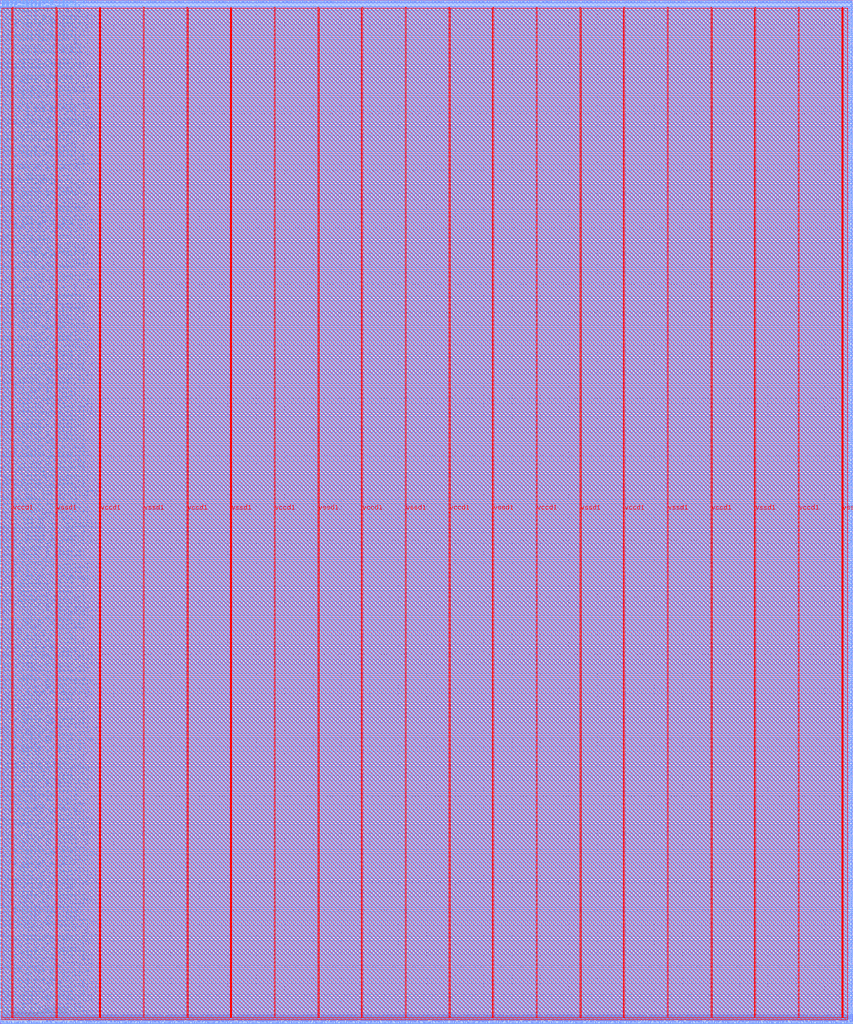
<source format=lef>
VERSION 5.7 ;
  NOWIREEXTENSIONATPIN ON ;
  DIVIDERCHAR "/" ;
  BUSBITCHARS "[]" ;
MACRO mba_core_region
  CLASS BLOCK ;
  FOREIGN mba_core_region ;
  ORIGIN 0.000 0.000 ;
  SIZE 1500.000 BY 1800.000 ;
  PIN boot_addr_i[0]
    DIRECTION INPUT ;
    USE SIGNAL ;
    PORT
      LAYER met3 ;
        RECT 1496.000 1438.240 1500.000 1438.840 ;
    END
  END boot_addr_i[0]
  PIN boot_addr_i[10]
    DIRECTION INPUT ;
    USE SIGNAL ;
    PORT
      LAYER met2 ;
        RECT 711.710 0.000 711.990 4.000 ;
    END
  END boot_addr_i[10]
  PIN boot_addr_i[11]
    DIRECTION INPUT ;
    USE SIGNAL ;
    PORT
      LAYER met3 ;
        RECT 1496.000 387.640 1500.000 388.240 ;
    END
  END boot_addr_i[11]
  PIN boot_addr_i[12]
    DIRECTION INPUT ;
    USE SIGNAL ;
    PORT
      LAYER met2 ;
        RECT 190.070 1796.000 190.350 1800.000 ;
    END
  END boot_addr_i[12]
  PIN boot_addr_i[13]
    DIRECTION INPUT ;
    USE SIGNAL ;
    PORT
      LAYER met3 ;
        RECT 1496.000 1251.240 1500.000 1251.840 ;
    END
  END boot_addr_i[13]
  PIN boot_addr_i[14]
    DIRECTION INPUT ;
    USE SIGNAL ;
    PORT
      LAYER met3 ;
        RECT 1496.000 1298.840 1500.000 1299.440 ;
    END
  END boot_addr_i[14]
  PIN boot_addr_i[15]
    DIRECTION INPUT ;
    USE SIGNAL ;
    PORT
      LAYER met3 ;
        RECT 0.000 1098.240 4.000 1098.840 ;
    END
  END boot_addr_i[15]
  PIN boot_addr_i[16]
    DIRECTION INPUT ;
    USE SIGNAL ;
    PORT
      LAYER met2 ;
        RECT 341.410 1796.000 341.690 1800.000 ;
    END
  END boot_addr_i[16]
  PIN boot_addr_i[17]
    DIRECTION INPUT ;
    USE SIGNAL ;
    PORT
      LAYER met2 ;
        RECT 1249.450 1796.000 1249.730 1800.000 ;
    END
  END boot_addr_i[17]
  PIN boot_addr_i[18]
    DIRECTION INPUT ;
    USE SIGNAL ;
    PORT
      LAYER met2 ;
        RECT 1017.610 1796.000 1017.890 1800.000 ;
    END
  END boot_addr_i[18]
  PIN boot_addr_i[19]
    DIRECTION INPUT ;
    USE SIGNAL ;
    PORT
      LAYER met2 ;
        RECT 801.870 0.000 802.150 4.000 ;
    END
  END boot_addr_i[19]
  PIN boot_addr_i[1]
    DIRECTION INPUT ;
    USE SIGNAL ;
    PORT
      LAYER met3 ;
        RECT 0.000 1625.240 4.000 1625.840 ;
    END
  END boot_addr_i[1]
  PIN boot_addr_i[20]
    DIRECTION INPUT ;
    USE SIGNAL ;
    PORT
      LAYER met3 ;
        RECT 0.000 1278.440 4.000 1279.040 ;
    END
  END boot_addr_i[20]
  PIN boot_addr_i[21]
    DIRECTION INPUT ;
    USE SIGNAL ;
    PORT
      LAYER met2 ;
        RECT 280.230 0.000 280.510 4.000 ;
    END
  END boot_addr_i[21]
  PIN boot_addr_i[22]
    DIRECTION INPUT ;
    USE SIGNAL ;
    PORT
      LAYER met2 ;
        RECT 879.150 0.000 879.430 4.000 ;
    END
  END boot_addr_i[22]
  PIN boot_addr_i[23]
    DIRECTION INPUT ;
    USE SIGNAL ;
    PORT
      LAYER met2 ;
        RECT 9.750 0.000 10.030 4.000 ;
    END
  END boot_addr_i[23]
  PIN boot_addr_i[24]
    DIRECTION INPUT ;
    USE SIGNAL ;
    PORT
      LAYER met3 ;
        RECT 0.000 408.040 4.000 408.640 ;
    END
  END boot_addr_i[24]
  PIN boot_addr_i[25]
    DIRECTION INPUT ;
    USE SIGNAL ;
    PORT
      LAYER met2 ;
        RECT 1223.690 1796.000 1223.970 1800.000 ;
    END
  END boot_addr_i[25]
  PIN boot_addr_i[26]
    DIRECTION INPUT ;
    USE SIGNAL ;
    PORT
      LAYER met3 ;
        RECT 0.000 615.440 4.000 616.040 ;
    END
  END boot_addr_i[26]
  PIN boot_addr_i[27]
    DIRECTION INPUT ;
    USE SIGNAL ;
    PORT
      LAYER met2 ;
        RECT 1046.590 1796.000 1046.870 1800.000 ;
    END
  END boot_addr_i[27]
  PIN boot_addr_i[28]
    DIRECTION INPUT ;
    USE SIGNAL ;
    PORT
      LAYER met3 ;
        RECT 1496.000 1329.440 1500.000 1330.040 ;
    END
  END boot_addr_i[28]
  PIN boot_addr_i[29]
    DIRECTION INPUT ;
    USE SIGNAL ;
    PORT
      LAYER met2 ;
        RECT 988.630 1796.000 988.910 1800.000 ;
    END
  END boot_addr_i[29]
  PIN boot_addr_i[2]
    DIRECTION INPUT ;
    USE SIGNAL ;
    PORT
      LAYER met2 ;
        RECT 1197.930 0.000 1198.210 4.000 ;
    END
  END boot_addr_i[2]
  PIN boot_addr_i[30]
    DIRECTION INPUT ;
    USE SIGNAL ;
    PORT
      LAYER met2 ;
        RECT 769.670 0.000 769.950 4.000 ;
    END
  END boot_addr_i[30]
  PIN boot_addr_i[31]
    DIRECTION INPUT ;
    USE SIGNAL ;
    PORT
      LAYER met2 ;
        RECT 927.450 0.000 927.730 4.000 ;
    END
  END boot_addr_i[31]
  PIN boot_addr_i[3]
    DIRECTION INPUT ;
    USE SIGNAL ;
    PORT
      LAYER met3 ;
        RECT 1496.000 377.440 1500.000 378.040 ;
    END
  END boot_addr_i[3]
  PIN boot_addr_i[4]
    DIRECTION INPUT ;
    USE SIGNAL ;
    PORT
      LAYER met3 ;
        RECT 0.000 1298.840 4.000 1299.440 ;
    END
  END boot_addr_i[4]
  PIN boot_addr_i[5]
    DIRECTION INPUT ;
    USE SIGNAL ;
    PORT
      LAYER met3 ;
        RECT 0.000 1485.840 4.000 1486.440 ;
    END
  END boot_addr_i[5]
  PIN boot_addr_i[6]
    DIRECTION INPUT ;
    USE SIGNAL ;
    PORT
      LAYER met3 ;
        RECT 0.000 190.440 4.000 191.040 ;
    END
  END boot_addr_i[6]
  PIN boot_addr_i[7]
    DIRECTION INPUT ;
    USE SIGNAL ;
    PORT
      LAYER met3 ;
        RECT 1496.000 445.440 1500.000 446.040 ;
    END
  END boot_addr_i[7]
  PIN boot_addr_i[8]
    DIRECTION INPUT ;
    USE SIGNAL ;
    PORT
      LAYER met3 ;
        RECT 1496.000 629.040 1500.000 629.640 ;
    END
  END boot_addr_i[8]
  PIN boot_addr_i[9]
    DIRECTION INPUT ;
    USE SIGNAL ;
    PORT
      LAYER met3 ;
        RECT 0.000 601.840 4.000 602.440 ;
    END
  END boot_addr_i[9]
  PIN clk
    DIRECTION INPUT ;
    USE SIGNAL ;
    PORT
      LAYER met2 ;
        RECT 1011.170 1796.000 1011.450 1800.000 ;
    END
  END clk
  PIN clock_gating_i
    DIRECTION INPUT ;
    USE SIGNAL ;
    PORT
      LAYER met3 ;
        RECT 1496.000 1132.240 1500.000 1132.840 ;
    END
  END clock_gating_i
  PIN core_busy_o
    DIRECTION OUTPUT TRISTATE ;
    USE SIGNAL ;
    PORT
      LAYER met3 ;
        RECT 0.000 1040.440 4.000 1041.040 ;
    END
  END core_busy_o
  PIN core_master_ar_addr[0]
    DIRECTION OUTPUT TRISTATE ;
    USE SIGNAL ;
    PORT
      LAYER met2 ;
        RECT 16.190 0.000 16.470 4.000 ;
    END
  END core_master_ar_addr[0]
  PIN core_master_ar_addr[10]
    DIRECTION OUTPUT TRISTATE ;
    USE SIGNAL ;
    PORT
      LAYER met3 ;
        RECT 1496.000 591.640 1500.000 592.240 ;
    END
  END core_master_ar_addr[10]
  PIN core_master_ar_addr[11]
    DIRECTION OUTPUT TRISTATE ;
    USE SIGNAL ;
    PORT
      LAYER met3 ;
        RECT 1496.000 1492.640 1500.000 1493.240 ;
    END
  END core_master_ar_addr[11]
  PIN core_master_ar_addr[12]
    DIRECTION OUTPUT TRISTATE ;
    USE SIGNAL ;
    PORT
      LAYER met2 ;
        RECT 1088.450 1796.000 1088.730 1800.000 ;
    END
  END core_master_ar_addr[12]
  PIN core_master_ar_addr[13]
    DIRECTION OUTPUT TRISTATE ;
    USE SIGNAL ;
    PORT
      LAYER met2 ;
        RECT 25.850 0.000 26.130 4.000 ;
    END
  END core_master_ar_addr[13]
  PIN core_master_ar_addr[14]
    DIRECTION OUTPUT TRISTATE ;
    USE SIGNAL ;
    PORT
      LAYER met3 ;
        RECT 1496.000 1315.840 1500.000 1316.440 ;
    END
  END core_master_ar_addr[14]
  PIN core_master_ar_addr[15]
    DIRECTION OUTPUT TRISTATE ;
    USE SIGNAL ;
    PORT
      LAYER met3 ;
        RECT 1496.000 68.040 1500.000 68.640 ;
    END
  END core_master_ar_addr[15]
  PIN core_master_ar_addr[16]
    DIRECTION OUTPUT TRISTATE ;
    USE SIGNAL ;
    PORT
      LAYER met3 ;
        RECT 1496.000 999.640 1500.000 1000.240 ;
    END
  END core_master_ar_addr[16]
  PIN core_master_ar_addr[17]
    DIRECTION OUTPUT TRISTATE ;
    USE SIGNAL ;
    PORT
      LAYER met3 ;
        RECT 1496.000 1285.240 1500.000 1285.840 ;
    END
  END core_master_ar_addr[17]
  PIN core_master_ar_addr[18]
    DIRECTION OUTPUT TRISTATE ;
    USE SIGNAL ;
    PORT
      LAYER met2 ;
        RECT 953.210 1796.000 953.490 1800.000 ;
    END
  END core_master_ar_addr[18]
  PIN core_master_ar_addr[19]
    DIRECTION OUTPUT TRISTATE ;
    USE SIGNAL ;
    PORT
      LAYER met2 ;
        RECT 953.210 0.000 953.490 4.000 ;
    END
  END core_master_ar_addr[19]
  PIN core_master_ar_addr[1]
    DIRECTION OUTPUT TRISTATE ;
    USE SIGNAL ;
    PORT
      LAYER met3 ;
        RECT 1496.000 1407.640 1500.000 1408.240 ;
    END
  END core_master_ar_addr[1]
  PIN core_master_ar_addr[20]
    DIRECTION OUTPUT TRISTATE ;
    USE SIGNAL ;
    PORT
      LAYER met2 ;
        RECT 553.930 0.000 554.210 4.000 ;
    END
  END core_master_ar_addr[20]
  PIN core_master_ar_addr[21]
    DIRECTION OUTPUT TRISTATE ;
    USE SIGNAL ;
    PORT
      LAYER met2 ;
        RECT 1381.470 1796.000 1381.750 1800.000 ;
    END
  END core_master_ar_addr[21]
  PIN core_master_ar_addr[22]
    DIRECTION OUTPUT TRISTATE ;
    USE SIGNAL ;
    PORT
      LAYER met3 ;
        RECT 0.000 95.240 4.000 95.840 ;
    END
  END core_master_ar_addr[22]
  PIN core_master_ar_addr[23]
    DIRECTION OUTPUT TRISTATE ;
    USE SIGNAL ;
    PORT
      LAYER met3 ;
        RECT 0.000 1499.440 4.000 1500.040 ;
    END
  END core_master_ar_addr[23]
  PIN core_master_ar_addr[24]
    DIRECTION OUTPUT TRISTATE ;
    USE SIGNAL ;
    PORT
      LAYER met2 ;
        RECT 737.470 1796.000 737.750 1800.000 ;
    END
  END core_master_ar_addr[24]
  PIN core_master_ar_addr[25]
    DIRECTION OUTPUT TRISTATE ;
    USE SIGNAL ;
    PORT
      LAYER met3 ;
        RECT 0.000 238.040 4.000 238.640 ;
    END
  END core_master_ar_addr[25]
  PIN core_master_ar_addr[26]
    DIRECTION OUTPUT TRISTATE ;
    USE SIGNAL ;
    PORT
      LAYER met2 ;
        RECT 386.490 1796.000 386.770 1800.000 ;
    END
  END core_master_ar_addr[26]
  PIN core_master_ar_addr[27]
    DIRECTION OUTPUT TRISTATE ;
    USE SIGNAL ;
    PORT
      LAYER met2 ;
        RECT 547.490 1796.000 547.770 1800.000 ;
    END
  END core_master_ar_addr[27]
  PIN core_master_ar_addr[28]
    DIRECTION OUTPUT TRISTATE ;
    USE SIGNAL ;
    PORT
      LAYER met3 ;
        RECT 0.000 112.240 4.000 112.840 ;
    END
  END core_master_ar_addr[28]
  PIN core_master_ar_addr[29]
    DIRECTION OUTPUT TRISTATE ;
    USE SIGNAL ;
    PORT
      LAYER met3 ;
        RECT 1496.000 506.640 1500.000 507.240 ;
    END
  END core_master_ar_addr[29]
  PIN core_master_ar_addr[2]
    DIRECTION OUTPUT TRISTATE ;
    USE SIGNAL ;
    PORT
      LAYER met3 ;
        RECT 0.000 1006.440 4.000 1007.040 ;
    END
  END core_master_ar_addr[2]
  PIN core_master_ar_addr[30]
    DIRECTION OUTPUT TRISTATE ;
    USE SIGNAL ;
    PORT
      LAYER met2 ;
        RECT 927.450 1796.000 927.730 1800.000 ;
    END
  END core_master_ar_addr[30]
  PIN core_master_ar_addr[31]
    DIRECTION OUTPUT TRISTATE ;
    USE SIGNAL ;
    PORT
      LAYER met3 ;
        RECT 0.000 1744.240 4.000 1744.840 ;
    END
  END core_master_ar_addr[31]
  PIN core_master_ar_addr[3]
    DIRECTION OUTPUT TRISTATE ;
    USE SIGNAL ;
    PORT
      LAYER met3 ;
        RECT 0.000 799.040 4.000 799.640 ;
    END
  END core_master_ar_addr[3]
  PIN core_master_ar_addr[4]
    DIRECTION OUTPUT TRISTATE ;
    USE SIGNAL ;
    PORT
      LAYER met3 ;
        RECT 1496.000 176.840 1500.000 177.440 ;
    END
  END core_master_ar_addr[4]
  PIN core_master_ar_addr[5]
    DIRECTION OUTPUT TRISTATE ;
    USE SIGNAL ;
    PORT
      LAYER met3 ;
        RECT 1496.000 1737.440 1500.000 1738.040 ;
    END
  END core_master_ar_addr[5]
  PIN core_master_ar_addr[6]
    DIRECTION OUTPUT TRISTATE ;
    USE SIGNAL ;
    PORT
      LAYER met3 ;
        RECT 0.000 1434.840 4.000 1435.440 ;
    END
  END core_master_ar_addr[6]
  PIN core_master_ar_addr[7]
    DIRECTION OUTPUT TRISTATE ;
    USE SIGNAL ;
    PORT
      LAYER met2 ;
        RECT 669.850 1796.000 670.130 1800.000 ;
    END
  END core_master_ar_addr[7]
  PIN core_master_ar_addr[8]
    DIRECTION OUTPUT TRISTATE ;
    USE SIGNAL ;
    PORT
      LAYER met3 ;
        RECT 1496.000 272.040 1500.000 272.640 ;
    END
  END core_master_ar_addr[8]
  PIN core_master_ar_addr[9]
    DIRECTION OUTPUT TRISTATE ;
    USE SIGNAL ;
    PORT
      LAYER met3 ;
        RECT 1496.000 1128.840 1500.000 1129.440 ;
    END
  END core_master_ar_addr[9]
  PIN core_master_ar_burst[0]
    DIRECTION OUTPUT TRISTATE ;
    USE SIGNAL ;
    PORT
      LAYER met2 ;
        RECT 180.410 1796.000 180.690 1800.000 ;
    END
  END core_master_ar_burst[0]
  PIN core_master_ar_burst[1]
    DIRECTION OUTPUT TRISTATE ;
    USE SIGNAL ;
    PORT
      LAYER met2 ;
        RECT 566.810 0.000 567.090 4.000 ;
    END
  END core_master_ar_burst[1]
  PIN core_master_ar_cache[0]
    DIRECTION OUTPUT TRISTATE ;
    USE SIGNAL ;
    PORT
      LAYER met3 ;
        RECT 0.000 870.440 4.000 871.040 ;
    END
  END core_master_ar_cache[0]
  PIN core_master_ar_cache[1]
    DIRECTION OUTPUT TRISTATE ;
    USE SIGNAL ;
    PORT
      LAYER met3 ;
        RECT 1496.000 955.440 1500.000 956.040 ;
    END
  END core_master_ar_cache[1]
  PIN core_master_ar_cache[2]
    DIRECTION OUTPUT TRISTATE ;
    USE SIGNAL ;
    PORT
      LAYER met3 ;
        RECT 1496.000 370.640 1500.000 371.240 ;
    END
  END core_master_ar_cache[2]
  PIN core_master_ar_cache[3]
    DIRECTION OUTPUT TRISTATE ;
    USE SIGNAL ;
    PORT
      LAYER met2 ;
        RECT 1368.590 1796.000 1368.870 1800.000 ;
    END
  END core_master_ar_cache[3]
  PIN core_master_ar_id[0]
    DIRECTION OUTPUT TRISTATE ;
    USE SIGNAL ;
    PORT
      LAYER met2 ;
        RECT 769.670 1796.000 769.950 1800.000 ;
    END
  END core_master_ar_id[0]
  PIN core_master_ar_id[1]
    DIRECTION OUTPUT TRISTATE ;
    USE SIGNAL ;
    PORT
      LAYER met3 ;
        RECT 1496.000 1781.640 1500.000 1782.240 ;
    END
  END core_master_ar_id[1]
  PIN core_master_ar_id[2]
    DIRECTION OUTPUT TRISTATE ;
    USE SIGNAL ;
    PORT
      LAYER met2 ;
        RECT 743.910 1796.000 744.190 1800.000 ;
    END
  END core_master_ar_id[2]
  PIN core_master_ar_id[3]
    DIRECTION OUTPUT TRISTATE ;
    USE SIGNAL ;
    PORT
      LAYER met2 ;
        RECT 1420.110 1796.000 1420.390 1800.000 ;
    END
  END core_master_ar_id[3]
  PIN core_master_ar_id[4]
    DIRECTION OUTPUT TRISTATE ;
    USE SIGNAL ;
    PORT
      LAYER met2 ;
        RECT 727.810 1796.000 728.090 1800.000 ;
    END
  END core_master_ar_id[4]
  PIN core_master_ar_id[5]
    DIRECTION OUTPUT TRISTATE ;
    USE SIGNAL ;
    PORT
      LAYER met2 ;
        RECT 409.030 1796.000 409.310 1800.000 ;
    END
  END core_master_ar_id[5]
  PIN core_master_ar_id[6]
    DIRECTION OUTPUT TRISTATE ;
    USE SIGNAL ;
    PORT
      LAYER met3 ;
        RECT 0.000 1774.840 4.000 1775.440 ;
    END
  END core_master_ar_id[6]
  PIN core_master_ar_id[7]
    DIRECTION OUTPUT TRISTATE ;
    USE SIGNAL ;
    PORT
      LAYER met3 ;
        RECT 1496.000 1217.240 1500.000 1217.840 ;
    END
  END core_master_ar_id[7]
  PIN core_master_ar_id[8]
    DIRECTION OUTPUT TRISTATE ;
    USE SIGNAL ;
    PORT
      LAYER met3 ;
        RECT 1496.000 877.240 1500.000 877.840 ;
    END
  END core_master_ar_id[8]
  PIN core_master_ar_id[9]
    DIRECTION OUTPUT TRISTATE ;
    USE SIGNAL ;
    PORT
      LAYER met3 ;
        RECT 0.000 363.840 4.000 364.440 ;
    END
  END core_master_ar_id[9]
  PIN core_master_ar_len[0]
    DIRECTION OUTPUT TRISTATE ;
    USE SIGNAL ;
    PORT
      LAYER met2 ;
        RECT 248.030 0.000 248.310 4.000 ;
    END
  END core_master_ar_len[0]
  PIN core_master_ar_len[1]
    DIRECTION OUTPUT TRISTATE ;
    USE SIGNAL ;
    PORT
      LAYER met3 ;
        RECT 0.000 20.440 4.000 21.040 ;
    END
  END core_master_ar_len[1]
  PIN core_master_ar_len[2]
    DIRECTION OUTPUT TRISTATE ;
    USE SIGNAL ;
    PORT
      LAYER met2 ;
        RECT 576.470 0.000 576.750 4.000 ;
    END
  END core_master_ar_len[2]
  PIN core_master_ar_len[3]
    DIRECTION OUTPUT TRISTATE ;
    USE SIGNAL ;
    PORT
      LAYER met3 ;
        RECT 0.000 1785.040 4.000 1785.640 ;
    END
  END core_master_ar_len[3]
  PIN core_master_ar_len[4]
    DIRECTION OUTPUT TRISTATE ;
    USE SIGNAL ;
    PORT
      LAYER met2 ;
        RECT 12.970 0.000 13.250 4.000 ;
    END
  END core_master_ar_len[4]
  PIN core_master_ar_len[5]
    DIRECTION OUTPUT TRISTATE ;
    USE SIGNAL ;
    PORT
      LAYER met2 ;
        RECT 412.250 1796.000 412.530 1800.000 ;
    END
  END core_master_ar_len[5]
  PIN core_master_ar_len[6]
    DIRECTION OUTPUT TRISTATE ;
    USE SIGNAL ;
    PORT
      LAYER met2 ;
        RECT 1133.530 1796.000 1133.810 1800.000 ;
    END
  END core_master_ar_len[6]
  PIN core_master_ar_len[7]
    DIRECTION OUTPUT TRISTATE ;
    USE SIGNAL ;
    PORT
      LAYER met2 ;
        RECT 202.950 0.000 203.230 4.000 ;
    END
  END core_master_ar_len[7]
  PIN core_master_ar_lock
    DIRECTION OUTPUT TRISTATE ;
    USE SIGNAL ;
    PORT
      LAYER met3 ;
        RECT 0.000 901.040 4.000 901.640 ;
    END
  END core_master_ar_lock
  PIN core_master_ar_prot[0]
    DIRECTION OUTPUT TRISTATE ;
    USE SIGNAL ;
    PORT
      LAYER met3 ;
        RECT 0.000 1145.840 4.000 1146.440 ;
    END
  END core_master_ar_prot[0]
  PIN core_master_ar_prot[1]
    DIRECTION OUTPUT TRISTATE ;
    USE SIGNAL ;
    PORT
      LAYER met3 ;
        RECT 1496.000 557.640 1500.000 558.240 ;
    END
  END core_master_ar_prot[1]
  PIN core_master_ar_prot[2]
    DIRECTION OUTPUT TRISTATE ;
    USE SIGNAL ;
    PORT
      LAYER met3 ;
        RECT 1496.000 251.640 1500.000 252.240 ;
    END
  END core_master_ar_prot[2]
  PIN core_master_ar_qos[0]
    DIRECTION OUTPUT TRISTATE ;
    USE SIGNAL ;
    PORT
      LAYER met2 ;
        RECT 605.450 0.000 605.730 4.000 ;
    END
  END core_master_ar_qos[0]
  PIN core_master_ar_qos[1]
    DIRECTION OUTPUT TRISTATE ;
    USE SIGNAL ;
    PORT
      LAYER met2 ;
        RECT 389.710 1796.000 389.990 1800.000 ;
    END
  END core_master_ar_qos[1]
  PIN core_master_ar_qos[2]
    DIRECTION OUTPUT TRISTATE ;
    USE SIGNAL ;
    PORT
      LAYER met3 ;
        RECT 0.000 839.840 4.000 840.440 ;
    END
  END core_master_ar_qos[2]
  PIN core_master_ar_qos[3]
    DIRECTION OUTPUT TRISTATE ;
    USE SIGNAL ;
    PORT
      LAYER met3 ;
        RECT 0.000 465.840 4.000 466.440 ;
    END
  END core_master_ar_qos[3]
  PIN core_master_ar_ready
    DIRECTION INPUT ;
    USE SIGNAL ;
    PORT
      LAYER met3 ;
        RECT 1496.000 1094.840 1500.000 1095.440 ;
    END
  END core_master_ar_ready
  PIN core_master_ar_region[0]
    DIRECTION OUTPUT TRISTATE ;
    USE SIGNAL ;
    PORT
      LAYER met2 ;
        RECT 447.670 0.000 447.950 4.000 ;
    END
  END core_master_ar_region[0]
  PIN core_master_ar_region[1]
    DIRECTION OUTPUT TRISTATE ;
    USE SIGNAL ;
    PORT
      LAYER met2 ;
        RECT 315.650 0.000 315.930 4.000 ;
    END
  END core_master_ar_region[1]
  PIN core_master_ar_region[2]
    DIRECTION OUTPUT TRISTATE ;
    USE SIGNAL ;
    PORT
      LAYER met2 ;
        RECT 682.730 1796.000 683.010 1800.000 ;
    END
  END core_master_ar_region[2]
  PIN core_master_ar_region[3]
    DIRECTION OUTPUT TRISTATE ;
    USE SIGNAL ;
    PORT
      LAYER met2 ;
        RECT 148.210 1796.000 148.490 1800.000 ;
    END
  END core_master_ar_region[3]
  PIN core_master_ar_size[0]
    DIRECTION OUTPUT TRISTATE ;
    USE SIGNAL ;
    PORT
      LAYER met3 ;
        RECT 1496.000 1190.040 1500.000 1190.640 ;
    END
  END core_master_ar_size[0]
  PIN core_master_ar_size[1]
    DIRECTION OUTPUT TRISTATE ;
    USE SIGNAL ;
    PORT
      LAYER met3 ;
        RECT 0.000 931.640 4.000 932.240 ;
    END
  END core_master_ar_size[1]
  PIN core_master_ar_size[2]
    DIRECTION OUTPUT TRISTATE ;
    USE SIGNAL ;
    PORT
      LAYER met3 ;
        RECT 0.000 1723.840 4.000 1724.440 ;
    END
  END core_master_ar_size[2]
  PIN core_master_ar_user[-1]
    DIRECTION OUTPUT TRISTATE ;
    USE SIGNAL ;
    PORT
      LAYER met3 ;
        RECT 1496.000 200.640 1500.000 201.240 ;
    END
  END core_master_ar_user[-1]
  PIN core_master_ar_user[0]
    DIRECTION OUTPUT TRISTATE ;
    USE SIGNAL ;
    PORT
      LAYER met3 ;
        RECT 0.000 710.640 4.000 711.240 ;
    END
  END core_master_ar_user[0]
  PIN core_master_ar_valid
    DIRECTION OUTPUT TRISTATE ;
    USE SIGNAL ;
    PORT
      LAYER met2 ;
        RECT 731.030 1796.000 731.310 1800.000 ;
    END
  END core_master_ar_valid
  PIN core_master_aw_addr[0]
    DIRECTION OUTPUT TRISTATE ;
    USE SIGNAL ;
    PORT
      LAYER met2 ;
        RECT 1497.390 1796.000 1497.670 1800.000 ;
    END
  END core_master_aw_addr[0]
  PIN core_master_aw_addr[10]
    DIRECTION OUTPUT TRISTATE ;
    USE SIGNAL ;
    PORT
      LAYER met3 ;
        RECT 0.000 272.040 4.000 272.640 ;
    END
  END core_master_aw_addr[10]
  PIN core_master_aw_addr[11]
    DIRECTION OUTPUT TRISTATE ;
    USE SIGNAL ;
    PORT
      LAYER met3 ;
        RECT 0.000 139.440 4.000 140.040 ;
    END
  END core_master_aw_addr[11]
  PIN core_master_aw_addr[12]
    DIRECTION OUTPUT TRISTATE ;
    USE SIGNAL ;
    PORT
      LAYER met2 ;
        RECT 834.070 0.000 834.350 4.000 ;
    END
  END core_master_aw_addr[12]
  PIN core_master_aw_addr[13]
    DIRECTION OUTPUT TRISTATE ;
    USE SIGNAL ;
    PORT
      LAYER met3 ;
        RECT 1496.000 690.240 1500.000 690.840 ;
    END
  END core_master_aw_addr[13]
  PIN core_master_aw_addr[14]
    DIRECTION OUTPUT TRISTATE ;
    USE SIGNAL ;
    PORT
      LAYER met2 ;
        RECT 615.110 1796.000 615.390 1800.000 ;
    END
  END core_master_aw_addr[14]
  PIN core_master_aw_addr[15]
    DIRECTION OUTPUT TRISTATE ;
    USE SIGNAL ;
    PORT
      LAYER met3 ;
        RECT 1496.000 153.040 1500.000 153.640 ;
    END
  END core_master_aw_addr[15]
  PIN core_master_aw_addr[16]
    DIRECTION OUTPUT TRISTATE ;
    USE SIGNAL ;
    PORT
      LAYER met3 ;
        RECT 1496.000 979.240 1500.000 979.840 ;
    END
  END core_master_aw_addr[16]
  PIN core_master_aw_addr[17]
    DIRECTION OUTPUT TRISTATE ;
    USE SIGNAL ;
    PORT
      LAYER met3 ;
        RECT 0.000 1285.240 4.000 1285.840 ;
    END
  END core_master_aw_addr[17]
  PIN core_master_aw_addr[18]
    DIRECTION OUTPUT TRISTATE ;
    USE SIGNAL ;
    PORT
      LAYER met3 ;
        RECT 0.000 1655.840 4.000 1656.440 ;
    END
  END core_master_aw_addr[18]
  PIN core_master_aw_addr[19]
    DIRECTION OUTPUT TRISTATE ;
    USE SIGNAL ;
    PORT
      LAYER met2 ;
        RECT 721.370 1796.000 721.650 1800.000 ;
    END
  END core_master_aw_addr[19]
  PIN core_master_aw_addr[1]
    DIRECTION OUTPUT TRISTATE ;
    USE SIGNAL ;
    PORT
      LAYER met2 ;
        RECT 602.230 1796.000 602.510 1800.000 ;
    END
  END core_master_aw_addr[1]
  PIN core_master_aw_addr[20]
    DIRECTION OUTPUT TRISTATE ;
    USE SIGNAL ;
    PORT
      LAYER met3 ;
        RECT 1496.000 1026.840 1500.000 1027.440 ;
    END
  END core_master_aw_addr[20]
  PIN core_master_aw_addr[21]
    DIRECTION OUTPUT TRISTATE ;
    USE SIGNAL ;
    PORT
      LAYER met3 ;
        RECT 0.000 292.440 4.000 293.040 ;
    END
  END core_master_aw_addr[21]
  PIN core_master_aw_addr[22]
    DIRECTION OUTPUT TRISTATE ;
    USE SIGNAL ;
    PORT
      LAYER met3 ;
        RECT 1496.000 336.640 1500.000 337.240 ;
    END
  END core_master_aw_addr[22]
  PIN core_master_aw_addr[23]
    DIRECTION OUTPUT TRISTATE ;
    USE SIGNAL ;
    PORT
      LAYER met2 ;
        RECT 937.110 1796.000 937.390 1800.000 ;
    END
  END core_master_aw_addr[23]
  PIN core_master_aw_addr[24]
    DIRECTION OUTPUT TRISTATE ;
    USE SIGNAL ;
    PORT
      LAYER met3 ;
        RECT 1496.000 51.040 1500.000 51.640 ;
    END
  END core_master_aw_addr[24]
  PIN core_master_aw_addr[25]
    DIRECTION OUTPUT TRISTATE ;
    USE SIGNAL ;
    PORT
      LAYER met3 ;
        RECT 1496.000 1587.840 1500.000 1588.440 ;
    END
  END core_master_aw_addr[25]
  PIN core_master_aw_addr[26]
    DIRECTION OUTPUT TRISTATE ;
    USE SIGNAL ;
    PORT
      LAYER met3 ;
        RECT 1496.000 901.040 1500.000 901.640 ;
    END
  END core_master_aw_addr[26]
  PIN core_master_aw_addr[27]
    DIRECTION OUTPUT TRISTATE ;
    USE SIGNAL ;
    PORT
      LAYER met3 ;
        RECT 1496.000 1377.040 1500.000 1377.640 ;
    END
  END core_master_aw_addr[27]
  PIN core_master_aw_addr[28]
    DIRECTION OUTPUT TRISTATE ;
    USE SIGNAL ;
    PORT
      LAYER met3 ;
        RECT 1496.000 503.240 1500.000 503.840 ;
    END
  END core_master_aw_addr[28]
  PIN core_master_aw_addr[29]
    DIRECTION OUTPUT TRISTATE ;
    USE SIGNAL ;
    PORT
      LAYER met3 ;
        RECT 0.000 1183.240 4.000 1183.840 ;
    END
  END core_master_aw_addr[29]
  PIN core_master_aw_addr[2]
    DIRECTION OUTPUT TRISTATE ;
    USE SIGNAL ;
    PORT
      LAYER met2 ;
        RECT 502.410 1796.000 502.690 1800.000 ;
    END
  END core_master_aw_addr[2]
  PIN core_master_aw_addr[30]
    DIRECTION OUTPUT TRISTATE ;
    USE SIGNAL ;
    PORT
      LAYER met3 ;
        RECT 1496.000 27.240 1500.000 27.840 ;
    END
  END core_master_aw_addr[30]
  PIN core_master_aw_addr[31]
    DIRECTION OUTPUT TRISTATE ;
    USE SIGNAL ;
    PORT
      LAYER met3 ;
        RECT 0.000 1077.840 4.000 1078.440 ;
    END
  END core_master_aw_addr[31]
  PIN core_master_aw_addr[3]
    DIRECTION OUTPUT TRISTATE ;
    USE SIGNAL ;
    PORT
      LAYER met3 ;
        RECT 1496.000 1540.240 1500.000 1540.840 ;
    END
  END core_master_aw_addr[3]
  PIN core_master_aw_addr[4]
    DIRECTION OUTPUT TRISTATE ;
    USE SIGNAL ;
    PORT
      LAYER met3 ;
        RECT 1496.000 1618.440 1500.000 1619.040 ;
    END
  END core_master_aw_addr[4]
  PIN core_master_aw_addr[5]
    DIRECTION OUTPUT TRISTATE ;
    USE SIGNAL ;
    PORT
      LAYER met3 ;
        RECT 0.000 78.240 4.000 78.840 ;
    END
  END core_master_aw_addr[5]
  PIN core_master_aw_addr[6]
    DIRECTION OUTPUT TRISTATE ;
    USE SIGNAL ;
    PORT
      LAYER met2 ;
        RECT 51.610 0.000 51.890 4.000 ;
    END
  END core_master_aw_addr[6]
  PIN core_master_aw_addr[7]
    DIRECTION OUTPUT TRISTATE ;
    USE SIGNAL ;
    PORT
      LAYER met3 ;
        RECT 0.000 697.040 4.000 697.640 ;
    END
  END core_master_aw_addr[7]
  PIN core_master_aw_addr[8]
    DIRECTION OUTPUT TRISTATE ;
    USE SIGNAL ;
    PORT
      LAYER met2 ;
        RECT 1400.790 1796.000 1401.070 1800.000 ;
    END
  END core_master_aw_addr[8]
  PIN core_master_aw_addr[9]
    DIRECTION OUTPUT TRISTATE ;
    USE SIGNAL ;
    PORT
      LAYER met3 ;
        RECT 1496.000 40.840 1500.000 41.440 ;
    END
  END core_master_aw_addr[9]
  PIN core_master_aw_burst[0]
    DIRECTION OUTPUT TRISTATE ;
    USE SIGNAL ;
    PORT
      LAYER met3 ;
        RECT 1496.000 163.240 1500.000 163.840 ;
    END
  END core_master_aw_burst[0]
  PIN core_master_aw_burst[1]
    DIRECTION OUTPUT TRISTATE ;
    USE SIGNAL ;
    PORT
      LAYER met2 ;
        RECT 631.210 1796.000 631.490 1800.000 ;
    END
  END core_master_aw_burst[1]
  PIN core_master_aw_cache[0]
    DIRECTION OUTPUT TRISTATE ;
    USE SIGNAL ;
    PORT
      LAYER met2 ;
        RECT 1127.090 0.000 1127.370 4.000 ;
    END
  END core_master_aw_cache[0]
  PIN core_master_aw_cache[1]
    DIRECTION OUTPUT TRISTATE ;
    USE SIGNAL ;
    PORT
      LAYER met2 ;
        RECT 814.750 0.000 815.030 4.000 ;
    END
  END core_master_aw_cache[1]
  PIN core_master_aw_cache[2]
    DIRECTION OUTPUT TRISTATE ;
    USE SIGNAL ;
    PORT
      LAYER met3 ;
        RECT 0.000 846.640 4.000 847.240 ;
    END
  END core_master_aw_cache[2]
  PIN core_master_aw_cache[3]
    DIRECTION OUTPUT TRISTATE ;
    USE SIGNAL ;
    PORT
      LAYER met3 ;
        RECT 0.000 1247.840 4.000 1248.440 ;
    END
  END core_master_aw_cache[3]
  PIN core_master_aw_id[0]
    DIRECTION OUTPUT TRISTATE ;
    USE SIGNAL ;
    PORT
      LAYER met3 ;
        RECT 0.000 1271.640 4.000 1272.240 ;
    END
  END core_master_aw_id[0]
  PIN core_master_aw_id[1]
    DIRECTION OUTPUT TRISTATE ;
    USE SIGNAL ;
    PORT
      LAYER met3 ;
        RECT 1496.000 326.440 1500.000 327.040 ;
    END
  END core_master_aw_id[1]
  PIN core_master_aw_id[2]
    DIRECTION OUTPUT TRISTATE ;
    USE SIGNAL ;
    PORT
      LAYER met3 ;
        RECT 1496.000 1564.040 1500.000 1564.640 ;
    END
  END core_master_aw_id[2]
  PIN core_master_aw_id[3]
    DIRECTION OUTPUT TRISTATE ;
    USE SIGNAL ;
    PORT
      LAYER met3 ;
        RECT 1496.000 61.240 1500.000 61.840 ;
    END
  END core_master_aw_id[3]
  PIN core_master_aw_id[4]
    DIRECTION OUTPUT TRISTATE ;
    USE SIGNAL ;
    PORT
      LAYER met3 ;
        RECT 0.000 394.440 4.000 395.040 ;
    END
  END core_master_aw_id[4]
  PIN core_master_aw_id[5]
    DIRECTION OUTPUT TRISTATE ;
    USE SIGNAL ;
    PORT
      LAYER met2 ;
        RECT 515.290 0.000 515.570 4.000 ;
    END
  END core_master_aw_id[5]
  PIN core_master_aw_id[6]
    DIRECTION OUTPUT TRISTATE ;
    USE SIGNAL ;
    PORT
      LAYER met3 ;
        RECT 1496.000 567.840 1500.000 568.440 ;
    END
  END core_master_aw_id[6]
  PIN core_master_aw_id[7]
    DIRECTION OUTPUT TRISTATE ;
    USE SIGNAL ;
    PORT
      LAYER met2 ;
        RECT 132.110 1796.000 132.390 1800.000 ;
    END
  END core_master_aw_id[7]
  PIN core_master_aw_id[8]
    DIRECTION OUTPUT TRISTATE ;
    USE SIGNAL ;
    PORT
      LAYER met2 ;
        RECT 479.870 0.000 480.150 4.000 ;
    END
  END core_master_aw_id[8]
  PIN core_master_aw_id[9]
    DIRECTION OUTPUT TRISTATE ;
    USE SIGNAL ;
    PORT
      LAYER met3 ;
        RECT 0.000 1696.640 4.000 1697.240 ;
    END
  END core_master_aw_id[9]
  PIN core_master_aw_len[0]
    DIRECTION OUTPUT TRISTATE ;
    USE SIGNAL ;
    PORT
      LAYER met2 ;
        RECT 1230.130 0.000 1230.410 4.000 ;
    END
  END core_master_aw_len[0]
  PIN core_master_aw_len[1]
    DIRECTION OUTPUT TRISTATE ;
    USE SIGNAL ;
    PORT
      LAYER met3 ;
        RECT 0.000 1734.040 4.000 1734.640 ;
    END
  END core_master_aw_len[1]
  PIN core_master_aw_len[2]
    DIRECTION OUTPUT TRISTATE ;
    USE SIGNAL ;
    PORT
      LAYER met3 ;
        RECT 0.000 860.240 4.000 860.840 ;
    END
  END core_master_aw_len[2]
  PIN core_master_aw_len[3]
    DIRECTION OUTPUT TRISTATE ;
    USE SIGNAL ;
    PORT
      LAYER met2 ;
        RECT 322.090 0.000 322.370 4.000 ;
    END
  END core_master_aw_len[3]
  PIN core_master_aw_len[4]
    DIRECTION OUTPUT TRISTATE ;
    USE SIGNAL ;
    PORT
      LAYER met3 ;
        RECT 0.000 1751.040 4.000 1751.640 ;
    END
  END core_master_aw_len[4]
  PIN core_master_aw_len[5]
    DIRECTION OUTPUT TRISTATE ;
    USE SIGNAL ;
    PORT
      LAYER met2 ;
        RECT 1123.870 1796.000 1124.150 1800.000 ;
    END
  END core_master_aw_len[5]
  PIN core_master_aw_len[6]
    DIRECTION OUTPUT TRISTATE ;
    USE SIGNAL ;
    PORT
      LAYER met3 ;
        RECT 0.000 1451.840 4.000 1452.440 ;
    END
  END core_master_aw_len[6]
  PIN core_master_aw_len[7]
    DIRECTION OUTPUT TRISTATE ;
    USE SIGNAL ;
    PORT
      LAYER met2 ;
        RECT 1040.150 0.000 1040.430 4.000 ;
    END
  END core_master_aw_len[7]
  PIN core_master_aw_lock
    DIRECTION OUTPUT TRISTATE ;
    USE SIGNAL ;
    PORT
      LAYER met3 ;
        RECT 1496.000 380.840 1500.000 381.440 ;
    END
  END core_master_aw_lock
  PIN core_master_aw_prot[0]
    DIRECTION OUTPUT TRISTATE ;
    USE SIGNAL ;
    PORT
      LAYER met3 ;
        RECT 0.000 1003.040 4.000 1003.640 ;
    END
  END core_master_aw_prot[0]
  PIN core_master_aw_prot[1]
    DIRECTION OUTPUT TRISTATE ;
    USE SIGNAL ;
    PORT
      LAYER met3 ;
        RECT 0.000 1332.840 4.000 1333.440 ;
    END
  END core_master_aw_prot[1]
  PIN core_master_aw_prot[2]
    DIRECTION OUTPUT TRISTATE ;
    USE SIGNAL ;
    PORT
      LAYER met2 ;
        RECT 1036.930 1796.000 1037.210 1800.000 ;
    END
  END core_master_aw_prot[2]
  PIN core_master_aw_qos[0]
    DIRECTION OUTPUT TRISTATE ;
    USE SIGNAL ;
    PORT
      LAYER met2 ;
        RECT 718.150 1796.000 718.430 1800.000 ;
    END
  END core_master_aw_qos[0]
  PIN core_master_aw_qos[1]
    DIRECTION OUTPUT TRISTATE ;
    USE SIGNAL ;
    PORT
      LAYER met3 ;
        RECT 1496.000 605.240 1500.000 605.840 ;
    END
  END core_master_aw_qos[1]
  PIN core_master_aw_qos[2]
    DIRECTION OUTPUT TRISTATE ;
    USE SIGNAL ;
    PORT
      LAYER met3 ;
        RECT 1496.000 656.240 1500.000 656.840 ;
    END
  END core_master_aw_qos[2]
  PIN core_master_aw_qos[3]
    DIRECTION OUTPUT TRISTATE ;
    USE SIGNAL ;
    PORT
      LAYER met2 ;
        RECT 827.630 0.000 827.910 4.000 ;
    END
  END core_master_aw_qos[3]
  PIN core_master_aw_ready
    DIRECTION INPUT ;
    USE SIGNAL ;
    PORT
      LAYER met3 ;
        RECT 0.000 187.040 4.000 187.640 ;
    END
  END core_master_aw_ready
  PIN core_master_aw_region[0]
    DIRECTION OUTPUT TRISTATE ;
    USE SIGNAL ;
    PORT
      LAYER met2 ;
        RECT 518.510 0.000 518.790 4.000 ;
    END
  END core_master_aw_region[0]
  PIN core_master_aw_region[1]
    DIRECTION OUTPUT TRISTATE ;
    USE SIGNAL ;
    PORT
      LAYER met3 ;
        RECT 1496.000 469.240 1500.000 469.840 ;
    END
  END core_master_aw_region[1]
  PIN core_master_aw_region[2]
    DIRECTION OUTPUT TRISTATE ;
    USE SIGNAL ;
    PORT
      LAYER met3 ;
        RECT 1496.000 564.440 1500.000 565.040 ;
    END
  END core_master_aw_region[2]
  PIN core_master_aw_region[3]
    DIRECTION OUTPUT TRISTATE ;
    USE SIGNAL ;
    PORT
      LAYER met3 ;
        RECT 1496.000 1098.240 1500.000 1098.840 ;
    END
  END core_master_aw_region[3]
  PIN core_master_aw_size[0]
    DIRECTION OUTPUT TRISTATE ;
    USE SIGNAL ;
    PORT
      LAYER met2 ;
        RECT 1101.330 1796.000 1101.610 1800.000 ;
    END
  END core_master_aw_size[0]
  PIN core_master_aw_size[1]
    DIRECTION OUTPUT TRISTATE ;
    USE SIGNAL ;
    PORT
      LAYER met3 ;
        RECT 1496.000 666.440 1500.000 667.040 ;
    END
  END core_master_aw_size[1]
  PIN core_master_aw_size[2]
    DIRECTION OUTPUT TRISTATE ;
    USE SIGNAL ;
    PORT
      LAYER met2 ;
        RECT 489.530 1796.000 489.810 1800.000 ;
    END
  END core_master_aw_size[2]
  PIN core_master_aw_user[-1]
    DIRECTION OUTPUT TRISTATE ;
    USE SIGNAL ;
    PORT
      LAYER met2 ;
        RECT 1078.790 1796.000 1079.070 1800.000 ;
    END
  END core_master_aw_user[-1]
  PIN core_master_aw_user[0]
    DIRECTION OUTPUT TRISTATE ;
    USE SIGNAL ;
    PORT
      LAYER met2 ;
        RECT 850.170 1796.000 850.450 1800.000 ;
    END
  END core_master_aw_user[0]
  PIN core_master_aw_valid
    DIRECTION OUTPUT TRISTATE ;
    USE SIGNAL ;
    PORT
      LAYER met2 ;
        RECT 1432.990 1796.000 1433.270 1800.000 ;
    END
  END core_master_aw_valid
  PIN core_master_b_id[0]
    DIRECTION INPUT ;
    USE SIGNAL ;
    PORT
      LAYER met2 ;
        RECT 621.550 1796.000 621.830 1800.000 ;
    END
  END core_master_b_id[0]
  PIN core_master_b_id[1]
    DIRECTION INPUT ;
    USE SIGNAL ;
    PORT
      LAYER met3 ;
        RECT 1496.000 771.840 1500.000 772.440 ;
    END
  END core_master_b_id[1]
  PIN core_master_b_id[2]
    DIRECTION INPUT ;
    USE SIGNAL ;
    PORT
      LAYER met3 ;
        RECT 1496.000 1394.040 1500.000 1394.640 ;
    END
  END core_master_b_id[2]
  PIN core_master_b_id[3]
    DIRECTION INPUT ;
    USE SIGNAL ;
    PORT
      LAYER met2 ;
        RECT 1494.170 0.000 1494.450 4.000 ;
    END
  END core_master_b_id[3]
  PIN core_master_b_id[4]
    DIRECTION INPUT ;
    USE SIGNAL ;
    PORT
      LAYER met3 ;
        RECT 0.000 455.640 4.000 456.240 ;
    END
  END core_master_b_id[4]
  PIN core_master_b_id[5]
    DIRECTION INPUT ;
    USE SIGNAL ;
    PORT
      LAYER met3 ;
        RECT 1496.000 1652.440 1500.000 1653.040 ;
    END
  END core_master_b_id[5]
  PIN core_master_b_id[6]
    DIRECTION INPUT ;
    USE SIGNAL ;
    PORT
      LAYER met3 ;
        RECT 1496.000 632.440 1500.000 633.040 ;
    END
  END core_master_b_id[6]
  PIN core_master_b_id[7]
    DIRECTION INPUT ;
    USE SIGNAL ;
    PORT
      LAYER met2 ;
        RECT 508.850 0.000 509.130 4.000 ;
    END
  END core_master_b_id[7]
  PIN core_master_b_id[8]
    DIRECTION INPUT ;
    USE SIGNAL ;
    PORT
      LAYER met3 ;
        RECT 1496.000 1513.040 1500.000 1513.640 ;
    END
  END core_master_b_id[8]
  PIN core_master_b_id[9]
    DIRECTION INPUT ;
    USE SIGNAL ;
    PORT
      LAYER met3 ;
        RECT 1496.000 136.040 1500.000 136.640 ;
    END
  END core_master_b_id[9]
  PIN core_master_b_ready
    DIRECTION OUTPUT TRISTATE ;
    USE SIGNAL ;
    PORT
      LAYER met2 ;
        RECT 1397.570 0.000 1397.850 4.000 ;
    END
  END core_master_b_ready
  PIN core_master_b_resp[0]
    DIRECTION INPUT ;
    USE SIGNAL ;
    PORT
      LAYER met3 ;
        RECT 0.000 1162.840 4.000 1163.440 ;
    END
  END core_master_b_resp[0]
  PIN core_master_b_resp[1]
    DIRECTION INPUT ;
    USE SIGNAL ;
    PORT
      LAYER met3 ;
        RECT 0.000 1669.440 4.000 1670.040 ;
    END
  END core_master_b_resp[1]
  PIN core_master_b_user[-1]
    DIRECTION INPUT ;
    USE SIGNAL ;
    PORT
      LAYER met3 ;
        RECT 0.000 380.840 4.000 381.440 ;
    END
  END core_master_b_user[-1]
  PIN core_master_b_user[0]
    DIRECTION INPUT ;
    USE SIGNAL ;
    PORT
      LAYER met3 ;
        RECT 0.000 360.440 4.000 361.040 ;
    END
  END core_master_b_user[0]
  PIN core_master_b_valid
    DIRECTION INPUT ;
    USE SIGNAL ;
    PORT
      LAYER met3 ;
        RECT 0.000 1662.640 4.000 1663.240 ;
    END
  END core_master_b_valid
  PIN core_master_r_data[0]
    DIRECTION INPUT ;
    USE SIGNAL ;
    PORT
      LAYER met3 ;
        RECT 1496.000 1625.240 1500.000 1625.840 ;
    END
  END core_master_r_data[0]
  PIN core_master_r_data[10]
    DIRECTION INPUT ;
    USE SIGNAL ;
    PORT
      LAYER met3 ;
        RECT 0.000 282.240 4.000 282.840 ;
    END
  END core_master_r_data[10]
  PIN core_master_r_data[11]
    DIRECTION INPUT ;
    USE SIGNAL ;
    PORT
      LAYER met2 ;
        RECT 798.650 0.000 798.930 4.000 ;
    END
  END core_master_r_data[11]
  PIN core_master_r_data[12]
    DIRECTION INPUT ;
    USE SIGNAL ;
    PORT
      LAYER met3 ;
        RECT 1496.000 615.440 1500.000 616.040 ;
    END
  END core_master_r_data[12]
  PIN core_master_r_data[13]
    DIRECTION INPUT ;
    USE SIGNAL ;
    PORT
      LAYER met2 ;
        RECT 383.270 1796.000 383.550 1800.000 ;
    END
  END core_master_r_data[13]
  PIN core_master_r_data[14]
    DIRECTION INPUT ;
    USE SIGNAL ;
    PORT
      LAYER met2 ;
        RECT 1346.050 1796.000 1346.330 1800.000 ;
    END
  END core_master_r_data[14]
  PIN core_master_r_data[15]
    DIRECTION INPUT ;
    USE SIGNAL ;
    PORT
      LAYER met3 ;
        RECT 1496.000 414.840 1500.000 415.440 ;
    END
  END core_master_r_data[15]
  PIN core_master_r_data[16]
    DIRECTION INPUT ;
    USE SIGNAL ;
    PORT
      LAYER met2 ;
        RECT 1185.050 1796.000 1185.330 1800.000 ;
    END
  END core_master_r_data[16]
  PIN core_master_r_data[17]
    DIRECTION INPUT ;
    USE SIGNAL ;
    PORT
      LAYER met2 ;
        RECT 1416.890 0.000 1417.170 4.000 ;
    END
  END core_master_r_data[17]
  PIN core_master_r_data[18]
    DIRECTION INPUT ;
    USE SIGNAL ;
    PORT
      LAYER met2 ;
        RECT 882.370 0.000 882.650 4.000 ;
    END
  END core_master_r_data[18]
  PIN core_master_r_data[19]
    DIRECTION INPUT ;
    USE SIGNAL ;
    PORT
      LAYER met2 ;
        RECT 486.310 0.000 486.590 4.000 ;
    END
  END core_master_r_data[19]
  PIN core_master_r_data[1]
    DIRECTION INPUT ;
    USE SIGNAL ;
    PORT
      LAYER met3 ;
        RECT 0.000 1407.640 4.000 1408.240 ;
    END
  END core_master_r_data[1]
  PIN core_master_r_data[20]
    DIRECTION INPUT ;
    USE SIGNAL ;
    PORT
      LAYER met3 ;
        RECT 0.000 768.440 4.000 769.040 ;
    END
  END core_master_r_data[20]
  PIN core_master_r_data[21]
    DIRECTION INPUT ;
    USE SIGNAL ;
    PORT
      LAYER met2 ;
        RECT 1065.910 0.000 1066.190 4.000 ;
    END
  END core_master_r_data[21]
  PIN core_master_r_data[22]
    DIRECTION INPUT ;
    USE SIGNAL ;
    PORT
      LAYER met3 ;
        RECT 0.000 1074.440 4.000 1075.040 ;
    END
  END core_master_r_data[22]
  PIN core_master_r_data[23]
    DIRECTION INPUT ;
    USE SIGNAL ;
    PORT
      LAYER met2 ;
        RECT 557.150 0.000 557.430 4.000 ;
    END
  END core_master_r_data[23]
  PIN core_master_r_data[24]
    DIRECTION INPUT ;
    USE SIGNAL ;
    PORT
      LAYER met3 ;
        RECT 0.000 853.440 4.000 854.040 ;
    END
  END core_master_r_data[24]
  PIN core_master_r_data[25]
    DIRECTION INPUT ;
    USE SIGNAL ;
    PORT
      LAYER met2 ;
        RECT 589.350 0.000 589.630 4.000 ;
    END
  END core_master_r_data[25]
  PIN core_master_r_data[26]
    DIRECTION INPUT ;
    USE SIGNAL ;
    PORT
      LAYER met3 ;
        RECT 1496.000 23.840 1500.000 24.440 ;
    END
  END core_master_r_data[26]
  PIN core_master_r_data[27]
    DIRECTION INPUT ;
    USE SIGNAL ;
    PORT
      LAYER met3 ;
        RECT 0.000 1166.240 4.000 1166.840 ;
    END
  END core_master_r_data[27]
  PIN core_master_r_data[28]
    DIRECTION INPUT ;
    USE SIGNAL ;
    PORT
      LAYER met2 ;
        RECT 1133.530 0.000 1133.810 4.000 ;
    END
  END core_master_r_data[28]
  PIN core_master_r_data[29]
    DIRECTION INPUT ;
    USE SIGNAL ;
    PORT
      LAYER met2 ;
        RECT 1452.310 0.000 1452.590 4.000 ;
    END
  END core_master_r_data[29]
  PIN core_master_r_data[2]
    DIRECTION INPUT ;
    USE SIGNAL ;
    PORT
      LAYER met3 ;
        RECT 0.000 1037.040 4.000 1037.640 ;
    END
  END core_master_r_data[2]
  PIN core_master_r_data[30]
    DIRECTION INPUT ;
    USE SIGNAL ;
    PORT
      LAYER met2 ;
        RECT 161.090 1796.000 161.370 1800.000 ;
    END
  END core_master_r_data[30]
  PIN core_master_r_data[31]
    DIRECTION INPUT ;
    USE SIGNAL ;
    PORT
      LAYER met2 ;
        RECT 595.790 1796.000 596.070 1800.000 ;
    END
  END core_master_r_data[31]
  PIN core_master_r_data[32]
    DIRECTION INPUT ;
    USE SIGNAL ;
    PORT
      LAYER met2 ;
        RECT 1043.370 0.000 1043.650 4.000 ;
    END
  END core_master_r_data[32]
  PIN core_master_r_data[33]
    DIRECTION INPUT ;
    USE SIGNAL ;
    PORT
      LAYER met3 ;
        RECT 1496.000 717.440 1500.000 718.040 ;
    END
  END core_master_r_data[33]
  PIN core_master_r_data[34]
    DIRECTION INPUT ;
    USE SIGNAL ;
    PORT
      LAYER met3 ;
        RECT 0.000 64.640 4.000 65.240 ;
    END
  END core_master_r_data[34]
  PIN core_master_r_data[35]
    DIRECTION INPUT ;
    USE SIGNAL ;
    PORT
      LAYER met2 ;
        RECT 260.910 1796.000 261.190 1800.000 ;
    END
  END core_master_r_data[35]
  PIN core_master_r_data[36]
    DIRECTION INPUT ;
    USE SIGNAL ;
    PORT
      LAYER met2 ;
        RECT 747.130 1796.000 747.410 1800.000 ;
    END
  END core_master_r_data[36]
  PIN core_master_r_data[37]
    DIRECTION INPUT ;
    USE SIGNAL ;
    PORT
      LAYER met2 ;
        RECT 834.070 1796.000 834.350 1800.000 ;
    END
  END core_master_r_data[37]
  PIN core_master_r_data[38]
    DIRECTION INPUT ;
    USE SIGNAL ;
    PORT
      LAYER met3 ;
        RECT 1496.000 142.840 1500.000 143.440 ;
    END
  END core_master_r_data[38]
  PIN core_master_r_data[39]
    DIRECTION INPUT ;
    USE SIGNAL ;
    PORT
      LAYER met3 ;
        RECT 0.000 632.440 4.000 633.040 ;
    END
  END core_master_r_data[39]
  PIN core_master_r_data[3]
    DIRECTION INPUT ;
    USE SIGNAL ;
    PORT
      LAYER met2 ;
        RECT 1024.050 1796.000 1024.330 1800.000 ;
    END
  END core_master_r_data[3]
  PIN core_master_r_data[40]
    DIRECTION INPUT ;
    USE SIGNAL ;
    PORT
      LAYER met2 ;
        RECT 457.330 1796.000 457.610 1800.000 ;
    END
  END core_master_r_data[40]
  PIN core_master_r_data[41]
    DIRECTION INPUT ;
    USE SIGNAL ;
    PORT
      LAYER met2 ;
        RECT 505.630 0.000 505.910 4.000 ;
    END
  END core_master_r_data[41]
  PIN core_master_r_data[42]
    DIRECTION INPUT ;
    USE SIGNAL ;
    PORT
      LAYER met3 ;
        RECT 0.000 1747.640 4.000 1748.240 ;
    END
  END core_master_r_data[42]
  PIN core_master_r_data[43]
    DIRECTION INPUT ;
    USE SIGNAL ;
    PORT
      LAYER met3 ;
        RECT 0.000 472.640 4.000 473.240 ;
    END
  END core_master_r_data[43]
  PIN core_master_r_data[44]
    DIRECTION INPUT ;
    USE SIGNAL ;
    PORT
      LAYER met2 ;
        RECT 698.830 1796.000 699.110 1800.000 ;
    END
  END core_master_r_data[44]
  PIN core_master_r_data[45]
    DIRECTION INPUT ;
    USE SIGNAL ;
    PORT
      LAYER met2 ;
        RECT 483.090 0.000 483.370 4.000 ;
    END
  END core_master_r_data[45]
  PIN core_master_r_data[46]
    DIRECTION INPUT ;
    USE SIGNAL ;
    PORT
      LAYER met3 ;
        RECT 1496.000 1247.840 1500.000 1248.440 ;
    END
  END core_master_r_data[46]
  PIN core_master_r_data[47]
    DIRECTION INPUT ;
    USE SIGNAL ;
    PORT
      LAYER met3 ;
        RECT 0.000 193.840 4.000 194.440 ;
    END
  END core_master_r_data[47]
  PIN core_master_r_data[48]
    DIRECTION INPUT ;
    USE SIGNAL ;
    PORT
      LAYER met2 ;
        RECT 228.710 1796.000 228.990 1800.000 ;
    END
  END core_master_r_data[48]
  PIN core_master_r_data[49]
    DIRECTION INPUT ;
    USE SIGNAL ;
    PORT
      LAYER met2 ;
        RECT 106.350 1796.000 106.630 1800.000 ;
    END
  END core_master_r_data[49]
  PIN core_master_r_data[4]
    DIRECTION INPUT ;
    USE SIGNAL ;
    PORT
      LAYER met2 ;
        RECT 431.570 1796.000 431.850 1800.000 ;
    END
  END core_master_r_data[4]
  PIN core_master_r_data[50]
    DIRECTION INPUT ;
    USE SIGNAL ;
    PORT
      LAYER met2 ;
        RECT 695.610 1796.000 695.890 1800.000 ;
    END
  END core_master_r_data[50]
  PIN core_master_r_data[51]
    DIRECTION INPUT ;
    USE SIGNAL ;
    PORT
      LAYER met2 ;
        RECT 402.590 1796.000 402.870 1800.000 ;
    END
  END core_master_r_data[51]
  PIN core_master_r_data[52]
    DIRECTION INPUT ;
    USE SIGNAL ;
    PORT
      LAYER met2 ;
        RECT 863.050 1796.000 863.330 1800.000 ;
    END
  END core_master_r_data[52]
  PIN core_master_r_data[53]
    DIRECTION INPUT ;
    USE SIGNAL ;
    PORT
      LAYER met2 ;
        RECT 241.590 1796.000 241.870 1800.000 ;
    END
  END core_master_r_data[53]
  PIN core_master_r_data[54]
    DIRECTION INPUT ;
    USE SIGNAL ;
    PORT
      LAYER met3 ;
        RECT 0.000 44.240 4.000 44.840 ;
    END
  END core_master_r_data[54]
  PIN core_master_r_data[55]
    DIRECTION INPUT ;
    USE SIGNAL ;
    PORT
      LAYER met3 ;
        RECT 1496.000 0.040 1500.000 0.640 ;
    END
  END core_master_r_data[55]
  PIN core_master_r_data[56]
    DIRECTION INPUT ;
    USE SIGNAL ;
    PORT
      LAYER met3 ;
        RECT 1496.000 1179.840 1500.000 1180.440 ;
    END
  END core_master_r_data[56]
  PIN core_master_r_data[57]
    DIRECTION INPUT ;
    USE SIGNAL ;
    PORT
      LAYER met3 ;
        RECT 1496.000 1237.640 1500.000 1238.240 ;
    END
  END core_master_r_data[57]
  PIN core_master_r_data[58]
    DIRECTION INPUT ;
    USE SIGNAL ;
    PORT
      LAYER met2 ;
        RECT 1436.210 1796.000 1436.490 1800.000 ;
    END
  END core_master_r_data[58]
  PIN core_master_r_data[59]
    DIRECTION INPUT ;
    USE SIGNAL ;
    PORT
      LAYER met3 ;
        RECT 0.000 1394.040 4.000 1394.640 ;
    END
  END core_master_r_data[59]
  PIN core_master_r_data[5]
    DIRECTION INPUT ;
    USE SIGNAL ;
    PORT
      LAYER met3 ;
        RECT 1496.000 54.440 1500.000 55.040 ;
    END
  END core_master_r_data[5]
  PIN core_master_r_data[60]
    DIRECTION INPUT ;
    USE SIGNAL ;
    PORT
      LAYER met2 ;
        RECT 495.970 0.000 496.250 4.000 ;
    END
  END core_master_r_data[60]
  PIN core_master_r_data[61]
    DIRECTION INPUT ;
    USE SIGNAL ;
    PORT
      LAYER met3 ;
        RECT 0.000 778.640 4.000 779.240 ;
    END
  END core_master_r_data[61]
  PIN core_master_r_data[62]
    DIRECTION INPUT ;
    USE SIGNAL ;
    PORT
      LAYER met3 ;
        RECT 1496.000 1710.240 1500.000 1710.840 ;
    END
  END core_master_r_data[62]
  PIN core_master_r_data[63]
    DIRECTION INPUT ;
    USE SIGNAL ;
    PORT
      LAYER met3 ;
        RECT 0.000 659.640 4.000 660.240 ;
    END
  END core_master_r_data[63]
  PIN core_master_r_data[6]
    DIRECTION INPUT ;
    USE SIGNAL ;
    PORT
      LAYER met3 ;
        RECT 1496.000 853.440 1500.000 854.040 ;
    END
  END core_master_r_data[6]
  PIN core_master_r_data[7]
    DIRECTION INPUT ;
    USE SIGNAL ;
    PORT
      LAYER met3 ;
        RECT 0.000 268.640 4.000 269.240 ;
    END
  END core_master_r_data[7]
  PIN core_master_r_data[8]
    DIRECTION INPUT ;
    USE SIGNAL ;
    PORT
      LAYER met2 ;
        RECT 985.410 0.000 985.690 4.000 ;
    END
  END core_master_r_data[8]
  PIN core_master_r_data[9]
    DIRECTION INPUT ;
    USE SIGNAL ;
    PORT
      LAYER met3 ;
        RECT 0.000 523.640 4.000 524.240 ;
    END
  END core_master_r_data[9]
  PIN core_master_r_id[0]
    DIRECTION INPUT ;
    USE SIGNAL ;
    PORT
      LAYER met3 ;
        RECT 1496.000 1343.040 1500.000 1343.640 ;
    END
  END core_master_r_id[0]
  PIN core_master_r_id[1]
    DIRECTION INPUT ;
    USE SIGNAL ;
    PORT
      LAYER met3 ;
        RECT 0.000 159.840 4.000 160.440 ;
    END
  END core_master_r_id[1]
  PIN core_master_r_id[2]
    DIRECTION INPUT ;
    USE SIGNAL ;
    PORT
      LAYER met3 ;
        RECT 1496.000 833.040 1500.000 833.640 ;
    END
  END core_master_r_id[2]
  PIN core_master_r_id[3]
    DIRECTION INPUT ;
    USE SIGNAL ;
    PORT
      LAYER met3 ;
        RECT 0.000 1781.640 4.000 1782.240 ;
    END
  END core_master_r_id[3]
  PIN core_master_r_id[4]
    DIRECTION INPUT ;
    USE SIGNAL ;
    PORT
      LAYER met2 ;
        RECT 795.430 0.000 795.710 4.000 ;
    END
  END core_master_r_id[4]
  PIN core_master_r_id[5]
    DIRECTION INPUT ;
    USE SIGNAL ;
    PORT
      LAYER met2 ;
        RECT 80.590 1796.000 80.870 1800.000 ;
    END
  END core_master_r_id[5]
  PIN core_master_r_id[6]
    DIRECTION INPUT ;
    USE SIGNAL ;
    PORT
      LAYER met2 ;
        RECT 1246.230 0.000 1246.510 4.000 ;
    END
  END core_master_r_id[6]
  PIN core_master_r_id[7]
    DIRECTION INPUT ;
    USE SIGNAL ;
    PORT
      LAYER met3 ;
        RECT 0.000 1587.840 4.000 1588.440 ;
    END
  END core_master_r_id[7]
  PIN core_master_r_id[8]
    DIRECTION INPUT ;
    USE SIGNAL ;
    PORT
      LAYER met3 ;
        RECT 0.000 1703.440 4.000 1704.040 ;
    END
  END core_master_r_id[8]
  PIN core_master_r_id[9]
    DIRECTION INPUT ;
    USE SIGNAL ;
    PORT
      LAYER met3 ;
        RECT 1496.000 418.240 1500.000 418.840 ;
    END
  END core_master_r_id[9]
  PIN core_master_r_last
    DIRECTION INPUT ;
    USE SIGNAL ;
    PORT
      LAYER met2 ;
        RECT 586.130 0.000 586.410 4.000 ;
    END
  END core_master_r_last
  PIN core_master_r_ready
    DIRECTION OUTPUT TRISTATE ;
    USE SIGNAL ;
    PORT
      LAYER met2 ;
        RECT 737.470 0.000 737.750 4.000 ;
    END
  END core_master_r_ready
  PIN core_master_r_resp[0]
    DIRECTION INPUT ;
    USE SIGNAL ;
    PORT
      LAYER met3 ;
        RECT 0.000 1757.840 4.000 1758.440 ;
    END
  END core_master_r_resp[0]
  PIN core_master_r_resp[1]
    DIRECTION INPUT ;
    USE SIGNAL ;
    PORT
      LAYER met3 ;
        RECT 1496.000 516.840 1500.000 517.440 ;
    END
  END core_master_r_resp[1]
  PIN core_master_r_user[-1]
    DIRECTION INPUT ;
    USE SIGNAL ;
    PORT
      LAYER met3 ;
        RECT 1496.000 1465.440 1500.000 1466.040 ;
    END
  END core_master_r_user[-1]
  PIN core_master_r_user[0]
    DIRECTION INPUT ;
    USE SIGNAL ;
    PORT
      LAYER met2 ;
        RECT 392.930 0.000 393.210 4.000 ;
    END
  END core_master_r_user[0]
  PIN core_master_r_valid
    DIRECTION INPUT ;
    USE SIGNAL ;
    PORT
      LAYER met2 ;
        RECT 186.850 0.000 187.130 4.000 ;
    END
  END core_master_r_valid
  PIN core_master_w_data[0]
    DIRECTION OUTPUT TRISTATE ;
    USE SIGNAL ;
    PORT
      LAYER met3 ;
        RECT 1496.000 1162.840 1500.000 1163.440 ;
    END
  END core_master_w_data[0]
  PIN core_master_w_data[10]
    DIRECTION OUTPUT TRISTATE ;
    USE SIGNAL ;
    PORT
      LAYER met2 ;
        RECT 988.630 0.000 988.910 4.000 ;
    END
  END core_master_w_data[10]
  PIN core_master_w_data[11]
    DIRECTION OUTPUT TRISTATE ;
    USE SIGNAL ;
    PORT
      LAYER met2 ;
        RECT 1046.590 0.000 1046.870 4.000 ;
    END
  END core_master_w_data[11]
  PIN core_master_w_data[12]
    DIRECTION OUTPUT TRISTATE ;
    USE SIGNAL ;
    PORT
      LAYER met3 ;
        RECT 0.000 1302.240 4.000 1302.840 ;
    END
  END core_master_w_data[12]
  PIN core_master_w_data[13]
    DIRECTION OUTPUT TRISTATE ;
    USE SIGNAL ;
    PORT
      LAYER met3 ;
        RECT 1496.000 540.640 1500.000 541.240 ;
    END
  END core_master_w_data[13]
  PIN core_master_w_data[14]
    DIRECTION OUTPUT TRISTATE ;
    USE SIGNAL ;
    PORT
      LAYER met3 ;
        RECT 1496.000 676.640 1500.000 677.240 ;
    END
  END core_master_w_data[14]
  PIN core_master_w_data[15]
    DIRECTION OUTPUT TRISTATE ;
    USE SIGNAL ;
    PORT
      LAYER met3 ;
        RECT 0.000 295.840 4.000 296.440 ;
    END
  END core_master_w_data[15]
  PIN core_master_w_data[16]
    DIRECTION OUTPUT TRISTATE ;
    USE SIGNAL ;
    PORT
      LAYER met3 ;
        RECT 1496.000 642.640 1500.000 643.240 ;
    END
  END core_master_w_data[16]
  PIN core_master_w_data[17]
    DIRECTION OUTPUT TRISTATE ;
    USE SIGNAL ;
    PORT
      LAYER met2 ;
        RECT 805.090 0.000 805.370 4.000 ;
    END
  END core_master_w_data[17]
  PIN core_master_w_data[18]
    DIRECTION OUTPUT TRISTATE ;
    USE SIGNAL ;
    PORT
      LAYER met2 ;
        RECT 1156.070 1796.000 1156.350 1800.000 ;
    END
  END core_master_w_data[18]
  PIN core_master_w_data[19]
    DIRECTION OUTPUT TRISTATE ;
    USE SIGNAL ;
    PORT
      LAYER met3 ;
        RECT 0.000 527.040 4.000 527.640 ;
    END
  END core_master_w_data[19]
  PIN core_master_w_data[1]
    DIRECTION OUTPUT TRISTATE ;
    USE SIGNAL ;
    PORT
      LAYER met2 ;
        RECT 1014.390 0.000 1014.670 4.000 ;
    END
  END core_master_w_data[1]
  PIN core_master_w_data[20]
    DIRECTION OUTPUT TRISTATE ;
    USE SIGNAL ;
    PORT
      LAYER met3 ;
        RECT 1496.000 1145.840 1500.000 1146.440 ;
    END
  END core_master_w_data[20]
  PIN core_master_w_data[21]
    DIRECTION OUTPUT TRISTATE ;
    USE SIGNAL ;
    PORT
      LAYER met3 ;
        RECT 0.000 1727.240 4.000 1727.840 ;
    END
  END core_master_w_data[21]
  PIN core_master_w_data[22]
    DIRECTION OUTPUT TRISTATE ;
    USE SIGNAL ;
    PORT
      LAYER met3 ;
        RECT 1496.000 799.040 1500.000 799.640 ;
    END
  END core_master_w_data[22]
  PIN core_master_w_data[23]
    DIRECTION OUTPUT TRISTATE ;
    USE SIGNAL ;
    PORT
      LAYER met2 ;
        RECT 772.890 1796.000 773.170 1800.000 ;
    END
  END core_master_w_data[23]
  PIN core_master_w_data[24]
    DIRECTION OUTPUT TRISTATE ;
    USE SIGNAL ;
    PORT
      LAYER met3 ;
        RECT 0.000 938.440 4.000 939.040 ;
    END
  END core_master_w_data[24]
  PIN core_master_w_data[25]
    DIRECTION OUTPUT TRISTATE ;
    USE SIGNAL ;
    PORT
      LAYER met2 ;
        RECT 521.730 0.000 522.010 4.000 ;
    END
  END core_master_w_data[25]
  PIN core_master_w_data[26]
    DIRECTION OUTPUT TRISTATE ;
    USE SIGNAL ;
    PORT
      LAYER met3 ;
        RECT 1496.000 1482.440 1500.000 1483.040 ;
    END
  END core_master_w_data[26]
  PIN core_master_w_data[27]
    DIRECTION OUTPUT TRISTATE ;
    USE SIGNAL ;
    PORT
      LAYER met3 ;
        RECT 1496.000 44.240 1500.000 44.840 ;
    END
  END core_master_w_data[27]
  PIN core_master_w_data[28]
    DIRECTION OUTPUT TRISTATE ;
    USE SIGNAL ;
    PORT
      LAYER met3 ;
        RECT 0.000 81.640 4.000 82.240 ;
    END
  END core_master_w_data[28]
  PIN core_master_w_data[29]
    DIRECTION OUTPUT TRISTATE ;
    USE SIGNAL ;
    PORT
      LAYER met3 ;
        RECT 1496.000 3.440 1500.000 4.040 ;
    END
  END core_master_w_data[29]
  PIN core_master_w_data[2]
    DIRECTION OUTPUT TRISTATE ;
    USE SIGNAL ;
    PORT
      LAYER met3 ;
        RECT 0.000 989.440 4.000 990.040 ;
    END
  END core_master_w_data[2]
  PIN core_master_w_data[30]
    DIRECTION OUTPUT TRISTATE ;
    USE SIGNAL ;
    PORT
      LAYER met2 ;
        RECT 676.290 1796.000 676.570 1800.000 ;
    END
  END core_master_w_data[30]
  PIN core_master_w_data[31]
    DIRECTION OUTPUT TRISTATE ;
    USE SIGNAL ;
    PORT
      LAYER met3 ;
        RECT 0.000 1067.640 4.000 1068.240 ;
    END
  END core_master_w_data[31]
  PIN core_master_w_data[32]
    DIRECTION OUTPUT TRISTATE ;
    USE SIGNAL ;
    PORT
      LAYER met3 ;
        RECT 0.000 170.040 4.000 170.640 ;
    END
  END core_master_w_data[32]
  PIN core_master_w_data[33]
    DIRECTION OUTPUT TRISTATE ;
    USE SIGNAL ;
    PORT
      LAYER met3 ;
        RECT 0.000 499.840 4.000 500.440 ;
    END
  END core_master_w_data[33]
  PIN core_master_w_data[34]
    DIRECTION OUTPUT TRISTATE ;
    USE SIGNAL ;
    PORT
      LAYER met3 ;
        RECT 0.000 1710.240 4.000 1710.840 ;
    END
  END core_master_w_data[34]
  PIN core_master_w_data[35]
    DIRECTION OUTPUT TRISTATE ;
    USE SIGNAL ;
    PORT
      LAYER met2 ;
        RECT 1368.590 0.000 1368.870 4.000 ;
    END
  END core_master_w_data[35]
  PIN core_master_w_data[36]
    DIRECTION OUTPUT TRISTATE ;
    USE SIGNAL ;
    PORT
      LAYER met3 ;
        RECT 0.000 941.840 4.000 942.440 ;
    END
  END core_master_w_data[36]
  PIN core_master_w_data[37]
    DIRECTION OUTPUT TRISTATE ;
    USE SIGNAL ;
    PORT
      LAYER met2 ;
        RECT 650.530 1796.000 650.810 1800.000 ;
    END
  END core_master_w_data[37]
  PIN core_master_w_data[38]
    DIRECTION OUTPUT TRISTATE ;
    USE SIGNAL ;
    PORT
      LAYER met3 ;
        RECT 1496.000 1795.240 1500.000 1795.840 ;
    END
  END core_master_w_data[38]
  PIN core_master_w_data[39]
    DIRECTION OUTPUT TRISTATE ;
    USE SIGNAL ;
    PORT
      LAYER met2 ;
        RECT 1201.150 0.000 1201.430 4.000 ;
    END
  END core_master_w_data[39]
  PIN core_master_w_data[3]
    DIRECTION OUTPUT TRISTATE ;
    USE SIGNAL ;
    PORT
      LAYER met2 ;
        RECT 74.150 0.000 74.430 4.000 ;
    END
  END core_master_w_data[3]
  PIN core_master_w_data[40]
    DIRECTION OUTPUT TRISTATE ;
    USE SIGNAL ;
    PORT
      LAYER met2 ;
        RECT 640.870 0.000 641.150 4.000 ;
    END
  END core_master_w_data[40]
  PIN core_master_w_data[41]
    DIRECTION OUTPUT TRISTATE ;
    USE SIGNAL ;
    PORT
      LAYER met3 ;
        RECT 1496.000 1060.840 1500.000 1061.440 ;
    END
  END core_master_w_data[41]
  PIN core_master_w_data[42]
    DIRECTION OUTPUT TRISTATE ;
    USE SIGNAL ;
    PORT
      LAYER met2 ;
        RECT 483.090 1796.000 483.370 1800.000 ;
    END
  END core_master_w_data[42]
  PIN core_master_w_data[43]
    DIRECTION OUTPUT TRISTATE ;
    USE SIGNAL ;
    PORT
      LAYER met3 ;
        RECT 0.000 255.040 4.000 255.640 ;
    END
  END core_master_w_data[43]
  PIN core_master_w_data[44]
    DIRECTION OUTPUT TRISTATE ;
    USE SIGNAL ;
    PORT
      LAYER met3 ;
        RECT 0.000 537.240 4.000 537.840 ;
    END
  END core_master_w_data[44]
  PIN core_master_w_data[45]
    DIRECTION OUTPUT TRISTATE ;
    USE SIGNAL ;
    PORT
      LAYER met3 ;
        RECT 0.000 996.240 4.000 996.840 ;
    END
  END core_master_w_data[45]
  PIN core_master_w_data[46]
    DIRECTION OUTPUT TRISTATE ;
    USE SIGNAL ;
    PORT
      LAYER met2 ;
        RECT 647.310 1796.000 647.590 1800.000 ;
    END
  END core_master_w_data[46]
  PIN core_master_w_data[47]
    DIRECTION OUTPUT TRISTATE ;
    USE SIGNAL ;
    PORT
      LAYER met2 ;
        RECT 164.310 1796.000 164.590 1800.000 ;
    END
  END core_master_w_data[47]
  PIN core_master_w_data[48]
    DIRECTION OUTPUT TRISTATE ;
    USE SIGNAL ;
    PORT
      LAYER met2 ;
        RECT 386.490 0.000 386.770 4.000 ;
    END
  END core_master_w_data[48]
  PIN core_master_w_data[49]
    DIRECTION OUTPUT TRISTATE ;
    USE SIGNAL ;
    PORT
      LAYER met2 ;
        RECT 380.050 1796.000 380.330 1800.000 ;
    END
  END core_master_w_data[49]
  PIN core_master_w_data[4]
    DIRECTION OUTPUT TRISTATE ;
    USE SIGNAL ;
    PORT
      LAYER met2 ;
        RECT 1481.290 1796.000 1481.570 1800.000 ;
    END
  END core_master_w_data[4]
  PIN core_master_w_data[50]
    DIRECTION OUTPUT TRISTATE ;
    USE SIGNAL ;
    PORT
      LAYER met3 ;
        RECT 0.000 1397.440 4.000 1398.040 ;
    END
  END core_master_w_data[50]
  PIN core_master_w_data[51]
    DIRECTION OUTPUT TRISTATE ;
    USE SIGNAL ;
    PORT
      LAYER met2 ;
        RECT 615.110 0.000 615.390 4.000 ;
    END
  END core_master_w_data[51]
  PIN core_master_w_data[52]
    DIRECTION OUTPUT TRISTATE ;
    USE SIGNAL ;
    PORT
      LAYER met2 ;
        RECT 1007.950 1796.000 1008.230 1800.000 ;
    END
  END core_master_w_data[52]
  PIN core_master_w_data[53]
    DIRECTION OUTPUT TRISTATE ;
    USE SIGNAL ;
    PORT
      LAYER met2 ;
        RECT 103.130 0.000 103.410 4.000 ;
    END
  END core_master_w_data[53]
  PIN core_master_w_data[54]
    DIRECTION OUTPUT TRISTATE ;
    USE SIGNAL ;
    PORT
      LAYER met2 ;
        RECT 67.710 1796.000 67.990 1800.000 ;
    END
  END core_master_w_data[54]
  PIN core_master_w_data[55]
    DIRECTION OUTPUT TRISTATE ;
    USE SIGNAL ;
    PORT
      LAYER met3 ;
        RECT 1496.000 1013.240 1500.000 1013.840 ;
    END
  END core_master_w_data[55]
  PIN core_master_w_data[56]
    DIRECTION OUTPUT TRISTATE ;
    USE SIGNAL ;
    PORT
      LAYER met3 ;
        RECT 0.000 1516.440 4.000 1517.040 ;
    END
  END core_master_w_data[56]
  PIN core_master_w_data[57]
    DIRECTION OUTPUT TRISTATE ;
    USE SIGNAL ;
    PORT
      LAYER met2 ;
        RECT 824.410 1796.000 824.690 1800.000 ;
    END
  END core_master_w_data[57]
  PIN core_master_w_data[58]
    DIRECTION OUTPUT TRISTATE ;
    USE SIGNAL ;
    PORT
      LAYER met2 ;
        RECT 866.270 1796.000 866.550 1800.000 ;
    END
  END core_master_w_data[58]
  PIN core_master_w_data[59]
    DIRECTION OUTPUT TRISTATE ;
    USE SIGNAL ;
    PORT
      LAYER met2 ;
        RECT 428.350 1796.000 428.630 1800.000 ;
    END
  END core_master_w_data[59]
  PIN core_master_w_data[5]
    DIRECTION OUTPUT TRISTATE ;
    USE SIGNAL ;
    PORT
      LAYER met3 ;
        RECT 1496.000 159.840 1500.000 160.440 ;
    END
  END core_master_w_data[5]
  PIN core_master_w_data[60]
    DIRECTION OUTPUT TRISTATE ;
    USE SIGNAL ;
    PORT
      LAYER met2 ;
        RECT 1120.650 1796.000 1120.930 1800.000 ;
    END
  END core_master_w_data[60]
  PIN core_master_w_data[61]
    DIRECTION OUTPUT TRISTATE ;
    USE SIGNAL ;
    PORT
      LAYER met3 ;
        RECT 1496.000 1679.640 1500.000 1680.240 ;
    END
  END core_master_w_data[61]
  PIN core_master_w_data[62]
    DIRECTION OUTPUT TRISTATE ;
    USE SIGNAL ;
    PORT
      LAYER met2 ;
        RECT 724.590 1796.000 724.870 1800.000 ;
    END
  END core_master_w_data[62]
  PIN core_master_w_data[63]
    DIRECTION OUTPUT TRISTATE ;
    USE SIGNAL ;
    PORT
      LAYER met2 ;
        RECT 1172.170 1796.000 1172.450 1800.000 ;
    END
  END core_master_w_data[63]
  PIN core_master_w_data[6]
    DIRECTION OUTPUT TRISTATE ;
    USE SIGNAL ;
    PORT
      LAYER met3 ;
        RECT 1496.000 210.840 1500.000 211.440 ;
    END
  END core_master_w_data[6]
  PIN core_master_w_data[7]
    DIRECTION OUTPUT TRISTATE ;
    USE SIGNAL ;
    PORT
      LAYER met3 ;
        RECT 0.000 877.240 4.000 877.840 ;
    END
  END core_master_w_data[7]
  PIN core_master_w_data[8]
    DIRECTION OUTPUT TRISTATE ;
    USE SIGNAL ;
    PORT
      LAYER met3 ;
        RECT 0.000 207.440 4.000 208.040 ;
    END
  END core_master_w_data[8]
  PIN core_master_w_data[9]
    DIRECTION OUTPUT TRISTATE ;
    USE SIGNAL ;
    PORT
      LAYER met2 ;
        RECT 235.150 0.000 235.430 4.000 ;
    END
  END core_master_w_data[9]
  PIN core_master_w_last
    DIRECTION OUTPUT TRISTATE ;
    USE SIGNAL ;
    PORT
      LAYER met2 ;
        RECT 1252.670 1796.000 1252.950 1800.000 ;
    END
  END core_master_w_last
  PIN core_master_w_ready
    DIRECTION INPUT ;
    USE SIGNAL ;
    PORT
      LAYER met2 ;
        RECT 6.530 1796.000 6.810 1800.000 ;
    END
  END core_master_w_ready
  PIN core_master_w_strb[0]
    DIRECTION OUTPUT TRISTATE ;
    USE SIGNAL ;
    PORT
      LAYER met3 ;
        RECT 1496.000 98.640 1500.000 99.240 ;
    END
  END core_master_w_strb[0]
  PIN core_master_w_strb[1]
    DIRECTION OUTPUT TRISTATE ;
    USE SIGNAL ;
    PORT
      LAYER met3 ;
        RECT 1496.000 829.640 1500.000 830.240 ;
    END
  END core_master_w_strb[1]
  PIN core_master_w_strb[2]
    DIRECTION OUTPUT TRISTATE ;
    USE SIGNAL ;
    PORT
      LAYER met3 ;
        RECT 0.000 476.040 4.000 476.640 ;
    END
  END core_master_w_strb[2]
  PIN core_master_w_strb[3]
    DIRECTION OUTPUT TRISTATE ;
    USE SIGNAL ;
    PORT
      LAYER met3 ;
        RECT 1496.000 1791.840 1500.000 1792.440 ;
    END
  END core_master_w_strb[3]
  PIN core_master_w_strb[4]
    DIRECTION OUTPUT TRISTATE ;
    USE SIGNAL ;
    PORT
      LAYER met3 ;
        RECT 1496.000 581.440 1500.000 582.040 ;
    END
  END core_master_w_strb[4]
  PIN core_master_w_strb[5]
    DIRECTION OUTPUT TRISTATE ;
    USE SIGNAL ;
    PORT
      LAYER met3 ;
        RECT 1496.000 1689.840 1500.000 1690.440 ;
    END
  END core_master_w_strb[5]
  PIN core_master_w_strb[6]
    DIRECTION OUTPUT TRISTATE ;
    USE SIGNAL ;
    PORT
      LAYER met2 ;
        RECT 405.810 1796.000 406.090 1800.000 ;
    END
  END core_master_w_strb[6]
  PIN core_master_w_strb[7]
    DIRECTION OUTPUT TRISTATE ;
    USE SIGNAL ;
    PORT
      LAYER met2 ;
        RECT 1204.370 1796.000 1204.650 1800.000 ;
    END
  END core_master_w_strb[7]
  PIN core_master_w_user[-1]
    DIRECTION OUTPUT TRISTATE ;
    USE SIGNAL ;
    PORT
      LAYER met2 ;
        RECT 479.870 1796.000 480.150 1800.000 ;
    END
  END core_master_w_user[-1]
  PIN core_master_w_user[0]
    DIRECTION OUTPUT TRISTATE ;
    USE SIGNAL ;
    PORT
      LAYER met3 ;
        RECT 0.000 693.640 4.000 694.240 ;
    END
  END core_master_w_user[0]
  PIN core_master_w_valid
    DIRECTION OUTPUT TRISTATE ;
    USE SIGNAL ;
    PORT
      LAYER met3 ;
        RECT 0.000 911.240 4.000 911.840 ;
    END
  END core_master_w_valid
  PIN data_slave_ar_addr[0]
    DIRECTION INPUT ;
    USE SIGNAL ;
    PORT
      LAYER met2 ;
        RECT 1288.090 1796.000 1288.370 1800.000 ;
    END
  END data_slave_ar_addr[0]
  PIN data_slave_ar_addr[10]
    DIRECTION INPUT ;
    USE SIGNAL ;
    PORT
      LAYER met3 ;
        RECT 1496.000 646.040 1500.000 646.640 ;
    END
  END data_slave_ar_addr[10]
  PIN data_slave_ar_addr[11]
    DIRECTION INPUT ;
    USE SIGNAL ;
    PORT
      LAYER met3 ;
        RECT 0.000 516.840 4.000 517.440 ;
    END
  END data_slave_ar_addr[11]
  PIN data_slave_ar_addr[12]
    DIRECTION INPUT ;
    USE SIGNAL ;
    PORT
      LAYER met2 ;
        RECT 257.690 1796.000 257.970 1800.000 ;
    END
  END data_slave_ar_addr[12]
  PIN data_slave_ar_addr[13]
    DIRECTION INPUT ;
    USE SIGNAL ;
    PORT
      LAYER met3 ;
        RECT 0.000 727.640 4.000 728.240 ;
    END
  END data_slave_ar_addr[13]
  PIN data_slave_ar_addr[14]
    DIRECTION INPUT ;
    USE SIGNAL ;
    PORT
      LAYER met3 ;
        RECT 1496.000 1261.440 1500.000 1262.040 ;
    END
  END data_slave_ar_addr[14]
  PIN data_slave_ar_addr[15]
    DIRECTION INPUT ;
    USE SIGNAL ;
    PORT
      LAYER met2 ;
        RECT 1175.390 0.000 1175.670 4.000 ;
    END
  END data_slave_ar_addr[15]
  PIN data_slave_ar_addr[16]
    DIRECTION INPUT ;
    USE SIGNAL ;
    PORT
      LAYER met3 ;
        RECT 0.000 975.840 4.000 976.440 ;
    END
  END data_slave_ar_addr[16]
  PIN data_slave_ar_addr[17]
    DIRECTION INPUT ;
    USE SIGNAL ;
    PORT
      LAYER met3 ;
        RECT 0.000 1105.040 4.000 1105.640 ;
    END
  END data_slave_ar_addr[17]
  PIN data_slave_ar_addr[18]
    DIRECTION INPUT ;
    USE SIGNAL ;
    PORT
      LAYER met2 ;
        RECT 61.270 1796.000 61.550 1800.000 ;
    END
  END data_slave_ar_addr[18]
  PIN data_slave_ar_addr[19]
    DIRECTION INPUT ;
    USE SIGNAL ;
    PORT
      LAYER met2 ;
        RECT 544.270 0.000 544.550 4.000 ;
    END
  END data_slave_ar_addr[19]
  PIN data_slave_ar_addr[1]
    DIRECTION INPUT ;
    USE SIGNAL ;
    PORT
      LAYER met2 ;
        RECT 1233.350 0.000 1233.630 4.000 ;
    END
  END data_slave_ar_addr[1]
  PIN data_slave_ar_addr[20]
    DIRECTION INPUT ;
    USE SIGNAL ;
    PORT
      LAYER met3 ;
        RECT 1496.000 938.440 1500.000 939.040 ;
    END
  END data_slave_ar_addr[20]
  PIN data_slave_ar_addr[21]
    DIRECTION INPUT ;
    USE SIGNAL ;
    PORT
      LAYER met3 ;
        RECT 0.000 1638.840 4.000 1639.440 ;
    END
  END data_slave_ar_addr[21]
  PIN data_slave_ar_addr[22]
    DIRECTION INPUT ;
    USE SIGNAL ;
    PORT
      LAYER met3 ;
        RECT 1496.000 17.040 1500.000 17.640 ;
    END
  END data_slave_ar_addr[22]
  PIN data_slave_ar_addr[23]
    DIRECTION INPUT ;
    USE SIGNAL ;
    PORT
      LAYER met2 ;
        RECT 1391.130 1796.000 1391.410 1800.000 ;
    END
  END data_slave_ar_addr[23]
  PIN data_slave_ar_addr[24]
    DIRECTION INPUT ;
    USE SIGNAL ;
    PORT
      LAYER met3 ;
        RECT 0.000 1356.640 4.000 1357.240 ;
    END
  END data_slave_ar_addr[24]
  PIN data_slave_ar_addr[25]
    DIRECTION INPUT ;
    USE SIGNAL ;
    PORT
      LAYER met3 ;
        RECT 0.000 431.840 4.000 432.440 ;
    END
  END data_slave_ar_addr[25]
  PIN data_slave_ar_addr[26]
    DIRECTION INPUT ;
    USE SIGNAL ;
    PORT
      LAYER met2 ;
        RECT 734.250 0.000 734.530 4.000 ;
    END
  END data_slave_ar_addr[26]
  PIN data_slave_ar_addr[27]
    DIRECTION INPUT ;
    USE SIGNAL ;
    PORT
      LAYER met3 ;
        RECT 0.000 285.640 4.000 286.240 ;
    END
  END data_slave_ar_addr[27]
  PIN data_slave_ar_addr[28]
    DIRECTION INPUT ;
    USE SIGNAL ;
    PORT
      LAYER met2 ;
        RECT 830.850 1796.000 831.130 1800.000 ;
    END
  END data_slave_ar_addr[28]
  PIN data_slave_ar_addr[29]
    DIRECTION INPUT ;
    USE SIGNAL ;
    PORT
      LAYER met3 ;
        RECT 1496.000 1271.640 1500.000 1272.240 ;
    END
  END data_slave_ar_addr[29]
  PIN data_slave_ar_addr[2]
    DIRECTION INPUT ;
    USE SIGNAL ;
    PORT
      LAYER met3 ;
        RECT 0.000 1431.440 4.000 1432.040 ;
    END
  END data_slave_ar_addr[2]
  PIN data_slave_ar_addr[30]
    DIRECTION INPUT ;
    USE SIGNAL ;
    PORT
      LAYER met3 ;
        RECT 1496.000 476.040 1500.000 476.640 ;
    END
  END data_slave_ar_addr[30]
  PIN data_slave_ar_addr[31]
    DIRECTION INPUT ;
    USE SIGNAL ;
    PORT
      LAYER met2 ;
        RECT 244.810 0.000 245.090 4.000 ;
    END
  END data_slave_ar_addr[31]
  PIN data_slave_ar_addr[3]
    DIRECTION INPUT ;
    USE SIGNAL ;
    PORT
      LAYER met3 ;
        RECT 0.000 1672.840 4.000 1673.440 ;
    END
  END data_slave_ar_addr[3]
  PIN data_slave_ar_addr[4]
    DIRECTION INPUT ;
    USE SIGNAL ;
    PORT
      LAYER met2 ;
        RECT 409.030 0.000 409.310 4.000 ;
    END
  END data_slave_ar_addr[4]
  PIN data_slave_ar_addr[5]
    DIRECTION INPUT ;
    USE SIGNAL ;
    PORT
      LAYER met3 ;
        RECT 1496.000 1363.440 1500.000 1364.040 ;
    END
  END data_slave_ar_addr[5]
  PIN data_slave_ar_addr[6]
    DIRECTION INPUT ;
    USE SIGNAL ;
    PORT
      LAYER met3 ;
        RECT 0.000 459.040 4.000 459.640 ;
    END
  END data_slave_ar_addr[6]
  PIN data_slave_ar_addr[7]
    DIRECTION INPUT ;
    USE SIGNAL ;
    PORT
      LAYER met2 ;
        RECT 367.170 1796.000 367.450 1800.000 ;
    END
  END data_slave_ar_addr[7]
  PIN data_slave_ar_addr[8]
    DIRECTION INPUT ;
    USE SIGNAL ;
    PORT
      LAYER met2 ;
        RECT 318.870 1796.000 319.150 1800.000 ;
    END
  END data_slave_ar_addr[8]
  PIN data_slave_ar_addr[9]
    DIRECTION INPUT ;
    USE SIGNAL ;
    PORT
      LAYER met2 ;
        RECT 705.270 0.000 705.550 4.000 ;
    END
  END data_slave_ar_addr[9]
  PIN data_slave_ar_burst[0]
    DIRECTION INPUT ;
    USE SIGNAL ;
    PORT
      LAYER met3 ;
        RECT 0.000 1577.640 4.000 1578.240 ;
    END
  END data_slave_ar_burst[0]
  PIN data_slave_ar_burst[1]
    DIRECTION INPUT ;
    USE SIGNAL ;
    PORT
      LAYER met2 ;
        RECT 1497.390 0.000 1497.670 4.000 ;
    END
  END data_slave_ar_burst[1]
  PIN data_slave_ar_cache[0]
    DIRECTION INPUT ;
    USE SIGNAL ;
    PORT
      LAYER met2 ;
        RECT 222.270 0.000 222.550 4.000 ;
    END
  END data_slave_ar_cache[0]
  PIN data_slave_ar_cache[1]
    DIRECTION INPUT ;
    USE SIGNAL ;
    PORT
      LAYER met3 ;
        RECT 1496.000 1669.440 1500.000 1670.040 ;
    END
  END data_slave_ar_cache[1]
  PIN data_slave_ar_cache[2]
    DIRECTION INPUT ;
    USE SIGNAL ;
    PORT
      LAYER met3 ;
        RECT 1496.000 367.240 1500.000 367.840 ;
    END
  END data_slave_ar_cache[2]
  PIN data_slave_ar_cache[3]
    DIRECTION INPUT ;
    USE SIGNAL ;
    PORT
      LAYER met2 ;
        RECT 6.530 0.000 6.810 4.000 ;
    END
  END data_slave_ar_cache[3]
  PIN data_slave_ar_id[0]
    DIRECTION INPUT ;
    USE SIGNAL ;
    PORT
      LAYER met2 ;
        RECT 550.710 1796.000 550.990 1800.000 ;
    END
  END data_slave_ar_id[0]
  PIN data_slave_ar_id[1]
    DIRECTION INPUT ;
    USE SIGNAL ;
    PORT
      LAYER met3 ;
        RECT 0.000 1530.040 4.000 1530.640 ;
    END
  END data_slave_ar_id[1]
  PIN data_slave_ar_id[2]
    DIRECTION INPUT ;
    USE SIGNAL ;
    PORT
      LAYER met3 ;
        RECT 0.000 873.840 4.000 874.440 ;
    END
  END data_slave_ar_id[2]
  PIN data_slave_ar_id[3]
    DIRECTION INPUT ;
    USE SIGNAL ;
    PORT
      LAYER met3 ;
        RECT 1496.000 1645.640 1500.000 1646.240 ;
    END
  END data_slave_ar_id[3]
  PIN data_slave_ar_id[4]
    DIRECTION INPUT ;
    USE SIGNAL ;
    PORT
      LAYER met3 ;
        RECT 0.000 306.040 4.000 306.640 ;
    END
  END data_slave_ar_id[4]
  PIN data_slave_ar_id[5]
    DIRECTION INPUT ;
    USE SIGNAL ;
    PORT
      LAYER met3 ;
        RECT 0.000 316.240 4.000 316.840 ;
    END
  END data_slave_ar_id[5]
  PIN data_slave_ar_id[6]
    DIRECTION INPUT ;
    USE SIGNAL ;
    PORT
      LAYER met3 ;
        RECT 1496.000 129.240 1500.000 129.840 ;
    END
  END data_slave_ar_id[6]
  PIN data_slave_ar_id[7]
    DIRECTION INPUT ;
    USE SIGNAL ;
    PORT
      LAYER met3 ;
        RECT 1496.000 1020.040 1500.000 1020.640 ;
    END
  END data_slave_ar_id[7]
  PIN data_slave_ar_id[8]
    DIRECTION INPUT ;
    USE SIGNAL ;
    PORT
      LAYER met3 ;
        RECT 0.000 802.440 4.000 803.040 ;
    END
  END data_slave_ar_id[8]
  PIN data_slave_ar_id[9]
    DIRECTION INPUT ;
    USE SIGNAL ;
    PORT
      LAYER met3 ;
        RECT 1496.000 71.440 1500.000 72.040 ;
    END
  END data_slave_ar_id[9]
  PIN data_slave_ar_len[0]
    DIRECTION INPUT ;
    USE SIGNAL ;
    PORT
      LAYER met2 ;
        RECT 975.750 0.000 976.030 4.000 ;
    END
  END data_slave_ar_len[0]
  PIN data_slave_ar_len[1]
    DIRECTION INPUT ;
    USE SIGNAL ;
    PORT
      LAYER met2 ;
        RECT 1365.370 0.000 1365.650 4.000 ;
    END
  END data_slave_ar_len[1]
  PIN data_slave_ar_len[2]
    DIRECTION INPUT ;
    USE SIGNAL ;
    PORT
      LAYER met3 ;
        RECT 1496.000 1455.240 1500.000 1455.840 ;
    END
  END data_slave_ar_len[2]
  PIN data_slave_ar_len[3]
    DIRECTION INPUT ;
    USE SIGNAL ;
    PORT
      LAYER met3 ;
        RECT 1496.000 1309.040 1500.000 1309.640 ;
    END
  END data_slave_ar_len[3]
  PIN data_slave_ar_len[4]
    DIRECTION INPUT ;
    USE SIGNAL ;
    PORT
      LAYER met3 ;
        RECT 1496.000 598.440 1500.000 599.040 ;
    END
  END data_slave_ar_len[4]
  PIN data_slave_ar_len[5]
    DIRECTION INPUT ;
    USE SIGNAL ;
    PORT
      LAYER met2 ;
        RECT 959.650 1796.000 959.930 1800.000 ;
    END
  END data_slave_ar_len[5]
  PIN data_slave_ar_len[6]
    DIRECTION INPUT ;
    USE SIGNAL ;
    PORT
      LAYER met2 ;
        RECT 193.290 1796.000 193.570 1800.000 ;
    END
  END data_slave_ar_len[6]
  PIN data_slave_ar_len[7]
    DIRECTION INPUT ;
    USE SIGNAL ;
    PORT
      LAYER met3 ;
        RECT 0.000 493.040 4.000 493.640 ;
    END
  END data_slave_ar_len[7]
  PIN data_slave_ar_lock
    DIRECTION INPUT ;
    USE SIGNAL ;
    PORT
      LAYER met2 ;
        RECT 846.950 1796.000 847.230 1800.000 ;
    END
  END data_slave_ar_lock
  PIN data_slave_ar_prot[0]
    DIRECTION INPUT ;
    USE SIGNAL ;
    PORT
      LAYER met3 ;
        RECT 0.000 1057.440 4.000 1058.040 ;
    END
  END data_slave_ar_prot[0]
  PIN data_slave_ar_prot[1]
    DIRECTION INPUT ;
    USE SIGNAL ;
    PORT
      LAYER met2 ;
        RECT 1333.170 1796.000 1333.450 1800.000 ;
    END
  END data_slave_ar_prot[1]
  PIN data_slave_ar_prot[2]
    DIRECTION INPUT ;
    USE SIGNAL ;
    PORT
      LAYER met3 ;
        RECT 1496.000 125.840 1500.000 126.440 ;
    END
  END data_slave_ar_prot[2]
  PIN data_slave_ar_qos[0]
    DIRECTION INPUT ;
    USE SIGNAL ;
    PORT
      LAYER met2 ;
        RECT 914.570 0.000 914.850 4.000 ;
    END
  END data_slave_ar_qos[0]
  PIN data_slave_ar_qos[1]
    DIRECTION INPUT ;
    USE SIGNAL ;
    PORT
      LAYER met3 ;
        RECT 0.000 486.240 4.000 486.840 ;
    END
  END data_slave_ar_qos[1]
  PIN data_slave_ar_qos[2]
    DIRECTION INPUT ;
    USE SIGNAL ;
    PORT
      LAYER met3 ;
        RECT 1496.000 1519.840 1500.000 1520.440 ;
    END
  END data_slave_ar_qos[2]
  PIN data_slave_ar_qos[3]
    DIRECTION INPUT ;
    USE SIGNAL ;
    PORT
      LAYER met3 ;
        RECT 1496.000 822.840 1500.000 823.440 ;
    END
  END data_slave_ar_qos[3]
  PIN data_slave_ar_ready
    DIRECTION OUTPUT TRISTATE ;
    USE SIGNAL ;
    PORT
      LAYER met2 ;
        RECT 132.110 0.000 132.390 4.000 ;
    END
  END data_slave_ar_ready
  PIN data_slave_ar_region[0]
    DIRECTION INPUT ;
    USE SIGNAL ;
    PORT
      LAYER met3 ;
        RECT 1496.000 193.840 1500.000 194.440 ;
    END
  END data_slave_ar_region[0]
  PIN data_slave_ar_region[1]
    DIRECTION INPUT ;
    USE SIGNAL ;
    PORT
      LAYER met3 ;
        RECT 0.000 1128.840 4.000 1129.440 ;
    END
  END data_slave_ar_region[1]
  PIN data_slave_ar_region[2]
    DIRECTION INPUT ;
    USE SIGNAL ;
    PORT
      LAYER met3 ;
        RECT 0.000 10.240 4.000 10.840 ;
    END
  END data_slave_ar_region[2]
  PIN data_slave_ar_region[3]
    DIRECTION INPUT ;
    USE SIGNAL ;
    PORT
      LAYER met3 ;
        RECT 0.000 1574.240 4.000 1574.840 ;
    END
  END data_slave_ar_region[3]
  PIN data_slave_ar_size[0]
    DIRECTION INPUT ;
    USE SIGNAL ;
    PORT
      LAYER met2 ;
        RECT 563.590 0.000 563.870 4.000 ;
    END
  END data_slave_ar_size[0]
  PIN data_slave_ar_size[1]
    DIRECTION INPUT ;
    USE SIGNAL ;
    PORT
      LAYER met2 ;
        RECT 1397.570 1796.000 1397.850 1800.000 ;
    END
  END data_slave_ar_size[1]
  PIN data_slave_ar_size[2]
    DIRECTION INPUT ;
    USE SIGNAL ;
    PORT
      LAYER met3 ;
        RECT 0.000 999.640 4.000 1000.240 ;
    END
  END data_slave_ar_size[2]
  PIN data_slave_ar_user[-1]
    DIRECTION INPUT ;
    USE SIGNAL ;
    PORT
      LAYER met3 ;
        RECT 1496.000 802.440 1500.000 803.040 ;
    END
  END data_slave_ar_user[-1]
  PIN data_slave_ar_user[0]
    DIRECTION INPUT ;
    USE SIGNAL ;
    PORT
      LAYER met3 ;
        RECT 0.000 584.840 4.000 585.440 ;
    END
  END data_slave_ar_user[0]
  PIN data_slave_ar_valid
    DIRECTION INPUT ;
    USE SIGNAL ;
    PORT
      LAYER met3 ;
        RECT 1496.000 1152.640 1500.000 1153.240 ;
    END
  END data_slave_ar_valid
  PIN data_slave_aw_addr[0]
    DIRECTION INPUT ;
    USE SIGNAL ;
    PORT
      LAYER met2 ;
        RECT 1278.430 1796.000 1278.710 1800.000 ;
    END
  END data_slave_aw_addr[0]
  PIN data_slave_aw_addr[10]
    DIRECTION INPUT ;
    USE SIGNAL ;
    PORT
      LAYER met3 ;
        RECT 0.000 1142.440 4.000 1143.040 ;
    END
  END data_slave_aw_addr[10]
  PIN data_slave_aw_addr[11]
    DIRECTION INPUT ;
    USE SIGNAL ;
    PORT
      LAYER met2 ;
        RECT 167.530 1796.000 167.810 1800.000 ;
    END
  END data_slave_aw_addr[11]
  PIN data_slave_aw_addr[12]
    DIRECTION INPUT ;
    USE SIGNAL ;
    PORT
      LAYER met2 ;
        RECT 531.390 0.000 531.670 4.000 ;
    END
  END data_slave_aw_addr[12]
  PIN data_slave_aw_addr[13]
    DIRECTION INPUT ;
    USE SIGNAL ;
    PORT
      LAYER met2 ;
        RECT 144.990 0.000 145.270 4.000 ;
    END
  END data_slave_aw_addr[13]
  PIN data_slave_aw_addr[14]
    DIRECTION INPUT ;
    USE SIGNAL ;
    PORT
      LAYER met3 ;
        RECT 0.000 1091.440 4.000 1092.040 ;
    END
  END data_slave_aw_addr[14]
  PIN data_slave_aw_addr[15]
    DIRECTION INPUT ;
    USE SIGNAL ;
    PORT
      LAYER met3 ;
        RECT 0.000 1349.840 4.000 1350.440 ;
    END
  END data_slave_aw_addr[15]
  PIN data_slave_aw_addr[16]
    DIRECTION INPUT ;
    USE SIGNAL ;
    PORT
      LAYER met3 ;
        RECT 0.000 442.040 4.000 442.640 ;
    END
  END data_slave_aw_addr[16]
  PIN data_slave_aw_addr[17]
    DIRECTION INPUT ;
    USE SIGNAL ;
    PORT
      LAYER met2 ;
        RECT 924.230 0.000 924.510 4.000 ;
    END
  END data_slave_aw_addr[17]
  PIN data_slave_aw_addr[18]
    DIRECTION INPUT ;
    USE SIGNAL ;
    PORT
      LAYER met2 ;
        RECT 962.870 1796.000 963.150 1800.000 ;
    END
  END data_slave_aw_addr[18]
  PIN data_slave_aw_addr[19]
    DIRECTION INPUT ;
    USE SIGNAL ;
    PORT
      LAYER met3 ;
        RECT 1496.000 843.240 1500.000 843.840 ;
    END
  END data_slave_aw_addr[19]
  PIN data_slave_aw_addr[1]
    DIRECTION INPUT ;
    USE SIGNAL ;
    PORT
      LAYER met3 ;
        RECT 1496.000 1288.640 1500.000 1289.240 ;
    END
  END data_slave_aw_addr[1]
  PIN data_slave_aw_addr[20]
    DIRECTION INPUT ;
    USE SIGNAL ;
    PORT
      LAYER met2 ;
        RECT 1223.690 0.000 1223.970 4.000 ;
    END
  END data_slave_aw_addr[20]
  PIN data_slave_aw_addr[21]
    DIRECTION INPUT ;
    USE SIGNAL ;
    PORT
      LAYER met2 ;
        RECT 1207.590 1796.000 1207.870 1800.000 ;
    END
  END data_slave_aw_addr[21]
  PIN data_slave_aw_addr[22]
    DIRECTION INPUT ;
    USE SIGNAL ;
    PORT
      LAYER met3 ;
        RECT 0.000 1169.640 4.000 1170.240 ;
    END
  END data_slave_aw_addr[22]
  PIN data_slave_aw_addr[23]
    DIRECTION INPUT ;
    USE SIGNAL ;
    PORT
      LAYER met2 ;
        RECT 402.590 0.000 402.870 4.000 ;
    END
  END data_slave_aw_addr[23]
  PIN data_slave_aw_addr[24]
    DIRECTION INPUT ;
    USE SIGNAL ;
    PORT
      LAYER met2 ;
        RECT 663.410 0.000 663.690 4.000 ;
    END
  END data_slave_aw_addr[24]
  PIN data_slave_aw_addr[25]
    DIRECTION INPUT ;
    USE SIGNAL ;
    PORT
      LAYER met2 ;
        RECT 892.030 0.000 892.310 4.000 ;
    END
  END data_slave_aw_addr[25]
  PIN data_slave_aw_addr[26]
    DIRECTION INPUT ;
    USE SIGNAL ;
    PORT
      LAYER met3 ;
        RECT 1496.000 962.240 1500.000 962.840 ;
    END
  END data_slave_aw_addr[26]
  PIN data_slave_aw_addr[27]
    DIRECTION INPUT ;
    USE SIGNAL ;
    PORT
      LAYER met2 ;
        RECT 1439.430 1796.000 1439.710 1800.000 ;
    END
  END data_slave_aw_addr[27]
  PIN data_slave_aw_addr[28]
    DIRECTION INPUT ;
    USE SIGNAL ;
    PORT
      LAYER met2 ;
        RECT 1465.190 0.000 1465.470 4.000 ;
    END
  END data_slave_aw_addr[28]
  PIN data_slave_aw_addr[29]
    DIRECTION INPUT ;
    USE SIGNAL ;
    PORT
      LAYER met3 ;
        RECT 0.000 1139.040 4.000 1139.640 ;
    END
  END data_slave_aw_addr[29]
  PIN data_slave_aw_addr[2]
    DIRECTION INPUT ;
    USE SIGNAL ;
    PORT
      LAYER met3 ;
        RECT 1496.000 887.440 1500.000 888.040 ;
    END
  END data_slave_aw_addr[2]
  PIN data_slave_aw_addr[30]
    DIRECTION INPUT ;
    USE SIGNAL ;
    PORT
      LAYER met2 ;
        RECT 505.630 1796.000 505.910 1800.000 ;
    END
  END data_slave_aw_addr[30]
  PIN data_slave_aw_addr[31]
    DIRECTION INPUT ;
    USE SIGNAL ;
    PORT
      LAYER met2 ;
        RECT 1278.430 0.000 1278.710 4.000 ;
    END
  END data_slave_aw_addr[31]
  PIN data_slave_aw_addr[3]
    DIRECTION INPUT ;
    USE SIGNAL ;
    PORT
      LAYER met2 ;
        RECT 872.710 0.000 872.990 4.000 ;
    END
  END data_slave_aw_addr[3]
  PIN data_slave_aw_addr[4]
    DIRECTION INPUT ;
    USE SIGNAL ;
    PORT
      LAYER met2 ;
        RECT 1468.410 1796.000 1468.690 1800.000 ;
    END
  END data_slave_aw_addr[4]
  PIN data_slave_aw_addr[5]
    DIRECTION INPUT ;
    USE SIGNAL ;
    PORT
      LAYER met3 ;
        RECT 1496.000 37.440 1500.000 38.040 ;
    END
  END data_slave_aw_addr[5]
  PIN data_slave_aw_addr[6]
    DIRECTION INPUT ;
    USE SIGNAL ;
    PORT
      LAYER met3 ;
        RECT 1496.000 649.440 1500.000 650.040 ;
    END
  END data_slave_aw_addr[6]
  PIN data_slave_aw_addr[7]
    DIRECTION INPUT ;
    USE SIGNAL ;
    PORT
      LAYER met3 ;
        RECT 0.000 71.440 4.000 72.040 ;
    END
  END data_slave_aw_addr[7]
  PIN data_slave_aw_addr[8]
    DIRECTION INPUT ;
    USE SIGNAL ;
    PORT
      LAYER met3 ;
        RECT 1496.000 1757.840 1500.000 1758.440 ;
    END
  END data_slave_aw_addr[8]
  PIN data_slave_aw_addr[9]
    DIRECTION INPUT ;
    USE SIGNAL ;
    PORT
      LAYER met3 ;
        RECT 0.000 418.240 4.000 418.840 ;
    END
  END data_slave_aw_addr[9]
  PIN data_slave_aw_burst[0]
    DIRECTION INPUT ;
    USE SIGNAL ;
    PORT
      LAYER met3 ;
        RECT 1496.000 1655.840 1500.000 1656.440 ;
    END
  END data_slave_aw_burst[0]
  PIN data_slave_aw_burst[1]
    DIRECTION INPUT ;
    USE SIGNAL ;
    PORT
      LAYER met3 ;
        RECT 0.000 904.440 4.000 905.040 ;
    END
  END data_slave_aw_burst[1]
  PIN data_slave_aw_cache[0]
    DIRECTION INPUT ;
    USE SIGNAL ;
    PORT
      LAYER met2 ;
        RECT 12.970 1796.000 13.250 1800.000 ;
    END
  END data_slave_aw_cache[0]
  PIN data_slave_aw_cache[1]
    DIRECTION INPUT ;
    USE SIGNAL ;
    PORT
      LAYER met2 ;
        RECT 90.250 1796.000 90.530 1800.000 ;
    END
  END data_slave_aw_cache[1]
  PIN data_slave_aw_cache[2]
    DIRECTION INPUT ;
    USE SIGNAL ;
    PORT
      LAYER met3 ;
        RECT 1496.000 1332.840 1500.000 1333.440 ;
    END
  END data_slave_aw_cache[2]
  PIN data_slave_aw_cache[3]
    DIRECTION INPUT ;
    USE SIGNAL ;
    PORT
      LAYER met3 ;
        RECT 0.000 1604.840 4.000 1605.440 ;
    END
  END data_slave_aw_cache[3]
  PIN data_slave_aw_id[0]
    DIRECTION INPUT ;
    USE SIGNAL ;
    PORT
      LAYER met3 ;
        RECT 0.000 227.840 4.000 228.440 ;
    END
  END data_slave_aw_id[0]
  PIN data_slave_aw_id[1]
    DIRECTION INPUT ;
    USE SIGNAL ;
    PORT
      LAYER met2 ;
        RECT 647.310 0.000 647.590 4.000 ;
    END
  END data_slave_aw_id[1]
  PIN data_slave_aw_id[2]
    DIRECTION INPUT ;
    USE SIGNAL ;
    PORT
      LAYER met3 ;
        RECT 0.000 666.440 4.000 667.040 ;
    END
  END data_slave_aw_id[2]
  PIN data_slave_aw_id[3]
    DIRECTION INPUT ;
    USE SIGNAL ;
    PORT
      LAYER met3 ;
        RECT 0.000 1353.240 4.000 1353.840 ;
    END
  END data_slave_aw_id[3]
  PIN data_slave_aw_id[4]
    DIRECTION INPUT ;
    USE SIGNAL ;
    PORT
      LAYER met2 ;
        RECT 415.470 0.000 415.750 4.000 ;
    END
  END data_slave_aw_id[4]
  PIN data_slave_aw_id[5]
    DIRECTION INPUT ;
    USE SIGNAL ;
    PORT
      LAYER met2 ;
        RECT 856.610 0.000 856.890 4.000 ;
    END
  END data_slave_aw_id[5]
  PIN data_slave_aw_id[6]
    DIRECTION INPUT ;
    USE SIGNAL ;
    PORT
      LAYER met2 ;
        RECT 1027.270 1796.000 1027.550 1800.000 ;
    END
  END data_slave_aw_id[6]
  PIN data_slave_aw_id[7]
    DIRECTION INPUT ;
    USE SIGNAL ;
    PORT
      LAYER met2 ;
        RECT 656.970 0.000 657.250 4.000 ;
    END
  END data_slave_aw_id[7]
  PIN data_slave_aw_id[8]
    DIRECTION INPUT ;
    USE SIGNAL ;
    PORT
      LAYER met3 ;
        RECT 1496.000 1077.840 1500.000 1078.440 ;
    END
  END data_slave_aw_id[8]
  PIN data_slave_aw_id[9]
    DIRECTION INPUT ;
    USE SIGNAL ;
    PORT
      LAYER met2 ;
        RECT 370.390 0.000 370.670 4.000 ;
    END
  END data_slave_aw_id[9]
  PIN data_slave_aw_len[0]
    DIRECTION INPUT ;
    USE SIGNAL ;
    PORT
      LAYER met3 ;
        RECT 1496.000 795.640 1500.000 796.240 ;
    END
  END data_slave_aw_len[0]
  PIN data_slave_aw_len[1]
    DIRECTION INPUT ;
    USE SIGNAL ;
    PORT
      LAYER met2 ;
        RECT 1130.310 1796.000 1130.590 1800.000 ;
    END
  END data_slave_aw_len[1]
  PIN data_slave_aw_len[2]
    DIRECTION INPUT ;
    USE SIGNAL ;
    PORT
      LAYER met2 ;
        RECT 1072.350 0.000 1072.630 4.000 ;
    END
  END data_slave_aw_len[2]
  PIN data_slave_aw_len[3]
    DIRECTION INPUT ;
    USE SIGNAL ;
    PORT
      LAYER met3 ;
        RECT 0.000 1108.440 4.000 1109.040 ;
    END
  END data_slave_aw_len[3]
  PIN data_slave_aw_len[4]
    DIRECTION INPUT ;
    USE SIGNAL ;
    PORT
      LAYER met3 ;
        RECT 1496.000 578.040 1500.000 578.640 ;
    END
  END data_slave_aw_len[4]
  PIN data_slave_aw_len[5]
    DIRECTION INPUT ;
    USE SIGNAL ;
    PORT
      LAYER met3 ;
        RECT 1496.000 907.840 1500.000 908.440 ;
    END
  END data_slave_aw_len[5]
  PIN data_slave_aw_len[6]
    DIRECTION INPUT ;
    USE SIGNAL ;
    PORT
      LAYER met3 ;
        RECT 1496.000 78.240 1500.000 78.840 ;
    END
  END data_slave_aw_len[6]
  PIN data_slave_aw_len[7]
    DIRECTION INPUT ;
    USE SIGNAL ;
    PORT
      LAYER met2 ;
        RECT 499.190 0.000 499.470 4.000 ;
    END
  END data_slave_aw_len[7]
  PIN data_slave_aw_lock
    DIRECTION INPUT ;
    USE SIGNAL ;
    PORT
      LAYER met3 ;
        RECT 0.000 108.840 4.000 109.440 ;
    END
  END data_slave_aw_lock
  PIN data_slave_aw_prot[0]
    DIRECTION INPUT ;
    USE SIGNAL ;
    PORT
      LAYER met2 ;
        RECT 58.050 1796.000 58.330 1800.000 ;
    END
  END data_slave_aw_prot[0]
  PIN data_slave_aw_prot[1]
    DIRECTION INPUT ;
    USE SIGNAL ;
    PORT
      LAYER met2 ;
        RECT 689.170 0.000 689.450 4.000 ;
    END
  END data_slave_aw_prot[1]
  PIN data_slave_aw_prot[2]
    DIRECTION INPUT ;
    USE SIGNAL ;
    PORT
      LAYER met3 ;
        RECT 1496.000 197.240 1500.000 197.840 ;
    END
  END data_slave_aw_prot[2]
  PIN data_slave_aw_qos[0]
    DIRECTION INPUT ;
    USE SIGNAL ;
    PORT
      LAYER met3 ;
        RECT 0.000 231.240 4.000 231.840 ;
    END
  END data_slave_aw_qos[0]
  PIN data_slave_aw_qos[1]
    DIRECTION INPUT ;
    USE SIGNAL ;
    PORT
      LAYER met3 ;
        RECT 0.000 1730.640 4.000 1731.240 ;
    END
  END data_slave_aw_qos[1]
  PIN data_slave_aw_qos[2]
    DIRECTION INPUT ;
    USE SIGNAL ;
    PORT
      LAYER met2 ;
        RECT 943.550 0.000 943.830 4.000 ;
    END
  END data_slave_aw_qos[2]
  PIN data_slave_aw_qos[3]
    DIRECTION INPUT ;
    USE SIGNAL ;
    PORT
      LAYER met2 ;
        RECT 148.210 0.000 148.490 4.000 ;
    END
  END data_slave_aw_qos[3]
  PIN data_slave_aw_ready
    DIRECTION OUTPUT TRISTATE ;
    USE SIGNAL ;
    PORT
      LAYER met3 ;
        RECT 1496.000 1502.840 1500.000 1503.440 ;
    END
  END data_slave_aw_ready
  PIN data_slave_aw_region[0]
    DIRECTION INPUT ;
    USE SIGNAL ;
    PORT
      LAYER met3 ;
        RECT 1496.000 880.640 1500.000 881.240 ;
    END
  END data_slave_aw_region[0]
  PIN data_slave_aw_region[1]
    DIRECTION INPUT ;
    USE SIGNAL ;
    PORT
      LAYER met3 ;
        RECT 0.000 1013.240 4.000 1013.840 ;
    END
  END data_slave_aw_region[1]
  PIN data_slave_aw_region[2]
    DIRECTION INPUT ;
    USE SIGNAL ;
    PORT
      LAYER met2 ;
        RECT 573.250 1796.000 573.530 1800.000 ;
    END
  END data_slave_aw_region[2]
  PIN data_slave_aw_region[3]
    DIRECTION INPUT ;
    USE SIGNAL ;
    PORT
      LAYER met2 ;
        RECT 798.650 1796.000 798.930 1800.000 ;
    END
  END data_slave_aw_region[3]
  PIN data_slave_aw_size[0]
    DIRECTION INPUT ;
    USE SIGNAL ;
    PORT
      LAYER met3 ;
        RECT 0.000 1584.440 4.000 1585.040 ;
    END
  END data_slave_aw_size[0]
  PIN data_slave_aw_size[1]
    DIRECTION INPUT ;
    USE SIGNAL ;
    PORT
      LAYER met2 ;
        RECT 982.190 1796.000 982.470 1800.000 ;
    END
  END data_slave_aw_size[1]
  PIN data_slave_aw_size[2]
    DIRECTION INPUT ;
    USE SIGNAL ;
    PORT
      LAYER met2 ;
        RECT 1214.030 1796.000 1214.310 1800.000 ;
    END
  END data_slave_aw_size[2]
  PIN data_slave_aw_user[-1]
    DIRECTION INPUT ;
    USE SIGNAL ;
    PORT
      LAYER met2 ;
        RECT 618.330 0.000 618.610 4.000 ;
    END
  END data_slave_aw_user[-1]
  PIN data_slave_aw_user[0]
    DIRECTION INPUT ;
    USE SIGNAL ;
    PORT
      LAYER met2 ;
        RECT 946.770 0.000 947.050 4.000 ;
    END
  END data_slave_aw_user[0]
  PIN data_slave_aw_valid
    DIRECTION INPUT ;
    USE SIGNAL ;
    PORT
      LAYER met3 ;
        RECT 1496.000 1686.440 1500.000 1687.040 ;
    END
  END data_slave_aw_valid
  PIN data_slave_b_id[0]
    DIRECTION OUTPUT TRISTATE ;
    USE SIGNAL ;
    PORT
      LAYER met3 ;
        RECT 1496.000 1125.440 1500.000 1126.040 ;
    END
  END data_slave_b_id[0]
  PIN data_slave_b_id[1]
    DIRECTION OUTPUT TRISTATE ;
    USE SIGNAL ;
    PORT
      LAYER met3 ;
        RECT 1496.000 659.640 1500.000 660.240 ;
    END
  END data_slave_b_id[1]
  PIN data_slave_b_id[2]
    DIRECTION OUTPUT TRISTATE ;
    USE SIGNAL ;
    PORT
      LAYER met2 ;
        RECT 389.710 0.000 389.990 4.000 ;
    END
  END data_slave_b_id[2]
  PIN data_slave_b_id[3]
    DIRECTION OUTPUT TRISTATE ;
    USE SIGNAL ;
    PORT
      LAYER met2 ;
        RECT 676.290 0.000 676.570 4.000 ;
    END
  END data_slave_b_id[3]
  PIN data_slave_b_id[4]
    DIRECTION OUTPUT TRISTATE ;
    USE SIGNAL ;
    PORT
      LAYER met3 ;
        RECT 0.000 1458.640 4.000 1459.240 ;
    END
  END data_slave_b_id[4]
  PIN data_slave_b_id[5]
    DIRECTION OUTPUT TRISTATE ;
    USE SIGNAL ;
    PORT
      LAYER met2 ;
        RECT 1423.330 1796.000 1423.610 1800.000 ;
    END
  END data_slave_b_id[5]
  PIN data_slave_b_id[6]
    DIRECTION OUTPUT TRISTATE ;
    USE SIGNAL ;
    PORT
      LAYER met2 ;
        RECT 228.710 0.000 228.990 4.000 ;
    END
  END data_slave_b_id[6]
  PIN data_slave_b_id[7]
    DIRECTION OUTPUT TRISTATE ;
    USE SIGNAL ;
    PORT
      LAYER met3 ;
        RECT 0.000 244.840 4.000 245.440 ;
    END
  END data_slave_b_id[7]
  PIN data_slave_b_id[8]
    DIRECTION OUTPUT TRISTATE ;
    USE SIGNAL ;
    PORT
      LAYER met2 ;
        RECT 144.990 1796.000 145.270 1800.000 ;
    END
  END data_slave_b_id[8]
  PIN data_slave_b_id[9]
    DIRECTION OUTPUT TRISTATE ;
    USE SIGNAL ;
    PORT
      LAYER met2 ;
        RECT 58.050 0.000 58.330 4.000 ;
    END
  END data_slave_b_id[9]
  PIN data_slave_b_ready
    DIRECTION INPUT ;
    USE SIGNAL ;
    PORT
      LAYER met2 ;
        RECT 1062.690 1796.000 1062.970 1800.000 ;
    END
  END data_slave_b_ready
  PIN data_slave_b_resp[0]
    DIRECTION OUTPUT TRISTATE ;
    USE SIGNAL ;
    PORT
      LAYER met3 ;
        RECT 0.000 948.640 4.000 949.240 ;
    END
  END data_slave_b_resp[0]
  PIN data_slave_b_resp[1]
    DIRECTION OUTPUT TRISTATE ;
    USE SIGNAL ;
    PORT
      LAYER met2 ;
        RECT 537.830 0.000 538.110 4.000 ;
    END
  END data_slave_b_resp[1]
  PIN data_slave_b_user[-1]
    DIRECTION OUTPUT TRISTATE ;
    USE SIGNAL ;
    PORT
      LAYER met2 ;
        RECT 840.510 1796.000 840.790 1800.000 ;
    END
  END data_slave_b_user[-1]
  PIN data_slave_b_user[0]
    DIRECTION OUTPUT TRISTATE ;
    USE SIGNAL ;
    PORT
      LAYER met2 ;
        RECT 627.990 1796.000 628.270 1800.000 ;
    END
  END data_slave_b_user[0]
  PIN data_slave_b_valid
    DIRECTION OUTPUT TRISTATE ;
    USE SIGNAL ;
    PORT
      LAYER met3 ;
        RECT 0.000 91.840 4.000 92.440 ;
    END
  END data_slave_b_valid
  PIN data_slave_r_data[0]
    DIRECTION OUTPUT TRISTATE ;
    USE SIGNAL ;
    PORT
      LAYER met2 ;
        RECT 77.370 0.000 77.650 4.000 ;
    END
  END data_slave_r_data[0]
  PIN data_slave_r_data[10]
    DIRECTION OUTPUT TRISTATE ;
    USE SIGNAL ;
    PORT
      LAYER met2 ;
        RECT 222.270 1796.000 222.550 1800.000 ;
    END
  END data_slave_r_data[10]
  PIN data_slave_r_data[11]
    DIRECTION OUTPUT TRISTATE ;
    USE SIGNAL ;
    PORT
      LAYER met3 ;
        RECT 0.000 513.440 4.000 514.040 ;
    END
  END data_slave_r_data[11]
  PIN data_slave_r_data[12]
    DIRECTION OUTPUT TRISTATE ;
    USE SIGNAL ;
    PORT
      LAYER met3 ;
        RECT 1496.000 1533.440 1500.000 1534.040 ;
    END
  END data_slave_r_data[12]
  PIN data_slave_r_data[13]
    DIRECTION OUTPUT TRISTATE ;
    USE SIGNAL ;
    PORT
      LAYER met2 ;
        RECT 1313.850 1796.000 1314.130 1800.000 ;
    END
  END data_slave_r_data[13]
  PIN data_slave_r_data[14]
    DIRECTION OUTPUT TRISTATE ;
    USE SIGNAL ;
    PORT
      LAYER met3 ;
        RECT 0.000 1258.040 4.000 1258.640 ;
    END
  END data_slave_r_data[14]
  PIN data_slave_r_data[15]
    DIRECTION OUTPUT TRISTATE ;
    USE SIGNAL ;
    PORT
      LAYER met3 ;
        RECT 0.000 1050.640 4.000 1051.240 ;
    END
  END data_slave_r_data[15]
  PIN data_slave_r_data[16]
    DIRECTION OUTPUT TRISTATE ;
    USE SIGNAL ;
    PORT
      LAYER met2 ;
        RECT 1017.610 0.000 1017.890 4.000 ;
    END
  END data_slave_r_data[16]
  PIN data_slave_r_data[17]
    DIRECTION OUTPUT TRISTATE ;
    USE SIGNAL ;
    PORT
      LAYER met2 ;
        RECT 940.330 0.000 940.610 4.000 ;
    END
  END data_slave_r_data[17]
  PIN data_slave_r_data[18]
    DIRECTION OUTPUT TRISTATE ;
    USE SIGNAL ;
    PORT
      LAYER met3 ;
        RECT 1496.000 248.240 1500.000 248.840 ;
    END
  END data_slave_r_data[18]
  PIN data_slave_r_data[19]
    DIRECTION OUTPUT TRISTATE ;
    USE SIGNAL ;
    PORT
      LAYER met2 ;
        RECT 1191.490 1796.000 1191.770 1800.000 ;
    END
  END data_slave_r_data[19]
  PIN data_slave_r_data[1]
    DIRECTION OUTPUT TRISTATE ;
    USE SIGNAL ;
    PORT
      LAYER met2 ;
        RECT 821.190 0.000 821.470 4.000 ;
    END
  END data_slave_r_data[1]
  PIN data_slave_r_data[20]
    DIRECTION OUTPUT TRISTATE ;
    USE SIGNAL ;
    PORT
      LAYER met2 ;
        RECT 685.950 0.000 686.230 4.000 ;
    END
  END data_slave_r_data[20]
  PIN data_slave_r_data[21]
    DIRECTION OUTPUT TRISTATE ;
    USE SIGNAL ;
    PORT
      LAYER met2 ;
        RECT 1065.910 1796.000 1066.190 1800.000 ;
    END
  END data_slave_r_data[21]
  PIN data_slave_r_data[22]
    DIRECTION OUTPUT TRISTATE ;
    USE SIGNAL ;
    PORT
      LAYER met2 ;
        RECT 363.950 0.000 364.230 4.000 ;
    END
  END data_slave_r_data[22]
  PIN data_slave_r_data[23]
    DIRECTION OUTPUT TRISTATE ;
    USE SIGNAL ;
    PORT
      LAYER met2 ;
        RECT 624.770 1796.000 625.050 1800.000 ;
    END
  END data_slave_r_data[23]
  PIN data_slave_r_data[24]
    DIRECTION OUTPUT TRISTATE ;
    USE SIGNAL ;
    PORT
      LAYER met2 ;
        RECT 363.950 1796.000 364.230 1800.000 ;
    END
  END data_slave_r_data[24]
  PIN data_slave_r_data[25]
    DIRECTION OUTPUT TRISTATE ;
    USE SIGNAL ;
    PORT
      LAYER met3 ;
        RECT 0.000 1234.240 4.000 1234.840 ;
    END
  END data_slave_r_data[25]
  PIN data_slave_r_data[26]
    DIRECTION OUTPUT TRISTATE ;
    USE SIGNAL ;
    PORT
      LAYER met2 ;
        RECT 277.010 0.000 277.290 4.000 ;
    END
  END data_slave_r_data[26]
  PIN data_slave_r_data[27]
    DIRECTION OUTPUT TRISTATE ;
    USE SIGNAL ;
    PORT
      LAYER met2 ;
        RECT 531.390 1796.000 531.670 1800.000 ;
    END
  END data_slave_r_data[27]
  PIN data_slave_r_data[28]
    DIRECTION OUTPUT TRISTATE ;
    USE SIGNAL ;
    PORT
      LAYER met2 ;
        RECT 1484.510 1796.000 1484.790 1800.000 ;
    END
  END data_slave_r_data[28]
  PIN data_slave_r_data[29]
    DIRECTION OUTPUT TRISTATE ;
    USE SIGNAL ;
    PORT
      LAYER met3 ;
        RECT 0.000 720.840 4.000 721.440 ;
    END
  END data_slave_r_data[29]
  PIN data_slave_r_data[2]
    DIRECTION OUTPUT TRISTATE ;
    USE SIGNAL ;
    PORT
      LAYER met2 ;
        RECT 3.310 1796.000 3.590 1800.000 ;
    END
  END data_slave_r_data[2]
  PIN data_slave_r_data[30]
    DIRECTION OUTPUT TRISTATE ;
    USE SIGNAL ;
    PORT
      LAYER met3 ;
        RECT 0.000 1543.640 4.000 1544.240 ;
    END
  END data_slave_r_data[30]
  PIN data_slave_r_data[31]
    DIRECTION OUTPUT TRISTATE ;
    USE SIGNAL ;
    PORT
      LAYER met2 ;
        RECT 257.690 0.000 257.970 4.000 ;
    END
  END data_slave_r_data[31]
  PIN data_slave_r_data[32]
    DIRECTION OUTPUT TRISTATE ;
    USE SIGNAL ;
    PORT
      LAYER met2 ;
        RECT 1101.330 0.000 1101.610 4.000 ;
    END
  END data_slave_r_data[32]
  PIN data_slave_r_data[33]
    DIRECTION OUTPUT TRISTATE ;
    USE SIGNAL ;
    PORT
      LAYER met2 ;
        RECT 415.470 1796.000 415.750 1800.000 ;
    END
  END data_slave_r_data[33]
  PIN data_slave_r_data[34]
    DIRECTION OUTPUT TRISTATE ;
    USE SIGNAL ;
    PORT
      LAYER met3 ;
        RECT 0.000 17.040 4.000 17.640 ;
    END
  END data_slave_r_data[34]
  PIN data_slave_r_data[35]
    DIRECTION OUTPUT TRISTATE ;
    USE SIGNAL ;
    PORT
      LAYER met3 ;
        RECT 0.000 1621.840 4.000 1622.440 ;
    END
  END data_slave_r_data[35]
  PIN data_slave_r_data[36]
    DIRECTION OUTPUT TRISTATE ;
    USE SIGNAL ;
    PORT
      LAYER met2 ;
        RECT 1342.830 1796.000 1343.110 1800.000 ;
    END
  END data_slave_r_data[36]
  PIN data_slave_r_data[37]
    DIRECTION OUTPUT TRISTATE ;
    USE SIGNAL ;
    PORT
      LAYER met2 ;
        RECT 1307.410 0.000 1307.690 4.000 ;
    END
  END data_slave_r_data[37]
  PIN data_slave_r_data[38]
    DIRECTION OUTPUT TRISTATE ;
    USE SIGNAL ;
    PORT
      LAYER met2 ;
        RECT 570.030 1796.000 570.310 1800.000 ;
    END
  END data_slave_r_data[38]
  PIN data_slave_r_data[39]
    DIRECTION OUTPUT TRISTATE ;
    USE SIGNAL ;
    PORT
      LAYER met3 ;
        RECT 1496.000 1040.440 1500.000 1041.040 ;
    END
  END data_slave_r_data[39]
  PIN data_slave_r_data[3]
    DIRECTION OUTPUT TRISTATE ;
    USE SIGNAL ;
    PORT
      LAYER met3 ;
        RECT 0.000 700.440 4.000 701.040 ;
    END
  END data_slave_r_data[3]
  PIN data_slave_r_data[40]
    DIRECTION OUTPUT TRISTATE ;
    USE SIGNAL ;
    PORT
      LAYER met2 ;
        RECT 1020.830 0.000 1021.110 4.000 ;
    END
  END data_slave_r_data[40]
  PIN data_slave_r_data[41]
    DIRECTION OUTPUT TRISTATE ;
    USE SIGNAL ;
    PORT
      LAYER met2 ;
        RECT 1165.730 1796.000 1166.010 1800.000 ;
    END
  END data_slave_r_data[41]
  PIN data_slave_r_data[42]
    DIRECTION OUTPUT TRISTATE ;
    USE SIGNAL ;
    PORT
      LAYER met3 ;
        RECT 0.000 618.840 4.000 619.440 ;
    END
  END data_slave_r_data[42]
  PIN data_slave_r_data[43]
    DIRECTION OUTPUT TRISTATE ;
    USE SIGNAL ;
    PORT
      LAYER met2 ;
        RECT 90.250 0.000 90.530 4.000 ;
    END
  END data_slave_r_data[43]
  PIN data_slave_r_data[44]
    DIRECTION OUTPUT TRISTATE ;
    USE SIGNAL ;
    PORT
      LAYER met3 ;
        RECT 1496.000 727.640 1500.000 728.240 ;
    END
  END data_slave_r_data[44]
  PIN data_slave_r_data[45]
    DIRECTION OUTPUT TRISTATE ;
    USE SIGNAL ;
    PORT
      LAYER met2 ;
        RECT 441.230 1796.000 441.510 1800.000 ;
    END
  END data_slave_r_data[45]
  PIN data_slave_r_data[46]
    DIRECTION OUTPUT TRISTATE ;
    USE SIGNAL ;
    PORT
      LAYER met2 ;
        RECT 1082.010 1796.000 1082.290 1800.000 ;
    END
  END data_slave_r_data[46]
  PIN data_slave_r_data[47]
    DIRECTION OUTPUT TRISTATE ;
    USE SIGNAL ;
    PORT
      LAYER met2 ;
        RECT 392.930 1796.000 393.210 1800.000 ;
    END
  END data_slave_r_data[47]
  PIN data_slave_r_data[48]
    DIRECTION OUTPUT TRISTATE ;
    USE SIGNAL ;
    PORT
      LAYER met2 ;
        RECT 1036.930 0.000 1037.210 4.000 ;
    END
  END data_slave_r_data[48]
  PIN data_slave_r_data[49]
    DIRECTION OUTPUT TRISTATE ;
    USE SIGNAL ;
    PORT
      LAYER met3 ;
        RECT 0.000 1462.040 4.000 1462.640 ;
    END
  END data_slave_r_data[49]
  PIN data_slave_r_data[4]
    DIRECTION OUTPUT TRISTATE ;
    USE SIGNAL ;
    PORT
      LAYER met3 ;
        RECT 1496.000 693.640 1500.000 694.240 ;
    END
  END data_slave_r_data[4]
  PIN data_slave_r_data[50]
    DIRECTION OUTPUT TRISTATE ;
    USE SIGNAL ;
    PORT
      LAYER met3 ;
        RECT 1496.000 700.440 1500.000 701.040 ;
    END
  END data_slave_r_data[50]
  PIN data_slave_r_data[51]
    DIRECTION OUTPUT TRISTATE ;
    USE SIGNAL ;
    PORT
      LAYER met3 ;
        RECT 0.000 1492.640 4.000 1493.240 ;
    END
  END data_slave_r_data[51]
  PIN data_slave_r_data[52]
    DIRECTION OUTPUT TRISTATE ;
    USE SIGNAL ;
    PORT
      LAYER met3 ;
        RECT 1496.000 697.040 1500.000 697.640 ;
    END
  END data_slave_r_data[52]
  PIN data_slave_r_data[53]
    DIRECTION OUTPUT TRISTATE ;
    USE SIGNAL ;
    PORT
      LAYER met3 ;
        RECT 0.000 1390.640 4.000 1391.240 ;
    END
  END data_slave_r_data[53]
  PIN data_slave_r_data[54]
    DIRECTION OUTPUT TRISTATE ;
    USE SIGNAL ;
    PORT
      LAYER met2 ;
        RECT 1178.610 1796.000 1178.890 1800.000 ;
    END
  END data_slave_r_data[54]
  PIN data_slave_r_data[55]
    DIRECTION OUTPUT TRISTATE ;
    USE SIGNAL ;
    PORT
      LAYER met2 ;
        RECT 811.530 1796.000 811.810 1800.000 ;
    END
  END data_slave_r_data[55]
  PIN data_slave_r_data[56]
    DIRECTION OUTPUT TRISTATE ;
    USE SIGNAL ;
    PORT
      LAYER met2 ;
        RECT 315.650 1796.000 315.930 1800.000 ;
    END
  END data_slave_r_data[56]
  PIN data_slave_r_data[57]
    DIRECTION OUTPUT TRISTATE ;
    USE SIGNAL ;
    PORT
      LAYER met2 ;
        RECT 1333.170 0.000 1333.450 4.000 ;
    END
  END data_slave_r_data[57]
  PIN data_slave_r_data[58]
    DIRECTION OUTPUT TRISTATE ;
    USE SIGNAL ;
    PORT
      LAYER met2 ;
        RECT 637.650 0.000 637.930 4.000 ;
    END
  END data_slave_r_data[58]
  PIN data_slave_r_data[59]
    DIRECTION OUTPUT TRISTATE ;
    USE SIGNAL ;
    PORT
      LAYER met2 ;
        RECT 850.170 0.000 850.450 4.000 ;
    END
  END data_slave_r_data[59]
  PIN data_slave_r_data[5]
    DIRECTION OUTPUT TRISTATE ;
    USE SIGNAL ;
    PORT
      LAYER met3 ;
        RECT 1496.000 489.640 1500.000 490.240 ;
    END
  END data_slave_r_data[5]
  PIN data_slave_r_data[60]
    DIRECTION OUTPUT TRISTATE ;
    USE SIGNAL ;
    PORT
      LAYER met3 ;
        RECT 0.000 445.440 4.000 446.040 ;
    END
  END data_slave_r_data[60]
  PIN data_slave_r_data[61]
    DIRECTION OUTPUT TRISTATE ;
    USE SIGNAL ;
    PORT
      LAYER met2 ;
        RECT 1004.730 1796.000 1005.010 1800.000 ;
    END
  END data_slave_r_data[61]
  PIN data_slave_r_data[62]
    DIRECTION OUTPUT TRISTATE ;
    USE SIGNAL ;
    PORT
      LAYER met3 ;
        RECT 0.000 387.640 4.000 388.240 ;
    END
  END data_slave_r_data[62]
  PIN data_slave_r_data[63]
    DIRECTION OUTPUT TRISTATE ;
    USE SIGNAL ;
    PORT
      LAYER met2 ;
        RECT 1188.270 0.000 1188.550 4.000 ;
    END
  END data_slave_r_data[63]
  PIN data_slave_r_data[6]
    DIRECTION OUTPUT TRISTATE ;
    USE SIGNAL ;
    PORT
      LAYER met3 ;
        RECT 0.000 686.840 4.000 687.440 ;
    END
  END data_slave_r_data[6]
  PIN data_slave_r_data[7]
    DIRECTION OUTPUT TRISTATE ;
    USE SIGNAL ;
    PORT
      LAYER met3 ;
        RECT 1496.000 1434.840 1500.000 1435.440 ;
    END
  END data_slave_r_data[7]
  PIN data_slave_r_data[8]
    DIRECTION OUTPUT TRISTATE ;
    USE SIGNAL ;
    PORT
      LAYER met3 ;
        RECT 1496.000 1788.440 1500.000 1789.040 ;
    END
  END data_slave_r_data[8]
  PIN data_slave_r_data[9]
    DIRECTION OUTPUT TRISTATE ;
    USE SIGNAL ;
    PORT
      LAYER met2 ;
        RECT 196.510 0.000 196.790 4.000 ;
    END
  END data_slave_r_data[9]
  PIN data_slave_r_id[0]
    DIRECTION OUTPUT TRISTATE ;
    USE SIGNAL ;
    PORT
      LAYER met3 ;
        RECT 1496.000 1101.640 1500.000 1102.240 ;
    END
  END data_slave_r_id[0]
  PIN data_slave_r_id[1]
    DIRECTION OUTPUT TRISTATE ;
    USE SIGNAL ;
    PORT
      LAYER met2 ;
        RECT 792.210 1796.000 792.490 1800.000 ;
    END
  END data_slave_r_id[1]
  PIN data_slave_r_id[2]
    DIRECTION OUTPUT TRISTATE ;
    USE SIGNAL ;
    PORT
      LAYER met2 ;
        RECT 863.050 0.000 863.330 4.000 ;
    END
  END data_slave_r_id[2]
  PIN data_slave_r_id[3]
    DIRECTION OUTPUT TRISTATE ;
    USE SIGNAL ;
    PORT
      LAYER met3 ;
        RECT 0.000 826.240 4.000 826.840 ;
    END
  END data_slave_r_id[3]
  PIN data_slave_r_id[4]
    DIRECTION OUTPUT TRISTATE ;
    USE SIGNAL ;
    PORT
      LAYER met2 ;
        RECT 1300.970 0.000 1301.250 4.000 ;
    END
  END data_slave_r_id[4]
  PIN data_slave_r_id[5]
    DIRECTION OUTPUT TRISTATE ;
    USE SIGNAL ;
    PORT
      LAYER met3 ;
        RECT 1496.000 1747.640 1500.000 1748.240 ;
    END
  END data_slave_r_id[5]
  PIN data_slave_r_id[6]
    DIRECTION OUTPUT TRISTATE ;
    USE SIGNAL ;
    PORT
      LAYER met2 ;
        RECT 772.890 0.000 773.170 4.000 ;
    END
  END data_slave_r_id[6]
  PIN data_slave_r_id[7]
    DIRECTION OUTPUT TRISTATE ;
    USE SIGNAL ;
    PORT
      LAYER met3 ;
        RECT 1496.000 1659.240 1500.000 1659.840 ;
    END
  END data_slave_r_id[7]
  PIN data_slave_r_id[8]
    DIRECTION OUTPUT TRISTATE ;
    USE SIGNAL ;
    PORT
      LAYER met3 ;
        RECT 0.000 567.840 4.000 568.440 ;
    END
  END data_slave_r_id[8]
  PIN data_slave_r_id[9]
    DIRECTION OUTPUT TRISTATE ;
    USE SIGNAL ;
    PORT
      LAYER met2 ;
        RECT 1371.810 0.000 1372.090 4.000 ;
    END
  END data_slave_r_id[9]
  PIN data_slave_r_last
    DIRECTION OUTPUT TRISTATE ;
    USE SIGNAL ;
    PORT
      LAYER met2 ;
        RECT 1387.910 1796.000 1388.190 1800.000 ;
    END
  END data_slave_r_last
  PIN data_slave_r_ready
    DIRECTION INPUT ;
    USE SIGNAL ;
    PORT
      LAYER met3 ;
        RECT 1496.000 544.040 1500.000 544.640 ;
    END
  END data_slave_r_ready
  PIN data_slave_r_resp[0]
    DIRECTION OUTPUT TRISTATE ;
    USE SIGNAL ;
    PORT
      LAYER met2 ;
        RECT 985.410 1796.000 985.690 1800.000 ;
    END
  END data_slave_r_resp[0]
  PIN data_slave_r_resp[1]
    DIRECTION OUTPUT TRISTATE ;
    USE SIGNAL ;
    PORT
      LAYER met3 ;
        RECT 1496.000 319.640 1500.000 320.240 ;
    END
  END data_slave_r_resp[1]
  PIN data_slave_r_user[-1]
    DIRECTION OUTPUT TRISTATE ;
    USE SIGNAL ;
    PORT
      LAYER met3 ;
        RECT 0.000 690.240 4.000 690.840 ;
    END
  END data_slave_r_user[-1]
  PIN data_slave_r_user[0]
    DIRECTION OUTPUT TRISTATE ;
    USE SIGNAL ;
    PORT
      LAYER met2 ;
        RECT 177.190 1796.000 177.470 1800.000 ;
    END
  END data_slave_r_user[0]
  PIN data_slave_r_valid
    DIRECTION OUTPUT TRISTATE ;
    USE SIGNAL ;
    PORT
      LAYER met2 ;
        RECT 1394.350 0.000 1394.630 4.000 ;
    END
  END data_slave_r_valid
  PIN data_slave_w_data[0]
    DIRECTION INPUT ;
    USE SIGNAL ;
    PORT
      LAYER met3 ;
        RECT 0.000 1713.640 4.000 1714.240 ;
    END
  END data_slave_w_data[0]
  PIN data_slave_w_data[10]
    DIRECTION INPUT ;
    USE SIGNAL ;
    PORT
      LAYER met3 ;
        RECT 1496.000 1339.640 1500.000 1340.240 ;
    END
  END data_slave_w_data[10]
  PIN data_slave_w_data[11]
    DIRECTION INPUT ;
    USE SIGNAL ;
    PORT
      LAYER met2 ;
        RECT 949.990 0.000 950.270 4.000 ;
    END
  END data_slave_w_data[11]
  PIN data_slave_w_data[12]
    DIRECTION INPUT ;
    USE SIGNAL ;
    PORT
      LAYER met2 ;
        RECT 1056.250 1796.000 1056.530 1800.000 ;
    END
  END data_slave_w_data[12]
  PIN data_slave_w_data[13]
    DIRECTION INPUT ;
    USE SIGNAL ;
    PORT
      LAYER met3 ;
        RECT 0.000 642.640 4.000 643.240 ;
    END
  END data_slave_w_data[13]
  PIN data_slave_w_data[14]
    DIRECTION INPUT ;
    USE SIGNAL ;
    PORT
      LAYER met2 ;
        RECT 45.170 1796.000 45.450 1800.000 ;
    END
  END data_slave_w_data[14]
  PIN data_slave_w_data[15]
    DIRECTION INPUT ;
    USE SIGNAL ;
    PORT
      LAYER met2 ;
        RECT 1342.830 0.000 1343.110 4.000 ;
    END
  END data_slave_w_data[15]
  PIN data_slave_w_data[16]
    DIRECTION INPUT ;
    USE SIGNAL ;
    PORT
      LAYER met2 ;
        RECT 917.790 0.000 918.070 4.000 ;
    END
  END data_slave_w_data[16]
  PIN data_slave_w_data[17]
    DIRECTION INPUT ;
    USE SIGNAL ;
    PORT
      LAYER met3 ;
        RECT 1496.000 323.040 1500.000 323.640 ;
    END
  END data_slave_w_data[17]
  PIN data_slave_w_data[18]
    DIRECTION INPUT ;
    USE SIGNAL ;
    PORT
      LAYER met3 ;
        RECT 1496.000 533.840 1500.000 534.440 ;
    END
  END data_slave_w_data[18]
  PIN data_slave_w_data[19]
    DIRECTION INPUT ;
    USE SIGNAL ;
    PORT
      LAYER met3 ;
        RECT 1496.000 1349.840 1500.000 1350.440 ;
    END
  END data_slave_w_data[19]
  PIN data_slave_w_data[1]
    DIRECTION INPUT ;
    USE SIGNAL ;
    PORT
      LAYER met2 ;
        RECT 93.470 1796.000 93.750 1800.000 ;
    END
  END data_slave_w_data[1]
  PIN data_slave_w_data[20]
    DIRECTION INPUT ;
    USE SIGNAL ;
    PORT
      LAYER met3 ;
        RECT 1496.000 768.440 1500.000 769.040 ;
    END
  END data_slave_w_data[20]
  PIN data_slave_w_data[21]
    DIRECTION INPUT ;
    USE SIGNAL ;
    PORT
      LAYER met3 ;
        RECT 0.000 1220.640 4.000 1221.240 ;
    END
  END data_slave_w_data[21]
  PIN data_slave_w_data[22]
    DIRECTION INPUT ;
    USE SIGNAL ;
    PORT
      LAYER met3 ;
        RECT 1496.000 401.240 1500.000 401.840 ;
    END
  END data_slave_w_data[22]
  PIN data_slave_w_data[23]
    DIRECTION INPUT ;
    USE SIGNAL ;
    PORT
      LAYER met2 ;
        RECT 640.870 1796.000 641.150 1800.000 ;
    END
  END data_slave_w_data[23]
  PIN data_slave_w_data[24]
    DIRECTION INPUT ;
    USE SIGNAL ;
    PORT
      LAYER met2 ;
        RECT 708.490 0.000 708.770 4.000 ;
    END
  END data_slave_w_data[24]
  PIN data_slave_w_data[25]
    DIRECTION INPUT ;
    USE SIGNAL ;
    PORT
      LAYER met3 ;
        RECT 0.000 1030.240 4.000 1030.840 ;
    END
  END data_slave_w_data[25]
  PIN data_slave_w_data[26]
    DIRECTION INPUT ;
    USE SIGNAL ;
    PORT
      LAYER met3 ;
        RECT 1496.000 452.240 1500.000 452.840 ;
    END
  END data_slave_w_data[26]
  PIN data_slave_w_data[27]
    DIRECTION INPUT ;
    USE SIGNAL ;
    PORT
      LAYER met3 ;
        RECT 0.000 663.040 4.000 663.640 ;
    END
  END data_slave_w_data[27]
  PIN data_slave_w_data[28]
    DIRECTION INPUT ;
    USE SIGNAL ;
    PORT
      LAYER met2 ;
        RECT 1107.770 0.000 1108.050 4.000 ;
    END
  END data_slave_w_data[28]
  PIN data_slave_w_data[29]
    DIRECTION INPUT ;
    USE SIGNAL ;
    PORT
      LAYER met2 ;
        RECT 1210.810 0.000 1211.090 4.000 ;
    END
  END data_slave_w_data[29]
  PIN data_slave_w_data[2]
    DIRECTION INPUT ;
    USE SIGNAL ;
    PORT
      LAYER met3 ;
        RECT 0.000 581.440 4.000 582.040 ;
    END
  END data_slave_w_data[2]
  PIN data_slave_w_data[30]
    DIRECTION INPUT ;
    USE SIGNAL ;
    PORT
      LAYER met3 ;
        RECT 0.000 346.840 4.000 347.440 ;
    END
  END data_slave_w_data[30]
  PIN data_slave_w_data[31]
    DIRECTION INPUT ;
    USE SIGNAL ;
    PORT
      LAYER met2 ;
        RECT 48.390 0.000 48.670 4.000 ;
    END
  END data_slave_w_data[31]
  PIN data_slave_w_data[32]
    DIRECTION INPUT ;
    USE SIGNAL ;
    PORT
      LAYER met3 ;
        RECT 1496.000 1727.240 1500.000 1727.840 ;
    END
  END data_slave_w_data[32]
  PIN data_slave_w_data[33]
    DIRECTION INPUT ;
    USE SIGNAL ;
    PORT
      LAYER met3 ;
        RECT 0.000 714.040 4.000 714.640 ;
    END
  END data_slave_w_data[33]
  PIN data_slave_w_data[34]
    DIRECTION INPUT ;
    USE SIGNAL ;
    PORT
      LAYER met2 ;
        RECT 354.290 1796.000 354.570 1800.000 ;
    END
  END data_slave_w_data[34]
  PIN data_slave_w_data[35]
    DIRECTION INPUT ;
    USE SIGNAL ;
    PORT
      LAYER met2 ;
        RECT 106.350 0.000 106.630 4.000 ;
    END
  END data_slave_w_data[35]
  PIN data_slave_w_data[36]
    DIRECTION INPUT ;
    USE SIGNAL ;
    PORT
      LAYER met3 ;
        RECT 0.000 1043.840 4.000 1044.440 ;
    END
  END data_slave_w_data[36]
  PIN data_slave_w_data[37]
    DIRECTION INPUT ;
    USE SIGNAL ;
    PORT
      LAYER met2 ;
        RECT 170.750 1796.000 171.030 1800.000 ;
    END
  END data_slave_w_data[37]
  PIN data_slave_w_data[38]
    DIRECTION INPUT ;
    USE SIGNAL ;
    PORT
      LAYER met3 ;
        RECT 1496.000 95.240 1500.000 95.840 ;
    END
  END data_slave_w_data[38]
  PIN data_slave_w_data[39]
    DIRECTION INPUT ;
    USE SIGNAL ;
    PORT
      LAYER met3 ;
        RECT 1496.000 618.840 1500.000 619.440 ;
    END
  END data_slave_w_data[39]
  PIN data_slave_w_data[3]
    DIRECTION INPUT ;
    USE SIGNAL ;
    PORT
      LAYER met2 ;
        RECT 541.050 0.000 541.330 4.000 ;
    END
  END data_slave_w_data[3]
  PIN data_slave_w_data[40]
    DIRECTION INPUT ;
    USE SIGNAL ;
    PORT
      LAYER met3 ;
        RECT 0.000 979.240 4.000 979.840 ;
    END
  END data_slave_w_data[40]
  PIN data_slave_w_data[41]
    DIRECTION INPUT ;
    USE SIGNAL ;
    PORT
      LAYER met3 ;
        RECT 0.000 1115.240 4.000 1115.840 ;
    END
  END data_slave_w_data[41]
  PIN data_slave_w_data[42]
    DIRECTION INPUT ;
    USE SIGNAL ;
    PORT
      LAYER met3 ;
        RECT 1496.000 1506.240 1500.000 1506.840 ;
    END
  END data_slave_w_data[42]
  PIN data_slave_w_data[43]
    DIRECTION INPUT ;
    USE SIGNAL ;
    PORT
      LAYER met3 ;
        RECT 0.000 183.640 4.000 184.240 ;
    END
  END data_slave_w_data[43]
  PIN data_slave_w_data[44]
    DIRECTION INPUT ;
    USE SIGNAL ;
    PORT
      LAYER met2 ;
        RECT 238.370 1796.000 238.650 1800.000 ;
    END
  END data_slave_w_data[44]
  PIN data_slave_w_data[45]
    DIRECTION INPUT ;
    USE SIGNAL ;
    PORT
      LAYER met2 ;
        RECT 305.990 0.000 306.270 4.000 ;
    END
  END data_slave_w_data[45]
  PIN data_slave_w_data[46]
    DIRECTION INPUT ;
    USE SIGNAL ;
    PORT
      LAYER met3 ;
        RECT 0.000 1373.640 4.000 1374.240 ;
    END
  END data_slave_w_data[46]
  PIN data_slave_w_data[47]
    DIRECTION INPUT ;
    USE SIGNAL ;
    PORT
      LAYER met3 ;
        RECT 0.000 1676.240 4.000 1676.840 ;
    END
  END data_slave_w_data[47]
  PIN data_slave_w_data[48]
    DIRECTION INPUT ;
    USE SIGNAL ;
    PORT
      LAYER met2 ;
        RECT 579.690 0.000 579.970 4.000 ;
    END
  END data_slave_w_data[48]
  PIN data_slave_w_data[49]
    DIRECTION INPUT ;
    USE SIGNAL ;
    PORT
      LAYER met2 ;
        RECT 592.570 0.000 592.850 4.000 ;
    END
  END data_slave_w_data[49]
  PIN data_slave_w_data[4]
    DIRECTION INPUT ;
    USE SIGNAL ;
    PORT
      LAYER met2 ;
        RECT 35.510 1796.000 35.790 1800.000 ;
    END
  END data_slave_w_data[4]
  PIN data_slave_w_data[50]
    DIRECTION INPUT ;
    USE SIGNAL ;
    PORT
      LAYER met3 ;
        RECT 1496.000 584.840 1500.000 585.440 ;
    END
  END data_slave_w_data[50]
  PIN data_slave_w_data[51]
    DIRECTION INPUT ;
    USE SIGNAL ;
    PORT
      LAYER met3 ;
        RECT 1496.000 353.640 1500.000 354.240 ;
    END
  END data_slave_w_data[51]
  PIN data_slave_w_data[52]
    DIRECTION INPUT ;
    USE SIGNAL ;
    PORT
      LAYER met2 ;
        RECT 760.010 1796.000 760.290 1800.000 ;
    END
  END data_slave_w_data[52]
  PIN data_slave_w_data[53]
    DIRECTION INPUT ;
    USE SIGNAL ;
    PORT
      LAYER met3 ;
        RECT 0.000 54.440 4.000 55.040 ;
    END
  END data_slave_w_data[53]
  PIN data_slave_w_data[54]
    DIRECTION INPUT ;
    USE SIGNAL ;
    PORT
      LAYER met3 ;
        RECT 1496.000 394.440 1500.000 395.040 ;
    END
  END data_slave_w_data[54]
  PIN data_slave_w_data[55]
    DIRECTION INPUT ;
    USE SIGNAL ;
    PORT
      LAYER met2 ;
        RECT 586.130 1796.000 586.410 1800.000 ;
    END
  END data_slave_w_data[55]
  PIN data_slave_w_data[56]
    DIRECTION INPUT ;
    USE SIGNAL ;
    PORT
      LAYER met2 ;
        RECT 1355.710 0.000 1355.990 4.000 ;
    END
  END data_slave_w_data[56]
  PIN data_slave_w_data[57]
    DIRECTION INPUT ;
    USE SIGNAL ;
    PORT
      LAYER met2 ;
        RECT 334.970 1796.000 335.250 1800.000 ;
    END
  END data_slave_w_data[57]
  PIN data_slave_w_data[58]
    DIRECTION INPUT ;
    USE SIGNAL ;
    PORT
      LAYER met3 ;
        RECT 1496.000 996.240 1500.000 996.840 ;
    END
  END data_slave_w_data[58]
  PIN data_slave_w_data[59]
    DIRECTION INPUT ;
    USE SIGNAL ;
    PORT
      LAYER met3 ;
        RECT 1496.000 357.040 1500.000 357.640 ;
    END
  END data_slave_w_data[59]
  PIN data_slave_w_data[5]
    DIRECTION INPUT ;
    USE SIGNAL ;
    PORT
      LAYER met2 ;
        RECT 1098.110 1796.000 1098.390 1800.000 ;
    END
  END data_slave_w_data[5]
  PIN data_slave_w_data[60]
    DIRECTION INPUT ;
    USE SIGNAL ;
    PORT
      LAYER met2 ;
        RECT 1014.390 1796.000 1014.670 1800.000 ;
    END
  END data_slave_w_data[60]
  PIN data_slave_w_data[61]
    DIRECTION INPUT ;
    USE SIGNAL ;
    PORT
      LAYER met3 ;
        RECT 1496.000 530.440 1500.000 531.040 ;
    END
  END data_slave_w_data[61]
  PIN data_slave_w_data[62]
    DIRECTION INPUT ;
    USE SIGNAL ;
    PORT
      LAYER met2 ;
        RECT 1094.890 1796.000 1095.170 1800.000 ;
    END
  END data_slave_w_data[62]
  PIN data_slave_w_data[63]
    DIRECTION INPUT ;
    USE SIGNAL ;
    PORT
      LAYER met3 ;
        RECT 0.000 1421.240 4.000 1421.840 ;
    END
  END data_slave_w_data[63]
  PIN data_slave_w_data[6]
    DIRECTION INPUT ;
    USE SIGNAL ;
    PORT
      LAYER met2 ;
        RECT 908.130 1796.000 908.410 1800.000 ;
    END
  END data_slave_w_data[6]
  PIN data_slave_w_data[7]
    DIRECTION INPUT ;
    USE SIGNAL ;
    PORT
      LAYER met2 ;
        RECT 270.570 1796.000 270.850 1800.000 ;
    END
  END data_slave_w_data[7]
  PIN data_slave_w_data[8]
    DIRECTION INPUT ;
    USE SIGNAL ;
    PORT
      LAYER met3 ;
        RECT 1496.000 1489.240 1500.000 1489.840 ;
    END
  END data_slave_w_data[8]
  PIN data_slave_w_data[9]
    DIRECTION INPUT ;
    USE SIGNAL ;
    PORT
      LAYER met2 ;
        RECT 808.310 1796.000 808.590 1800.000 ;
    END
  END data_slave_w_data[9]
  PIN data_slave_w_last
    DIRECTION INPUT ;
    USE SIGNAL ;
    PORT
      LAYER met2 ;
        RECT 328.530 0.000 328.810 4.000 ;
    END
  END data_slave_w_last
  PIN data_slave_w_ready
    DIRECTION OUTPUT TRISTATE ;
    USE SIGNAL ;
    PORT
      LAYER met2 ;
        RECT 1033.710 0.000 1033.990 4.000 ;
    END
  END data_slave_w_ready
  PIN data_slave_w_strb[0]
    DIRECTION INPUT ;
    USE SIGNAL ;
    PORT
      LAYER met3 ;
        RECT 0.000 540.640 4.000 541.240 ;
    END
  END data_slave_w_strb[0]
  PIN data_slave_w_strb[1]
    DIRECTION INPUT ;
    USE SIGNAL ;
    PORT
      LAYER met3 ;
        RECT 0.000 448.840 4.000 449.440 ;
    END
  END data_slave_w_strb[1]
  PIN data_slave_w_strb[2]
    DIRECTION INPUT ;
    USE SIGNAL ;
    PORT
      LAYER met2 ;
        RECT 788.990 1796.000 789.270 1800.000 ;
    END
  END data_slave_w_strb[2]
  PIN data_slave_w_strb[3]
    DIRECTION INPUT ;
    USE SIGNAL ;
    PORT
      LAYER met2 ;
        RECT 1375.030 1796.000 1375.310 1800.000 ;
    END
  END data_slave_w_strb[3]
  PIN data_slave_w_strb[4]
    DIRECTION INPUT ;
    USE SIGNAL ;
    PORT
      LAYER met2 ;
        RECT 1455.530 1796.000 1455.810 1800.000 ;
    END
  END data_slave_w_strb[4]
  PIN data_slave_w_strb[5]
    DIRECTION INPUT ;
    USE SIGNAL ;
    PORT
      LAYER met3 ;
        RECT 0.000 496.440 4.000 497.040 ;
    END
  END data_slave_w_strb[5]
  PIN data_slave_w_strb[6]
    DIRECTION INPUT ;
    USE SIGNAL ;
    PORT
      LAYER met3 ;
        RECT 1496.000 625.640 1500.000 626.240 ;
    END
  END data_slave_w_strb[6]
  PIN data_slave_w_strb[7]
    DIRECTION INPUT ;
    USE SIGNAL ;
    PORT
      LAYER met3 ;
        RECT 0.000 1264.840 4.000 1265.440 ;
    END
  END data_slave_w_strb[7]
  PIN data_slave_w_user[-1]
    DIRECTION INPUT ;
    USE SIGNAL ;
    PORT
      LAYER met3 ;
        RECT 0.000 40.840 4.000 41.440 ;
    END
  END data_slave_w_user[-1]
  PIN data_slave_w_user[0]
    DIRECTION INPUT ;
    USE SIGNAL ;
    PORT
      LAYER met3 ;
        RECT 1496.000 1292.040 1500.000 1292.640 ;
    END
  END data_slave_w_user[0]
  PIN data_slave_w_valid
    DIRECTION INPUT ;
    USE SIGNAL ;
    PORT
      LAYER met3 ;
        RECT 1496.000 421.640 1500.000 422.240 ;
    END
  END data_slave_w_valid
  PIN dbg_master_ar_addr[0]
    DIRECTION OUTPUT TRISTATE ;
    USE SIGNAL ;
    PORT
      LAYER met3 ;
        RECT 1496.000 10.240 1500.000 10.840 ;
    END
  END dbg_master_ar_addr[0]
  PIN dbg_master_ar_addr[10]
    DIRECTION OUTPUT TRISTATE ;
    USE SIGNAL ;
    PORT
      LAYER met2 ;
        RECT 959.650 0.000 959.930 4.000 ;
    END
  END dbg_master_ar_addr[10]
  PIN dbg_master_ar_addr[11]
    DIRECTION OUTPUT TRISTATE ;
    USE SIGNAL ;
    PORT
      LAYER met2 ;
        RECT 383.270 0.000 383.550 4.000 ;
    END
  END dbg_master_ar_addr[11]
  PIN dbg_master_ar_addr[12]
    DIRECTION OUTPUT TRISTATE ;
    USE SIGNAL ;
    PORT
      LAYER met3 ;
        RECT 1496.000 1071.040 1500.000 1071.640 ;
    END
  END dbg_master_ar_addr[12]
  PIN dbg_master_ar_addr[13]
    DIRECTION OUTPUT TRISTATE ;
    USE SIGNAL ;
    PORT
      LAYER met3 ;
        RECT 0.000 1200.240 4.000 1200.840 ;
    END
  END dbg_master_ar_addr[13]
  PIN dbg_master_ar_addr[14]
    DIRECTION OUTPUT TRISTATE ;
    USE SIGNAL ;
    PORT
      LAYER met3 ;
        RECT 0.000 411.440 4.000 412.040 ;
    END
  END dbg_master_ar_addr[14]
  PIN dbg_master_ar_addr[15]
    DIRECTION OUTPUT TRISTATE ;
    USE SIGNAL ;
    PORT
      LAYER met3 ;
        RECT 1496.000 608.640 1500.000 609.240 ;
    END
  END dbg_master_ar_addr[15]
  PIN dbg_master_ar_addr[16]
    DIRECTION OUTPUT TRISTATE ;
    USE SIGNAL ;
    PORT
      LAYER met3 ;
        RECT 1496.000 523.640 1500.000 524.240 ;
    END
  END dbg_master_ar_addr[16]
  PIN dbg_master_ar_addr[17]
    DIRECTION OUTPUT TRISTATE ;
    USE SIGNAL ;
    PORT
      LAYER met2 ;
        RECT 673.070 1796.000 673.350 1800.000 ;
    END
  END dbg_master_ar_addr[17]
  PIN dbg_master_ar_addr[18]
    DIRECTION OUTPUT TRISTATE ;
    USE SIGNAL ;
    PORT
      LAYER met3 ;
        RECT 0.000 1428.040 4.000 1428.640 ;
    END
  END dbg_master_ar_addr[18]
  PIN dbg_master_ar_addr[19]
    DIRECTION OUTPUT TRISTATE ;
    USE SIGNAL ;
    PORT
      LAYER met2 ;
        RECT 64.490 0.000 64.770 4.000 ;
    END
  END dbg_master_ar_addr[19]
  PIN dbg_master_ar_addr[1]
    DIRECTION OUTPUT TRISTATE ;
    USE SIGNAL ;
    PORT
      LAYER met3 ;
        RECT 0.000 1230.840 4.000 1231.440 ;
    END
  END dbg_master_ar_addr[1]
  PIN dbg_master_ar_addr[20]
    DIRECTION OUTPUT TRISTATE ;
    USE SIGNAL ;
    PORT
      LAYER met2 ;
        RECT 112.790 0.000 113.070 4.000 ;
    END
  END dbg_master_ar_addr[20]
  PIN dbg_master_ar_addr[21]
    DIRECTION OUTPUT TRISTATE ;
    USE SIGNAL ;
    PORT
      LAYER met2 ;
        RECT 1426.550 0.000 1426.830 4.000 ;
    END
  END dbg_master_ar_addr[21]
  PIN dbg_master_ar_addr[22]
    DIRECTION OUTPUT TRISTATE ;
    USE SIGNAL ;
    PORT
      LAYER met3 ;
        RECT 1496.000 785.440 1500.000 786.040 ;
    END
  END dbg_master_ar_addr[22]
  PIN dbg_master_ar_addr[23]
    DIRECTION OUTPUT TRISTATE ;
    USE SIGNAL ;
    PORT
      LAYER met3 ;
        RECT 1496.000 819.440 1500.000 820.040 ;
    END
  END dbg_master_ar_addr[23]
  PIN dbg_master_ar_addr[24]
    DIRECTION OUTPUT TRISTATE ;
    USE SIGNAL ;
    PORT
      LAYER met3 ;
        RECT 1496.000 975.840 1500.000 976.440 ;
    END
  END dbg_master_ar_addr[24]
  PIN dbg_master_ar_addr[25]
    DIRECTION OUTPUT TRISTATE ;
    USE SIGNAL ;
    PORT
      LAYER met3 ;
        RECT 0.000 312.840 4.000 313.440 ;
    END
  END dbg_master_ar_addr[25]
  PIN dbg_master_ar_addr[26]
    DIRECTION OUTPUT TRISTATE ;
    USE SIGNAL ;
    PORT
      LAYER met3 ;
        RECT 1496.000 1428.040 1500.000 1428.640 ;
    END
  END dbg_master_ar_addr[26]
  PIN dbg_master_ar_addr[27]
    DIRECTION OUTPUT TRISTATE ;
    USE SIGNAL ;
    PORT
      LAYER met3 ;
        RECT 1496.000 952.040 1500.000 952.640 ;
    END
  END dbg_master_ar_addr[27]
  PIN dbg_master_ar_addr[28]
    DIRECTION OUTPUT TRISTATE ;
    USE SIGNAL ;
    PORT
      LAYER met3 ;
        RECT 1496.000 108.840 1500.000 109.440 ;
    END
  END dbg_master_ar_addr[28]
  PIN dbg_master_ar_addr[29]
    DIRECTION OUTPUT TRISTATE ;
    USE SIGNAL ;
    PORT
      LAYER met3 ;
        RECT 1496.000 1458.640 1500.000 1459.240 ;
    END
  END dbg_master_ar_addr[29]
  PIN dbg_master_ar_addr[2]
    DIRECTION OUTPUT TRISTATE ;
    USE SIGNAL ;
    PORT
      LAYER met3 ;
        RECT 0.000 890.840 4.000 891.440 ;
    END
  END dbg_master_ar_addr[2]
  PIN dbg_master_ar_addr[30]
    DIRECTION OUTPUT TRISTATE ;
    USE SIGNAL ;
    PORT
      LAYER met2 ;
        RECT 1091.670 0.000 1091.950 4.000 ;
    END
  END dbg_master_ar_addr[30]
  PIN dbg_master_ar_addr[31]
    DIRECTION OUTPUT TRISTATE ;
    USE SIGNAL ;
    PORT
      LAYER met3 ;
        RECT 0.000 163.240 4.000 163.840 ;
    END
  END dbg_master_ar_addr[31]
  PIN dbg_master_ar_addr[3]
    DIRECTION OUTPUT TRISTATE ;
    USE SIGNAL ;
    PORT
      LAYER met2 ;
        RECT 1413.670 1796.000 1413.950 1800.000 ;
    END
  END dbg_master_ar_addr[3]
  PIN dbg_master_ar_addr[4]
    DIRECTION OUTPUT TRISTATE ;
    USE SIGNAL ;
    PORT
      LAYER met3 ;
        RECT 1496.000 1230.840 1500.000 1231.440 ;
    END
  END dbg_master_ar_addr[4]
  PIN dbg_master_ar_addr[5]
    DIRECTION OUTPUT TRISTATE ;
    USE SIGNAL ;
    PORT
      LAYER met2 ;
        RECT 70.930 1796.000 71.210 1800.000 ;
    END
  END dbg_master_ar_addr[5]
  PIN dbg_master_ar_addr[6]
    DIRECTION OUTPUT TRISTATE ;
    USE SIGNAL ;
    PORT
      LAYER met3 ;
        RECT 1496.000 958.840 1500.000 959.440 ;
    END
  END dbg_master_ar_addr[6]
  PIN dbg_master_ar_addr[7]
    DIRECTION OUTPUT TRISTATE ;
    USE SIGNAL ;
    PORT
      LAYER met3 ;
        RECT 1496.000 1567.440 1500.000 1568.040 ;
    END
  END dbg_master_ar_addr[7]
  PIN dbg_master_ar_addr[8]
    DIRECTION OUTPUT TRISTATE ;
    USE SIGNAL ;
    PORT
      LAYER met3 ;
        RECT 0.000 608.640 4.000 609.240 ;
    END
  END dbg_master_ar_addr[8]
  PIN dbg_master_ar_addr[9]
    DIRECTION OUTPUT TRISTATE ;
    USE SIGNAL ;
    PORT
      LAYER met2 ;
        RECT 1033.710 1796.000 1033.990 1800.000 ;
    END
  END dbg_master_ar_addr[9]
  PIN dbg_master_ar_burst[0]
    DIRECTION OUTPUT TRISTATE ;
    USE SIGNAL ;
    PORT
      LAYER met3 ;
        RECT 0.000 173.440 4.000 174.040 ;
    END
  END dbg_master_ar_burst[0]
  PIN dbg_master_ar_burst[1]
    DIRECTION OUTPUT TRISTATE ;
    USE SIGNAL ;
    PORT
      LAYER met3 ;
        RECT 0.000 1125.440 4.000 1126.040 ;
    END
  END dbg_master_ar_burst[1]
  PIN dbg_master_ar_cache[0]
    DIRECTION OUTPUT TRISTATE ;
    USE SIGNAL ;
    PORT
      LAYER met3 ;
        RECT 0.000 595.040 4.000 595.640 ;
    END
  END dbg_master_ar_cache[0]
  PIN dbg_master_ar_cache[1]
    DIRECTION OUTPUT TRISTATE ;
    USE SIGNAL ;
    PORT
      LAYER met2 ;
        RECT 1094.890 0.000 1095.170 4.000 ;
    END
  END dbg_master_ar_cache[1]
  PIN dbg_master_ar_cache[2]
    DIRECTION OUTPUT TRISTATE ;
    USE SIGNAL ;
    PORT
      LAYER met2 ;
        RECT 1246.230 1796.000 1246.510 1800.000 ;
    END
  END dbg_master_ar_cache[2]
  PIN dbg_master_ar_cache[3]
    DIRECTION OUTPUT TRISTATE ;
    USE SIGNAL ;
    PORT
      LAYER met2 ;
        RECT 747.130 0.000 747.410 4.000 ;
    END
  END dbg_master_ar_cache[3]
  PIN dbg_master_ar_id[0]
    DIRECTION OUTPUT TRISTATE ;
    USE SIGNAL ;
    PORT
      LAYER met2 ;
        RECT 1439.430 0.000 1439.710 4.000 ;
    END
  END dbg_master_ar_id[0]
  PIN dbg_master_ar_id[1]
    DIRECTION OUTPUT TRISTATE ;
    USE SIGNAL ;
    PORT
      LAYER met3 ;
        RECT 0.000 1686.440 4.000 1687.040 ;
    END
  END dbg_master_ar_id[1]
  PIN dbg_master_ar_id[2]
    DIRECTION OUTPUT TRISTATE ;
    USE SIGNAL ;
    PORT
      LAYER met3 ;
        RECT 0.000 669.840 4.000 670.440 ;
    END
  END dbg_master_ar_id[2]
  PIN dbg_master_ar_id[3]
    DIRECTION OUTPUT TRISTATE ;
    USE SIGNAL ;
    PORT
      LAYER met2 ;
        RECT 1230.130 1796.000 1230.410 1800.000 ;
    END
  END dbg_master_ar_id[3]
  PIN dbg_master_ar_id[4]
    DIRECTION OUTPUT TRISTATE ;
    USE SIGNAL ;
    PORT
      LAYER met2 ;
        RECT 54.830 1796.000 55.110 1800.000 ;
    END
  END dbg_master_ar_id[4]
  PIN dbg_master_ar_id[5]
    DIRECTION OUTPUT TRISTATE ;
    USE SIGNAL ;
    PORT
      LAYER met3 ;
        RECT 0.000 1275.040 4.000 1275.640 ;
    END
  END dbg_master_ar_id[5]
  PIN dbg_master_ar_id[6]
    DIRECTION OUTPUT TRISTATE ;
    USE SIGNAL ;
    PORT
      LAYER met3 ;
        RECT 0.000 1026.840 4.000 1027.440 ;
    END
  END dbg_master_ar_id[6]
  PIN dbg_master_ar_id[7]
    DIRECTION OUTPUT TRISTATE ;
    USE SIGNAL ;
    PORT
      LAYER met3 ;
        RECT 0.000 533.840 4.000 534.440 ;
    END
  END dbg_master_ar_id[7]
  PIN dbg_master_ar_id[8]
    DIRECTION OUTPUT TRISTATE ;
    USE SIGNAL ;
    PORT
      LAYER met3 ;
        RECT 1496.000 1441.640 1500.000 1442.240 ;
    END
  END dbg_master_ar_id[8]
  PIN dbg_master_ar_id[9]
    DIRECTION OUTPUT TRISTATE ;
    USE SIGNAL ;
    PORT
      LAYER met2 ;
        RECT 721.370 0.000 721.650 4.000 ;
    END
  END dbg_master_ar_id[9]
  PIN dbg_master_ar_len[0]
    DIRECTION OUTPUT TRISTATE ;
    USE SIGNAL ;
    PORT
      LAYER met2 ;
        RECT 289.890 1796.000 290.170 1800.000 ;
    END
  END dbg_master_ar_len[0]
  PIN dbg_master_ar_len[1]
    DIRECTION OUTPUT TRISTATE ;
    USE SIGNAL ;
    PORT
      LAYER met3 ;
        RECT 0.000 1227.440 4.000 1228.040 ;
    END
  END dbg_master_ar_len[1]
  PIN dbg_master_ar_len[2]
    DIRECTION OUTPUT TRISTATE ;
    USE SIGNAL ;
    PORT
      LAYER met3 ;
        RECT 0.000 1101.640 4.000 1102.240 ;
    END
  END dbg_master_ar_len[2]
  PIN dbg_master_ar_len[3]
    DIRECTION OUTPUT TRISTATE ;
    USE SIGNAL ;
    PORT
      LAYER met2 ;
        RECT 1059.470 0.000 1059.750 4.000 ;
    END
  END dbg_master_ar_len[3]
  PIN dbg_master_ar_len[4]
    DIRECTION OUTPUT TRISTATE ;
    USE SIGNAL ;
    PORT
      LAYER met2 ;
        RECT 1268.770 0.000 1269.050 4.000 ;
    END
  END dbg_master_ar_len[4]
  PIN dbg_master_ar_len[5]
    DIRECTION OUTPUT TRISTATE ;
    USE SIGNAL ;
    PORT
      LAYER met3 ;
        RECT 1496.000 282.240 1500.000 282.840 ;
    END
  END dbg_master_ar_len[5]
  PIN dbg_master_ar_len[6]
    DIRECTION OUTPUT TRISTATE ;
    USE SIGNAL ;
    PORT
      LAYER met2 ;
        RECT 512.070 0.000 512.350 4.000 ;
    END
  END dbg_master_ar_len[6]
  PIN dbg_master_ar_len[7]
    DIRECTION OUTPUT TRISTATE ;
    USE SIGNAL ;
    PORT
      LAYER met3 ;
        RECT 0.000 1496.040 4.000 1496.640 ;
    END
  END dbg_master_ar_len[7]
  PIN dbg_master_ar_lock
    DIRECTION OUTPUT TRISTATE ;
    USE SIGNAL ;
    PORT
      LAYER met3 ;
        RECT 0.000 1196.840 4.000 1197.440 ;
    END
  END dbg_master_ar_lock
  PIN dbg_master_ar_prot[0]
    DIRECTION OUTPUT TRISTATE ;
    USE SIGNAL ;
    PORT
      LAYER met2 ;
        RECT 921.010 0.000 921.290 4.000 ;
    END
  END dbg_master_ar_prot[0]
  PIN dbg_master_ar_prot[1]
    DIRECTION OUTPUT TRISTATE ;
    USE SIGNAL ;
    PORT
      LAYER met3 ;
        RECT 1496.000 221.040 1500.000 221.640 ;
    END
  END dbg_master_ar_prot[1]
  PIN dbg_master_ar_prot[2]
    DIRECTION OUTPUT TRISTATE ;
    USE SIGNAL ;
    PORT
      LAYER met2 ;
        RECT 293.110 0.000 293.390 4.000 ;
    END
  END dbg_master_ar_prot[2]
  PIN dbg_master_ar_qos[0]
    DIRECTION OUTPUT TRISTATE ;
    USE SIGNAL ;
    PORT
      LAYER met2 ;
        RECT 1259.110 0.000 1259.390 4.000 ;
    END
  END dbg_master_ar_qos[0]
  PIN dbg_master_ar_qos[1]
    DIRECTION OUTPUT TRISTATE ;
    USE SIGNAL ;
    PORT
      LAYER met2 ;
        RECT 1300.970 1796.000 1301.250 1800.000 ;
    END
  END dbg_master_ar_qos[1]
  PIN dbg_master_ar_qos[2]
    DIRECTION OUTPUT TRISTATE ;
    USE SIGNAL ;
    PORT
      LAYER met3 ;
        RECT 1496.000 1023.440 1500.000 1024.040 ;
    END
  END dbg_master_ar_qos[2]
  PIN dbg_master_ar_qos[3]
    DIRECTION OUTPUT TRISTATE ;
    USE SIGNAL ;
    PORT
      LAYER met2 ;
        RECT 157.870 0.000 158.150 4.000 ;
    END
  END dbg_master_ar_qos[3]
  PIN dbg_master_ar_ready
    DIRECTION INPUT ;
    USE SIGNAL ;
    PORT
      LAYER met3 ;
        RECT 0.000 1536.840 4.000 1537.440 ;
    END
  END dbg_master_ar_ready
  PIN dbg_master_ar_region[0]
    DIRECTION OUTPUT TRISTATE ;
    USE SIGNAL ;
    PORT
      LAYER met3 ;
        RECT 0.000 863.640 4.000 864.240 ;
    END
  END dbg_master_ar_region[0]
  PIN dbg_master_ar_region[1]
    DIRECTION OUTPUT TRISTATE ;
    USE SIGNAL ;
    PORT
      LAYER met3 ;
        RECT 0.000 1645.640 4.000 1646.240 ;
    END
  END dbg_master_ar_region[1]
  PIN dbg_master_ar_region[2]
    DIRECTION OUTPUT TRISTATE ;
    USE SIGNAL ;
    PORT
      LAYER met2 ;
        RECT 702.050 1796.000 702.330 1800.000 ;
    END
  END dbg_master_ar_region[2]
  PIN dbg_master_ar_region[3]
    DIRECTION OUTPUT TRISTATE ;
    USE SIGNAL ;
    PORT
      LAYER met2 ;
        RECT 454.110 1796.000 454.390 1800.000 ;
    END
  END dbg_master_ar_region[3]
  PIN dbg_master_ar_size[0]
    DIRECTION OUTPUT TRISTATE ;
    USE SIGNAL ;
    PORT
      LAYER met2 ;
        RECT 711.710 1796.000 711.990 1800.000 ;
    END
  END dbg_master_ar_size[0]
  PIN dbg_master_ar_size[1]
    DIRECTION OUTPUT TRISTATE ;
    USE SIGNAL ;
    PORT
      LAYER met2 ;
        RECT 283.450 1796.000 283.730 1800.000 ;
    END
  END dbg_master_ar_size[1]
  PIN dbg_master_ar_size[2]
    DIRECTION OUTPUT TRISTATE ;
    USE SIGNAL ;
    PORT
      LAYER met3 ;
        RECT 1496.000 1666.040 1500.000 1666.640 ;
    END
  END dbg_master_ar_size[2]
  PIN dbg_master_ar_user[-1]
    DIRECTION OUTPUT TRISTATE ;
    USE SIGNAL ;
    PORT
      LAYER met2 ;
        RECT 592.570 1796.000 592.850 1800.000 ;
    END
  END dbg_master_ar_user[-1]
  PIN dbg_master_ar_user[0]
    DIRECTION OUTPUT TRISTATE ;
    USE SIGNAL ;
    PORT
      LAYER met2 ;
        RECT 125.670 1796.000 125.950 1800.000 ;
    END
  END dbg_master_ar_user[0]
  PIN dbg_master_ar_valid
    DIRECTION OUTPUT TRISTATE ;
    USE SIGNAL ;
    PORT
      LAYER met3 ;
        RECT 1496.000 278.840 1500.000 279.440 ;
    END
  END dbg_master_ar_valid
  PIN dbg_master_aw_addr[0]
    DIRECTION OUTPUT TRISTATE ;
    USE SIGNAL ;
    PORT
      LAYER met3 ;
        RECT 1496.000 1380.440 1500.000 1381.040 ;
    END
  END dbg_master_aw_addr[0]
  PIN dbg_master_aw_addr[10]
    DIRECTION OUTPUT TRISTATE ;
    USE SIGNAL ;
    PORT
      LAYER met3 ;
        RECT 0.000 57.840 4.000 58.440 ;
    END
  END dbg_master_aw_addr[10]
  PIN dbg_master_aw_addr[11]
    DIRECTION OUTPUT TRISTATE ;
    USE SIGNAL ;
    PORT
      LAYER met3 ;
        RECT 0.000 520.240 4.000 520.840 ;
    END
  END dbg_master_aw_addr[11]
  PIN dbg_master_aw_addr[12]
    DIRECTION OUTPUT TRISTATE ;
    USE SIGNAL ;
    PORT
      LAYER met3 ;
        RECT 1496.000 496.440 1500.000 497.040 ;
    END
  END dbg_master_aw_addr[12]
  PIN dbg_master_aw_addr[13]
    DIRECTION OUTPUT TRISTATE ;
    USE SIGNAL ;
    PORT
      LAYER met2 ;
        RECT 921.010 1796.000 921.290 1800.000 ;
    END
  END dbg_master_aw_addr[13]
  PIN dbg_master_aw_addr[14]
    DIRECTION OUTPUT TRISTATE ;
    USE SIGNAL ;
    PORT
      LAYER met2 ;
        RECT 1458.750 1796.000 1459.030 1800.000 ;
    END
  END dbg_master_aw_addr[14]
  PIN dbg_master_aw_addr[15]
    DIRECTION OUTPUT TRISTATE ;
    USE SIGNAL ;
    PORT
      LAYER met2 ;
        RECT 763.230 1796.000 763.510 1800.000 ;
    END
  END dbg_master_aw_addr[15]
  PIN dbg_master_aw_addr[16]
    DIRECTION OUTPUT TRISTATE ;
    USE SIGNAL ;
    PORT
      LAYER met2 ;
        RECT 19.410 1796.000 19.690 1800.000 ;
    END
  END dbg_master_aw_addr[16]
  PIN dbg_master_aw_addr[17]
    DIRECTION OUTPUT TRISTATE ;
    USE SIGNAL ;
    PORT
      LAYER met2 ;
        RECT 209.390 0.000 209.670 4.000 ;
    END
  END dbg_master_aw_addr[17]
  PIN dbg_master_aw_addr[18]
    DIRECTION OUTPUT TRISTATE ;
    USE SIGNAL ;
    PORT
      LAYER met3 ;
        RECT 0.000 214.240 4.000 214.840 ;
    END
  END dbg_master_aw_addr[18]
  PIN dbg_master_aw_addr[19]
    DIRECTION OUTPUT TRISTATE ;
    USE SIGNAL ;
    PORT
      LAYER met3 ;
        RECT 1496.000 513.440 1500.000 514.040 ;
    END
  END dbg_master_aw_addr[19]
  PIN dbg_master_aw_addr[1]
    DIRECTION OUTPUT TRISTATE ;
    USE SIGNAL ;
    PORT
      LAYER met3 ;
        RECT 1496.000 88.440 1500.000 89.040 ;
    END
  END dbg_master_aw_addr[1]
  PIN dbg_master_aw_addr[20]
    DIRECTION OUTPUT TRISTATE ;
    USE SIGNAL ;
    PORT
      LAYER met2 ;
        RECT 724.590 0.000 724.870 4.000 ;
    END
  END dbg_master_aw_addr[20]
  PIN dbg_master_aw_addr[21]
    DIRECTION OUTPUT TRISTATE ;
    USE SIGNAL ;
    PORT
      LAYER met3 ;
        RECT 0.000 1322.640 4.000 1323.240 ;
    END
  END dbg_master_aw_addr[21]
  PIN dbg_master_aw_addr[22]
    DIRECTION OUTPUT TRISTATE ;
    USE SIGNAL ;
    PORT
      LAYER met3 ;
        RECT 1496.000 1203.640 1500.000 1204.240 ;
    END
  END dbg_master_aw_addr[22]
  PIN dbg_master_aw_addr[23]
    DIRECTION OUTPUT TRISTATE ;
    USE SIGNAL ;
    PORT
      LAYER met2 ;
        RECT 1336.390 1796.000 1336.670 1800.000 ;
    END
  END dbg_master_aw_addr[23]
  PIN dbg_master_aw_addr[24]
    DIRECTION OUTPUT TRISTATE ;
    USE SIGNAL ;
    PORT
      LAYER met3 ;
        RECT 0.000 1118.640 4.000 1119.240 ;
    END
  END dbg_master_aw_addr[24]
  PIN dbg_master_aw_addr[25]
    DIRECTION OUTPUT TRISTATE ;
    USE SIGNAL ;
    PORT
      LAYER met2 ;
        RECT 476.650 1796.000 476.930 1800.000 ;
    END
  END dbg_master_aw_addr[25]
  PIN dbg_master_aw_addr[26]
    DIRECTION OUTPUT TRISTATE ;
    USE SIGNAL ;
    PORT
      LAYER met3 ;
        RECT 1496.000 1475.640 1500.000 1476.240 ;
    END
  END dbg_master_aw_addr[26]
  PIN dbg_master_aw_addr[27]
    DIRECTION OUTPUT TRISTATE ;
    USE SIGNAL ;
    PORT
      LAYER met3 ;
        RECT 0.000 367.240 4.000 367.840 ;
    END
  END dbg_master_aw_addr[27]
  PIN dbg_master_aw_addr[28]
    DIRECTION OUTPUT TRISTATE ;
    USE SIGNAL ;
    PORT
      LAYER met3 ;
        RECT 0.000 965.640 4.000 966.240 ;
    END
  END dbg_master_aw_addr[28]
  PIN dbg_master_aw_addr[29]
    DIRECTION OUTPUT TRISTATE ;
    USE SIGNAL ;
    PORT
      LAYER met2 ;
        RECT 122.450 0.000 122.730 4.000 ;
    END
  END dbg_master_aw_addr[29]
  PIN dbg_master_aw_addr[2]
    DIRECTION OUTPUT TRISTATE ;
    USE SIGNAL ;
    PORT
      LAYER met2 ;
        RECT 1442.650 1796.000 1442.930 1800.000 ;
    END
  END dbg_master_aw_addr[2]
  PIN dbg_master_aw_addr[30]
    DIRECTION OUTPUT TRISTATE ;
    USE SIGNAL ;
    PORT
      LAYER met3 ;
        RECT 0.000 683.440 4.000 684.040 ;
    END
  END dbg_master_aw_addr[30]
  PIN dbg_master_aw_addr[31]
    DIRECTION OUTPUT TRISTATE ;
    USE SIGNAL ;
    PORT
      LAYER met3 ;
        RECT 1496.000 1536.840 1500.000 1537.440 ;
    END
  END dbg_master_aw_addr[31]
  PIN dbg_master_aw_addr[3]
    DIRECTION OUTPUT TRISTATE ;
    USE SIGNAL ;
    PORT
      LAYER met3 ;
        RECT 1496.000 1601.440 1500.000 1602.040 ;
    END
  END dbg_master_aw_addr[3]
  PIN dbg_master_aw_addr[4]
    DIRECTION OUTPUT TRISTATE ;
    USE SIGNAL ;
    PORT
      LAYER met3 ;
        RECT 0.000 986.040 4.000 986.640 ;
    END
  END dbg_master_aw_addr[4]
  PIN dbg_master_aw_addr[5]
    DIRECTION OUTPUT TRISTATE ;
    USE SIGNAL ;
    PORT
      LAYER met3 ;
        RECT 1496.000 1744.240 1500.000 1744.840 ;
    END
  END dbg_master_aw_addr[5]
  PIN dbg_master_aw_addr[6]
    DIRECTION OUTPUT TRISTATE ;
    USE SIGNAL ;
    PORT
      LAYER met2 ;
        RECT 1275.210 0.000 1275.490 4.000 ;
    END
  END dbg_master_aw_addr[6]
  PIN dbg_master_aw_addr[7]
    DIRECTION OUTPUT TRISTATE ;
    USE SIGNAL ;
    PORT
      LAYER met2 ;
        RECT 653.750 0.000 654.030 4.000 ;
    END
  END dbg_master_aw_addr[7]
  PIN dbg_master_aw_addr[8]
    DIRECTION OUTPUT TRISTATE ;
    USE SIGNAL ;
    PORT
      LAYER met3 ;
        RECT 1496.000 47.640 1500.000 48.240 ;
    END
  END dbg_master_aw_addr[8]
  PIN dbg_master_aw_addr[9]
    DIRECTION OUTPUT TRISTATE ;
    USE SIGNAL ;
    PORT
      LAYER met3 ;
        RECT 1496.000 1108.440 1500.000 1109.040 ;
    END
  END dbg_master_aw_addr[9]
  PIN dbg_master_aw_burst[0]
    DIRECTION OUTPUT TRISTATE ;
    USE SIGNAL ;
    PORT
      LAYER met2 ;
        RECT 241.590 0.000 241.870 4.000 ;
    END
  END dbg_master_aw_burst[0]
  PIN dbg_master_aw_burst[1]
    DIRECTION OUTPUT TRISTATE ;
    USE SIGNAL ;
    PORT
      LAYER met2 ;
        RECT 840.510 0.000 840.790 4.000 ;
    END
  END dbg_master_aw_burst[1]
  PIN dbg_master_aw_cache[0]
    DIRECTION OUTPUT TRISTATE ;
    USE SIGNAL ;
    PORT
      LAYER met2 ;
        RECT 750.350 1796.000 750.630 1800.000 ;
    END
  END dbg_master_aw_cache[0]
  PIN dbg_master_aw_cache[1]
    DIRECTION OUTPUT TRISTATE ;
    USE SIGNAL ;
    PORT
      LAYER met3 ;
        RECT 0.000 180.240 4.000 180.840 ;
    END
  END dbg_master_aw_cache[1]
  PIN dbg_master_aw_cache[2]
    DIRECTION OUTPUT TRISTATE ;
    USE SIGNAL ;
    PORT
      LAYER met2 ;
        RECT 1197.930 1796.000 1198.210 1800.000 ;
    END
  END dbg_master_aw_cache[2]
  PIN dbg_master_aw_cache[3]
    DIRECTION OUTPUT TRISTATE ;
    USE SIGNAL ;
    PORT
      LAYER met3 ;
        RECT 1496.000 1417.840 1500.000 1418.440 ;
    END
  END dbg_master_aw_cache[3]
  PIN dbg_master_aw_id[0]
    DIRECTION OUTPUT TRISTATE ;
    USE SIGNAL ;
    PORT
      LAYER met3 ;
        RECT 1496.000 1761.240 1500.000 1761.840 ;
    END
  END dbg_master_aw_id[0]
  PIN dbg_master_aw_id[1]
    DIRECTION OUTPUT TRISTATE ;
    USE SIGNAL ;
    PORT
      LAYER met3 ;
        RECT 0.000 1533.440 4.000 1534.040 ;
    END
  END dbg_master_aw_id[1]
  PIN dbg_master_aw_id[2]
    DIRECTION OUTPUT TRISTATE ;
    USE SIGNAL ;
    PORT
      LAYER met3 ;
        RECT 0.000 1445.040 4.000 1445.640 ;
    END
  END dbg_master_aw_id[2]
  PIN dbg_master_aw_id[3]
    DIRECTION OUTPUT TRISTATE ;
    USE SIGNAL ;
    PORT
      LAYER met2 ;
        RECT 1243.010 1796.000 1243.290 1800.000 ;
    END
  END dbg_master_aw_id[3]
  PIN dbg_master_aw_id[4]
    DIRECTION OUTPUT TRISTATE ;
    USE SIGNAL ;
    PORT
      LAYER met2 ;
        RECT 534.610 1796.000 534.890 1800.000 ;
    END
  END dbg_master_aw_id[4]
  PIN dbg_master_aw_id[5]
    DIRECTION OUTPUT TRISTATE ;
    USE SIGNAL ;
    PORT
      LAYER met3 ;
        RECT 0.000 1241.040 4.000 1241.640 ;
    END
  END dbg_master_aw_id[5]
  PIN dbg_master_aw_id[6]
    DIRECTION OUTPUT TRISTATE ;
    USE SIGNAL ;
    PORT
      LAYER met3 ;
        RECT 1496.000 1006.440 1500.000 1007.040 ;
    END
  END dbg_master_aw_id[6]
  PIN dbg_master_aw_id[7]
    DIRECTION OUTPUT TRISTATE ;
    USE SIGNAL ;
    PORT
      LAYER met2 ;
        RECT 347.850 0.000 348.130 4.000 ;
    END
  END dbg_master_aw_id[7]
  PIN dbg_master_aw_id[8]
    DIRECTION OUTPUT TRISTATE ;
    USE SIGNAL ;
    PORT
      LAYER met3 ;
        RECT 0.000 1788.440 4.000 1789.040 ;
    END
  END dbg_master_aw_id[8]
  PIN dbg_master_aw_id[9]
    DIRECTION OUTPUT TRISTATE ;
    USE SIGNAL ;
    PORT
      LAYER met3 ;
        RECT 0.000 384.240 4.000 384.840 ;
    END
  END dbg_master_aw_id[9]
  PIN dbg_master_aw_len[0]
    DIRECTION OUTPUT TRISTATE ;
    USE SIGNAL ;
    PORT
      LAYER met3 ;
        RECT 0.000 819.440 4.000 820.040 ;
    END
  END dbg_master_aw_len[0]
  PIN dbg_master_aw_len[1]
    DIRECTION OUTPUT TRISTATE ;
    USE SIGNAL ;
    PORT
      LAYER met2 ;
        RECT 582.910 1796.000 583.190 1800.000 ;
    END
  END dbg_master_aw_len[1]
  PIN dbg_master_aw_len[2]
    DIRECTION OUTPUT TRISTATE ;
    USE SIGNAL ;
    PORT
      LAYER met3 ;
        RECT 1496.000 227.840 1500.000 228.440 ;
    END
  END dbg_master_aw_len[2]
  PIN dbg_master_aw_len[3]
    DIRECTION OUTPUT TRISTATE ;
    USE SIGNAL ;
    PORT
      LAYER met2 ;
        RECT 1407.230 0.000 1407.510 4.000 ;
    END
  END dbg_master_aw_len[3]
  PIN dbg_master_aw_len[4]
    DIRECTION OUTPUT TRISTATE ;
    USE SIGNAL ;
    PORT
      LAYER met2 ;
        RECT 1075.570 1796.000 1075.850 1800.000 ;
    END
  END dbg_master_aw_len[4]
  PIN dbg_master_aw_len[5]
    DIRECTION OUTPUT TRISTATE ;
    USE SIGNAL ;
    PORT
      LAYER met2 ;
        RECT 1323.510 1796.000 1323.790 1800.000 ;
    END
  END dbg_master_aw_len[5]
  PIN dbg_master_aw_len[6]
    DIRECTION OUTPUT TRISTATE ;
    USE SIGNAL ;
    PORT
      LAYER met2 ;
        RECT 186.850 1796.000 187.130 1800.000 ;
    END
  END dbg_master_aw_len[6]
  PIN dbg_master_aw_len[7]
    DIRECTION OUTPUT TRISTATE ;
    USE SIGNAL ;
    PORT
      LAYER met3 ;
        RECT 0.000 1455.240 4.000 1455.840 ;
    END
  END dbg_master_aw_len[7]
  PIN dbg_master_aw_lock
    DIRECTION OUTPUT TRISTATE ;
    USE SIGNAL ;
    PORT
      LAYER met2 ;
        RECT 1317.070 1796.000 1317.350 1800.000 ;
    END
  END dbg_master_aw_lock
  PIN dbg_master_aw_prot[0]
    DIRECTION OUTPUT TRISTATE ;
    USE SIGNAL ;
    PORT
      LAYER met2 ;
        RECT 331.750 0.000 332.030 4.000 ;
    END
  END dbg_master_aw_prot[0]
  PIN dbg_master_aw_prot[1]
    DIRECTION OUTPUT TRISTATE ;
    USE SIGNAL ;
    PORT
      LAYER met2 ;
        RECT 998.290 0.000 998.570 4.000 ;
    END
  END dbg_master_aw_prot[1]
  PIN dbg_master_aw_prot[2]
    DIRECTION OUTPUT TRISTATE ;
    USE SIGNAL ;
    PORT
      LAYER met3 ;
        RECT 1496.000 1326.040 1500.000 1326.640 ;
    END
  END dbg_master_aw_prot[2]
  PIN dbg_master_aw_qos[0]
    DIRECTION OUTPUT TRISTATE ;
    USE SIGNAL ;
    PORT
      LAYER met2 ;
        RECT 753.570 0.000 753.850 4.000 ;
    END
  END dbg_master_aw_qos[0]
  PIN dbg_master_aw_qos[1]
    DIRECTION OUTPUT TRISTATE ;
    USE SIGNAL ;
    PORT
      LAYER met2 ;
        RECT 1288.090 0.000 1288.370 4.000 ;
    END
  END dbg_master_aw_qos[1]
  PIN dbg_master_aw_qos[2]
    DIRECTION OUTPUT TRISTATE ;
    USE SIGNAL ;
    PORT
      LAYER met2 ;
        RECT 966.090 1796.000 966.370 1800.000 ;
    END
  END dbg_master_aw_qos[2]
  PIN dbg_master_aw_qos[3]
    DIRECTION OUTPUT TRISTATE ;
    USE SIGNAL ;
    PORT
      LAYER met3 ;
        RECT 1496.000 217.640 1500.000 218.240 ;
    END
  END dbg_master_aw_qos[3]
  PIN dbg_master_aw_ready
    DIRECTION INPUT ;
    USE SIGNAL ;
    PORT
      LAYER met3 ;
        RECT 1496.000 1662.640 1500.000 1663.240 ;
    END
  END dbg_master_aw_ready
  PIN dbg_master_aw_region[0]
    DIRECTION OUTPUT TRISTATE ;
    USE SIGNAL ;
    PORT
      LAYER met3 ;
        RECT 0.000 343.440 4.000 344.040 ;
    END
  END dbg_master_aw_region[0]
  PIN dbg_master_aw_region[1]
    DIRECTION OUTPUT TRISTATE ;
    USE SIGNAL ;
    PORT
      LAYER met3 ;
        RECT 0.000 1173.040 4.000 1173.640 ;
    END
  END dbg_master_aw_region[1]
  PIN dbg_master_aw_region[2]
    DIRECTION OUTPUT TRISTATE ;
    USE SIGNAL ;
    PORT
      LAYER met3 ;
        RECT 1496.000 1734.040 1500.000 1734.640 ;
    END
  END dbg_master_aw_region[2]
  PIN dbg_master_aw_region[3]
    DIRECTION OUTPUT TRISTATE ;
    USE SIGNAL ;
    PORT
      LAYER met3 ;
        RECT 0.000 1081.240 4.000 1081.840 ;
    END
  END dbg_master_aw_region[3]
  PIN dbg_master_aw_size[0]
    DIRECTION OUTPUT TRISTATE ;
    USE SIGNAL ;
    PORT
      LAYER met2 ;
        RECT 1156.070 0.000 1156.350 4.000 ;
    END
  END dbg_master_aw_size[0]
  PIN dbg_master_aw_size[1]
    DIRECTION OUTPUT TRISTATE ;
    USE SIGNAL ;
    PORT
      LAYER met2 ;
        RECT 1078.790 0.000 1079.070 4.000 ;
    END
  END dbg_master_aw_size[1]
  PIN dbg_master_aw_size[2]
    DIRECTION OUTPUT TRISTATE ;
    USE SIGNAL ;
    PORT
      LAYER met2 ;
        RECT 48.390 1796.000 48.670 1800.000 ;
    END
  END dbg_master_aw_size[2]
  PIN dbg_master_aw_user[-1]
    DIRECTION OUTPUT TRISTATE ;
    USE SIGNAL ;
    PORT
      LAYER met3 ;
        RECT 0.000 1176.440 4.000 1177.040 ;
    END
  END dbg_master_aw_user[-1]
  PIN dbg_master_aw_user[0]
    DIRECTION OUTPUT TRISTATE ;
    USE SIGNAL ;
    PORT
      LAYER met2 ;
        RECT 605.450 1796.000 605.730 1800.000 ;
    END
  END dbg_master_aw_user[0]
  PIN dbg_master_aw_valid
    DIRECTION OUTPUT TRISTATE ;
    USE SIGNAL ;
    PORT
      LAYER met3 ;
        RECT 1496.000 1383.840 1500.000 1384.440 ;
    END
  END dbg_master_aw_valid
  PIN dbg_master_b_id[0]
    DIRECTION INPUT ;
    USE SIGNAL ;
    PORT
      LAYER met3 ;
        RECT 1496.000 1516.440 1500.000 1517.040 ;
    END
  END dbg_master_b_id[0]
  PIN dbg_master_b_id[1]
    DIRECTION INPUT ;
    USE SIGNAL ;
    PORT
      LAYER met2 ;
        RECT 689.170 1796.000 689.450 1800.000 ;
    END
  END dbg_master_b_id[1]
  PIN dbg_master_b_id[2]
    DIRECTION INPUT ;
    USE SIGNAL ;
    PORT
      LAYER met3 ;
        RECT 1496.000 1081.240 1500.000 1081.840 ;
    END
  END dbg_master_b_id[2]
  PIN dbg_master_b_id[3]
    DIRECTION INPUT ;
    USE SIGNAL ;
    PORT
      LAYER met2 ;
        RECT 344.630 1796.000 344.910 1800.000 ;
    END
  END dbg_master_b_id[3]
  PIN dbg_master_b_id[4]
    DIRECTION INPUT ;
    USE SIGNAL ;
    PORT
      LAYER met3 ;
        RECT 0.000 265.240 4.000 265.840 ;
    END
  END dbg_master_b_id[4]
  PIN dbg_master_b_id[5]
    DIRECTION INPUT ;
    USE SIGNAL ;
    PORT
      LAYER met3 ;
        RECT 0.000 309.440 4.000 310.040 ;
    END
  END dbg_master_b_id[5]
  PIN dbg_master_b_id[6]
    DIRECTION INPUT ;
    USE SIGNAL ;
    PORT
      LAYER met3 ;
        RECT 0.000 561.040 4.000 561.640 ;
    END
  END dbg_master_b_id[6]
  PIN dbg_master_b_id[7]
    DIRECTION INPUT ;
    USE SIGNAL ;
    PORT
      LAYER met3 ;
        RECT 0.000 1618.440 4.000 1619.040 ;
    END
  END dbg_master_b_id[7]
  PIN dbg_master_b_id[8]
    DIRECTION INPUT ;
    USE SIGNAL ;
    PORT
      LAYER met3 ;
        RECT 0.000 1441.640 4.000 1442.240 ;
    END
  END dbg_master_b_id[8]
  PIN dbg_master_b_id[9]
    DIRECTION INPUT ;
    USE SIGNAL ;
    PORT
      LAYER met2 ;
        RECT 727.810 0.000 728.090 4.000 ;
    END
  END dbg_master_b_id[9]
  PIN dbg_master_b_ready
    DIRECTION OUTPUT TRISTATE ;
    USE SIGNAL ;
    PORT
      LAYER met2 ;
        RECT 795.430 1796.000 795.710 1800.000 ;
    END
  END dbg_master_b_ready
  PIN dbg_master_b_resp[0]
    DIRECTION INPUT ;
    USE SIGNAL ;
    PORT
      LAYER met2 ;
        RECT 933.890 1796.000 934.170 1800.000 ;
    END
  END dbg_master_b_resp[0]
  PIN dbg_master_b_resp[1]
    DIRECTION INPUT ;
    USE SIGNAL ;
    PORT
      LAYER met2 ;
        RECT 450.890 1796.000 451.170 1800.000 ;
    END
  END dbg_master_b_resp[1]
  PIN dbg_master_b_user[-1]
    DIRECTION INPUT ;
    USE SIGNAL ;
    PORT
      LAYER met2 ;
        RECT 460.550 0.000 460.830 4.000 ;
    END
  END dbg_master_b_user[-1]
  PIN dbg_master_b_user[0]
    DIRECTION INPUT ;
    USE SIGNAL ;
    PORT
      LAYER met3 ;
        RECT 1496.000 1764.640 1500.000 1765.240 ;
    END
  END dbg_master_b_user[0]
  PIN dbg_master_b_valid
    DIRECTION INPUT ;
    USE SIGNAL ;
    PORT
      LAYER met3 ;
        RECT 0.000 748.040 4.000 748.640 ;
    END
  END dbg_master_b_valid
  PIN dbg_master_r_data[0]
    DIRECTION INPUT ;
    USE SIGNAL ;
    PORT
      LAYER met2 ;
        RECT 1265.550 1796.000 1265.830 1800.000 ;
    END
  END dbg_master_r_data[0]
  PIN dbg_master_r_data[10]
    DIRECTION INPUT ;
    USE SIGNAL ;
    PORT
      LAYER met2 ;
        RECT 1252.670 0.000 1252.950 4.000 ;
    END
  END dbg_master_r_data[10]
  PIN dbg_master_r_data[11]
    DIRECTION INPUT ;
    USE SIGNAL ;
    PORT
      LAYER met3 ;
        RECT 0.000 751.440 4.000 752.040 ;
    END
  END dbg_master_r_data[11]
  PIN dbg_master_r_data[12]
    DIRECTION INPUT ;
    USE SIGNAL ;
    PORT
      LAYER met2 ;
        RECT 702.050 0.000 702.330 4.000 ;
    END
  END dbg_master_r_data[12]
  PIN dbg_master_r_data[13]
    DIRECTION INPUT ;
    USE SIGNAL ;
    PORT
      LAYER met3 ;
        RECT 1496.000 761.640 1500.000 762.240 ;
    END
  END dbg_master_r_data[13]
  PIN dbg_master_r_data[14]
    DIRECTION INPUT ;
    USE SIGNAL ;
    PORT
      LAYER met2 ;
        RECT 1352.490 0.000 1352.770 4.000 ;
    END
  END dbg_master_r_data[14]
  PIN dbg_master_r_data[15]
    DIRECTION INPUT ;
    USE SIGNAL ;
    PORT
      LAYER met2 ;
        RECT 930.670 1796.000 930.950 1800.000 ;
    END
  END dbg_master_r_data[15]
  PIN dbg_master_r_data[16]
    DIRECTION INPUT ;
    USE SIGNAL ;
    PORT
      LAYER met3 ;
        RECT 0.000 1156.040 4.000 1156.640 ;
    END
  END dbg_master_r_data[16]
  PIN dbg_master_r_data[17]
    DIRECTION INPUT ;
    USE SIGNAL ;
    PORT
      LAYER met2 ;
        RECT 608.670 1796.000 608.950 1800.000 ;
    END
  END dbg_master_r_data[17]
  PIN dbg_master_r_data[18]
    DIRECTION INPUT ;
    USE SIGNAL ;
    PORT
      LAYER met3 ;
        RECT 1496.000 1336.240 1500.000 1336.840 ;
    END
  END dbg_master_r_data[18]
  PIN dbg_master_r_data[19]
    DIRECTION INPUT ;
    USE SIGNAL ;
    PORT
      LAYER met3 ;
        RECT 1496.000 499.840 1500.000 500.440 ;
    END
  END dbg_master_r_data[19]
  PIN dbg_master_r_data[1]
    DIRECTION INPUT ;
    USE SIGNAL ;
    PORT
      LAYER met3 ;
        RECT 0.000 1557.240 4.000 1557.840 ;
    END
  END dbg_master_r_data[1]
  PIN dbg_master_r_data[20]
    DIRECTION INPUT ;
    USE SIGNAL ;
    PORT
      LAYER met2 ;
        RECT 293.110 1796.000 293.390 1800.000 ;
    END
  END dbg_master_r_data[20]
  PIN dbg_master_r_data[21]
    DIRECTION INPUT ;
    USE SIGNAL ;
    PORT
      LAYER met3 ;
        RECT 1496.000 744.640 1500.000 745.240 ;
    END
  END dbg_master_r_data[21]
  PIN dbg_master_r_data[22]
    DIRECTION INPUT ;
    USE SIGNAL ;
    PORT
      LAYER met2 ;
        RECT 457.330 0.000 457.610 4.000 ;
    END
  END dbg_master_r_data[22]
  PIN dbg_master_r_data[23]
    DIRECTION INPUT ;
    USE SIGNAL ;
    PORT
      LAYER met3 ;
        RECT 0.000 1550.440 4.000 1551.040 ;
    END
  END dbg_master_r_data[23]
  PIN dbg_master_r_data[24]
    DIRECTION INPUT ;
    USE SIGNAL ;
    PORT
      LAYER met3 ;
        RECT 0.000 357.040 4.000 357.640 ;
    END
  END dbg_master_r_data[24]
  PIN dbg_master_r_data[25]
    DIRECTION INPUT ;
    USE SIGNAL ;
    PORT
      LAYER met3 ;
        RECT 0.000 1023.440 4.000 1024.040 ;
    END
  END dbg_master_r_data[25]
  PIN dbg_master_r_data[26]
    DIRECTION INPUT ;
    USE SIGNAL ;
    PORT
      LAYER met3 ;
        RECT 0.000 945.240 4.000 945.840 ;
    END
  END dbg_master_r_data[26]
  PIN dbg_master_r_data[27]
    DIRECTION INPUT ;
    USE SIGNAL ;
    PORT
      LAYER met3 ;
        RECT 1496.000 275.440 1500.000 276.040 ;
    END
  END dbg_master_r_data[27]
  PIN dbg_master_r_data[28]
    DIRECTION INPUT ;
    USE SIGNAL ;
    PORT
      LAYER met3 ;
        RECT 0.000 812.640 4.000 813.240 ;
    END
  END dbg_master_r_data[28]
  PIN dbg_master_r_data[29]
    DIRECTION INPUT ;
    USE SIGNAL ;
    PORT
      LAYER met3 ;
        RECT 1496.000 931.640 1500.000 932.240 ;
    END
  END dbg_master_r_data[29]
  PIN dbg_master_r_data[2]
    DIRECTION INPUT ;
    USE SIGNAL ;
    PORT
      LAYER met2 ;
        RECT 116.010 1796.000 116.290 1800.000 ;
    END
  END dbg_master_r_data[2]
  PIN dbg_master_r_data[30]
    DIRECTION INPUT ;
    USE SIGNAL ;
    PORT
      LAYER met2 ;
        RECT 1320.290 1796.000 1320.570 1800.000 ;
    END
  END dbg_master_r_data[30]
  PIN dbg_master_r_data[31]
    DIRECTION INPUT ;
    USE SIGNAL ;
    PORT
      LAYER met2 ;
        RECT 32.290 1796.000 32.570 1800.000 ;
    END
  END dbg_master_r_data[31]
  PIN dbg_master_r_data[32]
    DIRECTION INPUT ;
    USE SIGNAL ;
    PORT
      LAYER met2 ;
        RECT 1326.730 1796.000 1327.010 1800.000 ;
    END
  END dbg_master_r_data[32]
  PIN dbg_master_r_data[33]
    DIRECTION INPUT ;
    USE SIGNAL ;
    PORT
      LAYER met2 ;
        RECT 740.690 1796.000 740.970 1800.000 ;
    END
  END dbg_master_r_data[33]
  PIN dbg_master_r_data[34]
    DIRECTION INPUT ;
    USE SIGNAL ;
    PORT
      LAYER met3 ;
        RECT 1496.000 1768.040 1500.000 1768.640 ;
    END
  END dbg_master_r_data[34]
  PIN dbg_master_r_data[35]
    DIRECTION INPUT ;
    USE SIGNAL ;
    PORT
      LAYER met3 ;
        RECT 0.000 482.840 4.000 483.440 ;
    END
  END dbg_master_r_data[35]
  PIN dbg_master_r_data[36]
    DIRECTION INPUT ;
    USE SIGNAL ;
    PORT
      LAYER met2 ;
        RECT 1310.630 1796.000 1310.910 1800.000 ;
    END
  END dbg_master_r_data[36]
  PIN dbg_master_r_data[37]
    DIRECTION INPUT ;
    USE SIGNAL ;
    PORT
      LAYER met2 ;
        RECT 296.330 0.000 296.610 4.000 ;
    END
  END dbg_master_r_data[37]
  PIN dbg_master_r_data[38]
    DIRECTION INPUT ;
    USE SIGNAL ;
    PORT
      LAYER met2 ;
        RECT 1049.810 1796.000 1050.090 1800.000 ;
    END
  END dbg_master_r_data[38]
  PIN dbg_master_r_data[39]
    DIRECTION INPUT ;
    USE SIGNAL ;
    PORT
      LAYER met2 ;
        RECT 370.390 1796.000 370.670 1800.000 ;
    END
  END dbg_master_r_data[39]
  PIN dbg_master_r_data[3]
    DIRECTION INPUT ;
    USE SIGNAL ;
    PORT
      LAYER met2 ;
        RECT 1201.150 1796.000 1201.430 1800.000 ;
    END
  END dbg_master_r_data[3]
  PIN dbg_master_r_data[40]
    DIRECTION INPUT ;
    USE SIGNAL ;
    PORT
      LAYER met3 ;
        RECT 1496.000 1159.440 1500.000 1160.040 ;
    END
  END dbg_master_r_data[40]
  PIN dbg_master_r_data[41]
    DIRECTION INPUT ;
    USE SIGNAL ;
    PORT
      LAYER met3 ;
        RECT 0.000 1224.040 4.000 1224.640 ;
    END
  END dbg_master_r_data[41]
  PIN dbg_master_r_data[42]
    DIRECTION INPUT ;
    USE SIGNAL ;
    PORT
      LAYER met3 ;
        RECT 1496.000 1030.240 1500.000 1030.840 ;
    END
  END dbg_master_r_data[42]
  PIN dbg_master_r_data[43]
    DIRECTION INPUT ;
    USE SIGNAL ;
    PORT
      LAYER met3 ;
        RECT 0.000 1798.640 4.000 1799.240 ;
    END
  END dbg_master_r_data[43]
  PIN dbg_master_r_data[44]
    DIRECTION INPUT ;
    USE SIGNAL ;
    PORT
      LAYER met3 ;
        RECT 1496.000 758.240 1500.000 758.840 ;
    END
  END dbg_master_r_data[44]
  PIN dbg_master_r_data[45]
    DIRECTION INPUT ;
    USE SIGNAL ;
    PORT
      LAYER met2 ;
        RECT 1281.650 1796.000 1281.930 1800.000 ;
    END
  END dbg_master_r_data[45]
  PIN dbg_master_r_data[46]
    DIRECTION INPUT ;
    USE SIGNAL ;
    PORT
      LAYER met2 ;
        RECT 1085.230 0.000 1085.510 4.000 ;
    END
  END dbg_master_r_data[46]
  PIN dbg_master_r_data[47]
    DIRECTION INPUT ;
    USE SIGNAL ;
    PORT
      LAYER met2 ;
        RECT 425.130 1796.000 425.410 1800.000 ;
    END
  END dbg_master_r_data[47]
  PIN dbg_master_r_data[48]
    DIRECTION INPUT ;
    USE SIGNAL ;
    PORT
      LAYER met2 ;
        RECT 969.310 0.000 969.590 4.000 ;
    END
  END dbg_master_r_data[48]
  PIN dbg_master_r_data[49]
    DIRECTION INPUT ;
    USE SIGNAL ;
    PORT
      LAYER met2 ;
        RECT 299.550 0.000 299.830 4.000 ;
    END
  END dbg_master_r_data[49]
  PIN dbg_master_r_data[4]
    DIRECTION INPUT ;
    USE SIGNAL ;
    PORT
      LAYER met2 ;
        RECT 1487.730 0.000 1488.010 4.000 ;
    END
  END dbg_master_r_data[4]
  PIN dbg_master_r_data[50]
    DIRECTION INPUT ;
    USE SIGNAL ;
    PORT
      LAYER met2 ;
        RECT 273.790 0.000 274.070 4.000 ;
    END
  END dbg_master_r_data[50]
  PIN dbg_master_r_data[51]
    DIRECTION INPUT ;
    USE SIGNAL ;
    PORT
      LAYER met3 ;
        RECT 1496.000 635.840 1500.000 636.440 ;
    END
  END dbg_master_r_data[51]
  PIN dbg_master_r_data[52]
    DIRECTION INPUT ;
    USE SIGNAL ;
    PORT
      LAYER met2 ;
        RECT 9.750 1796.000 10.030 1800.000 ;
    END
  END dbg_master_r_data[52]
  PIN dbg_master_r_data[53]
    DIRECTION INPUT ;
    USE SIGNAL ;
    PORT
      LAYER met3 ;
        RECT 0.000 129.240 4.000 129.840 ;
    END
  END dbg_master_r_data[53]
  PIN dbg_master_r_data[54]
    DIRECTION INPUT ;
    USE SIGNAL ;
    PORT
      LAYER met3 ;
        RECT 1496.000 115.640 1500.000 116.240 ;
    END
  END dbg_master_r_data[54]
  PIN dbg_master_r_data[55]
    DIRECTION INPUT ;
    USE SIGNAL ;
    PORT
      LAYER met3 ;
        RECT 0.000 809.240 4.000 809.840 ;
    END
  END dbg_master_r_data[55]
  PIN dbg_master_r_data[56]
    DIRECTION INPUT ;
    USE SIGNAL ;
    PORT
      LAYER met3 ;
        RECT 1496.000 805.840 1500.000 806.440 ;
    END
  END dbg_master_r_data[56]
  PIN dbg_master_r_data[57]
    DIRECTION INPUT ;
    USE SIGNAL ;
    PORT
      LAYER met3 ;
        RECT 1496.000 1778.240 1500.000 1778.840 ;
    END
  END dbg_master_r_data[57]
  PIN dbg_master_r_data[58]
    DIRECTION INPUT ;
    USE SIGNAL ;
    PORT
      LAYER met3 ;
        RECT 0.000 734.440 4.000 735.040 ;
    END
  END dbg_master_r_data[58]
  PIN dbg_master_r_data[59]
    DIRECTION INPUT ;
    USE SIGNAL ;
    PORT
      LAYER met2 ;
        RECT 41.950 1796.000 42.230 1800.000 ;
    END
  END dbg_master_r_data[59]
  PIN dbg_master_r_data[5]
    DIRECTION INPUT ;
    USE SIGNAL ;
    PORT
      LAYER met2 ;
        RECT 1191.490 0.000 1191.770 4.000 ;
    END
  END dbg_master_r_data[5]
  PIN dbg_master_r_data[60]
    DIRECTION INPUT ;
    USE SIGNAL ;
    PORT
      LAYER met2 ;
        RECT 360.730 1796.000 361.010 1800.000 ;
    END
  END dbg_master_r_data[60]
  PIN dbg_master_r_data[61]
    DIRECTION INPUT ;
    USE SIGNAL ;
    PORT
      LAYER met3 ;
        RECT 1496.000 1431.440 1500.000 1432.040 ;
    END
  END dbg_master_r_data[61]
  PIN dbg_master_r_data[62]
    DIRECTION INPUT ;
    USE SIGNAL ;
    PORT
      LAYER met3 ;
        RECT 1496.000 1642.240 1500.000 1642.840 ;
    END
  END dbg_master_r_data[62]
  PIN dbg_master_r_data[63]
    DIRECTION INPUT ;
    USE SIGNAL ;
    PORT
      LAYER met3 ;
        RECT 0.000 1795.240 4.000 1795.840 ;
    END
  END dbg_master_r_data[63]
  PIN dbg_master_r_data[6]
    DIRECTION INPUT ;
    USE SIGNAL ;
    PORT
      LAYER met2 ;
        RECT 32.290 0.000 32.570 4.000 ;
    END
  END dbg_master_r_data[6]
  PIN dbg_master_r_data[7]
    DIRECTION INPUT ;
    USE SIGNAL ;
    PORT
      LAYER met3 ;
        RECT 0.000 816.040 4.000 816.640 ;
    END
  END dbg_master_r_data[7]
  PIN dbg_master_r_data[8]
    DIRECTION INPUT ;
    USE SIGNAL ;
    PORT
      LAYER met2 ;
        RECT 1317.070 0.000 1317.350 4.000 ;
    END
  END dbg_master_r_data[8]
  PIN dbg_master_r_data[9]
    DIRECTION INPUT ;
    USE SIGNAL ;
    PORT
      LAYER met2 ;
        RECT 338.190 0.000 338.470 4.000 ;
    END
  END dbg_master_r_data[9]
  PIN dbg_master_r_id[0]
    DIRECTION INPUT ;
    USE SIGNAL ;
    PORT
      LAYER met3 ;
        RECT 0.000 761.640 4.000 762.240 ;
    END
  END dbg_master_r_id[0]
  PIN dbg_master_r_id[1]
    DIRECTION INPUT ;
    USE SIGNAL ;
    PORT
      LAYER met2 ;
        RECT 1114.210 1796.000 1114.490 1800.000 ;
    END
  END dbg_master_r_id[1]
  PIN dbg_master_r_id[2]
    DIRECTION INPUT ;
    USE SIGNAL ;
    PORT
      LAYER met2 ;
        RECT 1088.450 0.000 1088.730 4.000 ;
    END
  END dbg_master_r_id[2]
  PIN dbg_master_r_id[3]
    DIRECTION INPUT ;
    USE SIGNAL ;
    PORT
      LAYER met2 ;
        RECT 1326.730 0.000 1327.010 4.000 ;
    END
  END dbg_master_r_id[3]
  PIN dbg_master_r_id[4]
    DIRECTION INPUT ;
    USE SIGNAL ;
    PORT
      LAYER met3 ;
        RECT 1496.000 1390.640 1500.000 1391.240 ;
    END
  END dbg_master_r_id[4]
  PIN dbg_master_r_id[5]
    DIRECTION INPUT ;
    USE SIGNAL ;
    PORT
      LAYER met3 ;
        RECT 1496.000 204.040 1500.000 204.640 ;
    END
  END dbg_master_r_id[5]
  PIN dbg_master_r_id[6]
    DIRECTION INPUT ;
    USE SIGNAL ;
    PORT
      LAYER met3 ;
        RECT 0.000 564.440 4.000 565.040 ;
    END
  END dbg_master_r_id[6]
  PIN dbg_master_r_id[7]
    DIRECTION INPUT ;
    USE SIGNAL ;
    PORT
      LAYER met3 ;
        RECT 0.000 1047.240 4.000 1047.840 ;
    END
  END dbg_master_r_id[7]
  PIN dbg_master_r_id[8]
    DIRECTION INPUT ;
    USE SIGNAL ;
    PORT
      LAYER met3 ;
        RECT 1496.000 1683.040 1500.000 1683.640 ;
    END
  END dbg_master_r_id[8]
  PIN dbg_master_r_id[9]
    DIRECTION INPUT ;
    USE SIGNAL ;
    PORT
      LAYER met2 ;
        RECT 296.330 1796.000 296.610 1800.000 ;
    END
  END dbg_master_r_id[9]
  PIN dbg_master_r_last
    DIRECTION INPUT ;
    USE SIGNAL ;
    PORT
      LAYER met2 ;
        RECT 351.070 0.000 351.350 4.000 ;
    END
  END dbg_master_r_last
  PIN dbg_master_r_ready
    DIRECTION OUTPUT TRISTATE ;
    USE SIGNAL ;
    PORT
      LAYER met2 ;
        RECT 74.150 1796.000 74.430 1800.000 ;
    END
  END dbg_master_r_ready
  PIN dbg_master_r_resp[0]
    DIRECTION INPUT ;
    USE SIGNAL ;
    PORT
      LAYER met3 ;
        RECT 1496.000 1156.040 1500.000 1156.640 ;
    END
  END dbg_master_r_resp[0]
  PIN dbg_master_r_resp[1]
    DIRECTION INPUT ;
    USE SIGNAL ;
    PORT
      LAYER met3 ;
        RECT 1496.000 1105.040 1500.000 1105.640 ;
    END
  END dbg_master_r_resp[1]
  PIN dbg_master_r_user[-1]
    DIRECTION INPUT ;
    USE SIGNAL ;
    PORT
      LAYER met2 ;
        RECT 917.790 1796.000 918.070 1800.000 ;
    END
  END dbg_master_r_user[-1]
  PIN dbg_master_r_user[0]
    DIRECTION INPUT ;
    USE SIGNAL ;
    PORT
      LAYER met3 ;
        RECT 1496.000 894.240 1500.000 894.840 ;
    END
  END dbg_master_r_user[0]
  PIN dbg_master_r_valid
    DIRECTION INPUT ;
    USE SIGNAL ;
    PORT
      LAYER met3 ;
        RECT 0.000 1649.040 4.000 1649.640 ;
    END
  END dbg_master_r_valid
  PIN dbg_master_w_data[0]
    DIRECTION OUTPUT TRISTATE ;
    USE SIGNAL ;
    PORT
      LAYER met2 ;
        RECT 824.410 0.000 824.690 4.000 ;
    END
  END dbg_master_w_data[0]
  PIN dbg_master_w_data[10]
    DIRECTION OUTPUT TRISTATE ;
    USE SIGNAL ;
    PORT
      LAYER met3 ;
        RECT 0.000 758.240 4.000 758.840 ;
    END
  END dbg_master_w_data[10]
  PIN dbg_master_w_data[11]
    DIRECTION OUTPUT TRISTATE ;
    USE SIGNAL ;
    PORT
      LAYER met3 ;
        RECT 1496.000 472.640 1500.000 473.240 ;
    END
  END dbg_master_w_data[11]
  PIN dbg_master_w_data[12]
    DIRECTION OUTPUT TRISTATE ;
    USE SIGNAL ;
    PORT
      LAYER met3 ;
        RECT 0.000 1628.640 4.000 1629.240 ;
    END
  END dbg_master_w_data[12]
  PIN dbg_master_w_data[13]
    DIRECTION OUTPUT TRISTATE ;
    USE SIGNAL ;
    PORT
      LAYER met2 ;
        RECT 991.850 1796.000 992.130 1800.000 ;
    END
  END dbg_master_w_data[13]
  PIN dbg_master_w_data[14]
    DIRECTION OUTPUT TRISTATE ;
    USE SIGNAL ;
    PORT
      LAYER met2 ;
        RECT 1181.830 0.000 1182.110 4.000 ;
    END
  END dbg_master_w_data[14]
  PIN dbg_master_w_data[15]
    DIRECTION OUTPUT TRISTATE ;
    USE SIGNAL ;
    PORT
      LAYER met3 ;
        RECT 1496.000 547.440 1500.000 548.040 ;
    END
  END dbg_master_w_data[15]
  PIN dbg_master_w_data[16]
    DIRECTION OUTPUT TRISTATE ;
    USE SIGNAL ;
    PORT
      LAYER met3 ;
        RECT 0.000 397.840 4.000 398.440 ;
    END
  END dbg_master_w_data[16]
  PIN dbg_master_w_data[17]
    DIRECTION OUTPUT TRISTATE ;
    USE SIGNAL ;
    PORT
      LAYER met3 ;
        RECT 0.000 115.640 4.000 116.240 ;
    END
  END dbg_master_w_data[17]
  PIN dbg_master_w_data[18]
    DIRECTION OUTPUT TRISTATE ;
    USE SIGNAL ;
    PORT
      LAYER met3 ;
        RECT 0.000 469.240 4.000 469.840 ;
    END
  END dbg_master_w_data[18]
  PIN dbg_master_w_data[19]
    DIRECTION OUTPUT TRISTATE ;
    USE SIGNAL ;
    PORT
      LAYER met2 ;
        RECT 444.450 0.000 444.730 4.000 ;
    END
  END dbg_master_w_data[19]
  PIN dbg_master_w_data[1]
    DIRECTION OUTPUT TRISTATE ;
    USE SIGNAL ;
    PORT
      LAYER met2 ;
        RECT 1442.650 0.000 1442.930 4.000 ;
    END
  END dbg_master_w_data[1]
  PIN dbg_master_w_data[20]
    DIRECTION OUTPUT TRISTATE ;
    USE SIGNAL ;
    PORT
      LAYER met3 ;
        RECT 1496.000 1122.040 1500.000 1122.640 ;
    END
  END dbg_master_w_data[20]
  PIN dbg_master_w_data[21]
    DIRECTION OUTPUT TRISTATE ;
    USE SIGNAL ;
    PORT
      LAYER met3 ;
        RECT 0.000 724.240 4.000 724.840 ;
    END
  END dbg_master_w_data[21]
  PIN dbg_master_w_data[22]
    DIRECTION OUTPUT TRISTATE ;
    USE SIGNAL ;
    PORT
      LAYER met2 ;
        RECT 998.290 1796.000 998.570 1800.000 ;
    END
  END dbg_master_w_data[22]
  PIN dbg_master_w_data[23]
    DIRECTION OUTPUT TRISTATE ;
    USE SIGNAL ;
    PORT
      LAYER met3 ;
        RECT 0.000 197.240 4.000 197.840 ;
    END
  END dbg_master_w_data[23]
  PIN dbg_master_w_data[24]
    DIRECTION OUTPUT TRISTATE ;
    USE SIGNAL ;
    PORT
      LAYER met3 ;
        RECT 1496.000 527.040 1500.000 527.640 ;
    END
  END dbg_master_w_data[24]
  PIN dbg_master_w_data[25]
    DIRECTION OUTPUT TRISTATE ;
    USE SIGNAL ;
    PORT
      LAYER met3 ;
        RECT 1496.000 1207.040 1500.000 1207.640 ;
    END
  END dbg_master_w_data[25]
  PIN dbg_master_w_data[26]
    DIRECTION OUTPUT TRISTATE ;
    USE SIGNAL ;
    PORT
      LAYER met3 ;
        RECT 0.000 972.440 4.000 973.040 ;
    END
  END dbg_master_w_data[26]
  PIN dbg_master_w_data[27]
    DIRECTION OUTPUT TRISTATE ;
    USE SIGNAL ;
    PORT
      LAYER met2 ;
        RECT 753.570 1796.000 753.850 1800.000 ;
    END
  END dbg_master_w_data[27]
  PIN dbg_master_w_data[28]
    DIRECTION OUTPUT TRISTATE ;
    USE SIGNAL ;
    PORT
      LAYER met3 ;
        RECT 1496.000 459.040 1500.000 459.640 ;
    END
  END dbg_master_w_data[28]
  PIN dbg_master_w_data[29]
    DIRECTION OUTPUT TRISTATE ;
    USE SIGNAL ;
    PORT
      LAYER met3 ;
        RECT 0.000 27.240 4.000 27.840 ;
    END
  END dbg_master_w_data[29]
  PIN dbg_master_w_data[2]
    DIRECTION OUTPUT TRISTATE ;
    USE SIGNAL ;
    PORT
      LAYER met3 ;
        RECT 0.000 1683.040 4.000 1683.640 ;
    END
  END dbg_master_w_data[2]
  PIN dbg_master_w_data[30]
    DIRECTION OUTPUT TRISTATE ;
    USE SIGNAL ;
    PORT
      LAYER met3 ;
        RECT 1496.000 1424.640 1500.000 1425.240 ;
    END
  END dbg_master_w_data[30]
  PIN dbg_master_w_data[31]
    DIRECTION OUTPUT TRISTATE ;
    USE SIGNAL ;
    PORT
      LAYER met2 ;
        RECT 1484.510 0.000 1484.790 4.000 ;
    END
  END dbg_master_w_data[31]
  PIN dbg_master_w_data[32]
    DIRECTION OUTPUT TRISTATE ;
    USE SIGNAL ;
    PORT
      LAYER met3 ;
        RECT 0.000 299.240 4.000 299.840 ;
    END
  END dbg_master_w_data[32]
  PIN dbg_master_w_data[33]
    DIRECTION OUTPUT TRISTATE ;
    USE SIGNAL ;
    PORT
      LAYER met2 ;
        RECT 135.330 0.000 135.610 4.000 ;
    END
  END dbg_master_w_data[33]
  PIN dbg_master_w_data[34]
    DIRECTION OUTPUT TRISTATE ;
    USE SIGNAL ;
    PORT
      LAYER met3 ;
        RECT 1496.000 1713.640 1500.000 1714.240 ;
    END
  END dbg_master_w_data[34]
  PIN dbg_master_w_data[35]
    DIRECTION OUTPUT TRISTATE ;
    USE SIGNAL ;
    PORT
      LAYER met2 ;
        RECT 1365.370 1796.000 1365.650 1800.000 ;
    END
  END dbg_master_w_data[35]
  PIN dbg_master_w_data[36]
    DIRECTION OUTPUT TRISTATE ;
    USE SIGNAL ;
    PORT
      LAYER met3 ;
        RECT 1496.000 782.040 1500.000 782.640 ;
    END
  END dbg_master_w_data[36]
  PIN dbg_master_w_data[37]
    DIRECTION OUTPUT TRISTATE ;
    USE SIGNAL ;
    PORT
      LAYER met3 ;
        RECT 0.000 1244.440 4.000 1245.040 ;
    END
  END dbg_master_w_data[37]
  PIN dbg_master_w_data[38]
    DIRECTION OUTPUT TRISTATE ;
    USE SIGNAL ;
    PORT
      LAYER met2 ;
        RECT 396.150 1796.000 396.430 1800.000 ;
    END
  END dbg_master_w_data[38]
  PIN dbg_master_w_data[39]
    DIRECTION OUTPUT TRISTATE ;
    USE SIGNAL ;
    PORT
      LAYER met2 ;
        RECT 1072.350 1796.000 1072.630 1800.000 ;
    END
  END dbg_master_w_data[39]
  PIN dbg_master_w_data[3]
    DIRECTION OUTPUT TRISTATE ;
    USE SIGNAL ;
    PORT
      LAYER met2 ;
        RECT 418.690 0.000 418.970 4.000 ;
    END
  END dbg_master_w_data[3]
  PIN dbg_master_w_data[40]
    DIRECTION OUTPUT TRISTATE ;
    USE SIGNAL ;
    PORT
      LAYER met3 ;
        RECT 0.000 598.440 4.000 599.040 ;
    END
  END dbg_master_w_data[40]
  PIN dbg_master_w_data[41]
    DIRECTION OUTPUT TRISTATE ;
    USE SIGNAL ;
    PORT
      LAYER met2 ;
        RECT 1011.170 0.000 1011.450 4.000 ;
    END
  END dbg_master_w_data[41]
  PIN dbg_master_w_data[42]
    DIRECTION OUTPUT TRISTATE ;
    USE SIGNAL ;
    PORT
      LAYER met3 ;
        RECT 0.000 1523.240 4.000 1523.840 ;
    END
  END dbg_master_w_data[42]
  PIN dbg_master_w_data[43]
    DIRECTION OUTPUT TRISTATE ;
    USE SIGNAL ;
    PORT
      LAYER met3 ;
        RECT 1496.000 1509.640 1500.000 1510.240 ;
    END
  END dbg_master_w_data[43]
  PIN dbg_master_w_data[44]
    DIRECTION OUTPUT TRISTATE ;
    USE SIGNAL ;
    PORT
      LAYER met2 ;
        RECT 1226.910 0.000 1227.190 4.000 ;
    END
  END dbg_master_w_data[44]
  PIN dbg_master_w_data[45]
    DIRECTION OUTPUT TRISTATE ;
    USE SIGNAL ;
    PORT
      LAYER met3 ;
        RECT 0.000 1346.440 4.000 1347.040 ;
    END
  END dbg_master_w_data[45]
  PIN dbg_master_w_data[46]
    DIRECTION OUTPUT TRISTATE ;
    USE SIGNAL ;
    PORT
      LAYER met3 ;
        RECT 1496.000 1009.840 1500.000 1010.440 ;
    END
  END dbg_master_w_data[46]
  PIN dbg_master_w_data[47]
    DIRECTION OUTPUT TRISTATE ;
    USE SIGNAL ;
    PORT
      LAYER met3 ;
        RECT 1496.000 1638.840 1500.000 1639.440 ;
    END
  END dbg_master_w_data[47]
  PIN dbg_master_w_data[48]
    DIRECTION OUTPUT TRISTATE ;
    USE SIGNAL ;
    PORT
      LAYER met2 ;
        RECT 1391.130 0.000 1391.410 4.000 ;
    END
  END dbg_master_w_data[48]
  PIN dbg_master_w_data[49]
    DIRECTION OUTPUT TRISTATE ;
    USE SIGNAL ;
    PORT
      LAYER met3 ;
        RECT 0.000 1771.440 4.000 1772.040 ;
    END
  END dbg_master_w_data[49]
  PIN dbg_master_w_data[4]
    DIRECTION OUTPUT TRISTATE ;
    USE SIGNAL ;
    PORT
      LAYER met3 ;
        RECT 0.000 414.840 4.000 415.440 ;
    END
  END dbg_master_w_data[4]
  PIN dbg_master_w_data[50]
    DIRECTION OUTPUT TRISTATE ;
    USE SIGNAL ;
    PORT
      LAYER met2 ;
        RECT 254.470 0.000 254.750 4.000 ;
    END
  END dbg_master_w_data[50]
  PIN dbg_master_w_data[51]
    DIRECTION OUTPUT TRISTATE ;
    USE SIGNAL ;
    PORT
      LAYER met3 ;
        RECT 0.000 261.840 4.000 262.440 ;
    END
  END dbg_master_w_data[51]
  PIN dbg_master_w_data[52]
    DIRECTION OUTPUT TRISTATE ;
    USE SIGNAL ;
    PORT
      LAYER met3 ;
        RECT 1496.000 1033.640 1500.000 1034.240 ;
    END
  END dbg_master_w_data[52]
  PIN dbg_master_w_data[53]
    DIRECTION OUTPUT TRISTATE ;
    USE SIGNAL ;
    PORT
      LAYER met2 ;
        RECT 544.270 1796.000 544.550 1800.000 ;
    END
  END dbg_master_w_data[53]
  PIN dbg_master_w_data[54]
    DIRECTION OUTPUT TRISTATE ;
    USE SIGNAL ;
    PORT
      LAYER met2 ;
        RECT 151.430 1796.000 151.710 1800.000 ;
    END
  END dbg_master_w_data[54]
  PIN dbg_master_w_data[55]
    DIRECTION OUTPUT TRISTATE ;
    USE SIGNAL ;
    PORT
      LAYER met3 ;
        RECT 0.000 771.840 4.000 772.440 ;
    END
  END dbg_master_w_data[55]
  PIN dbg_master_w_data[56]
    DIRECTION OUTPUT TRISTATE ;
    USE SIGNAL ;
    PORT
      LAYER met2 ;
        RECT 814.750 1796.000 815.030 1800.000 ;
    END
  END dbg_master_w_data[56]
  PIN dbg_master_w_data[57]
    DIRECTION OUTPUT TRISTATE ;
    USE SIGNAL ;
    PORT
      LAYER met2 ;
        RECT 199.730 1796.000 200.010 1800.000 ;
    END
  END dbg_master_w_data[57]
  PIN dbg_master_w_data[58]
    DIRECTION OUTPUT TRISTATE ;
    USE SIGNAL ;
    PORT
      LAYER met2 ;
        RECT 785.770 1796.000 786.050 1800.000 ;
    END
  END dbg_master_w_data[58]
  PIN dbg_master_w_data[59]
    DIRECTION OUTPUT TRISTATE ;
    USE SIGNAL ;
    PORT
      LAYER met3 ;
        RECT 0.000 822.840 4.000 823.440 ;
    END
  END dbg_master_w_data[59]
  PIN dbg_master_w_data[5]
    DIRECTION OUTPUT TRISTATE ;
    USE SIGNAL ;
    PORT
      LAYER met2 ;
        RECT 251.250 0.000 251.530 4.000 ;
    END
  END dbg_master_w_data[5]
  PIN dbg_master_w_data[60]
    DIRECTION OUTPUT TRISTATE ;
    USE SIGNAL ;
    PORT
      LAYER met2 ;
        RECT 1001.510 0.000 1001.790 4.000 ;
    END
  END dbg_master_w_data[60]
  PIN dbg_master_w_data[61]
    DIRECTION OUTPUT TRISTATE ;
    USE SIGNAL ;
    PORT
      LAYER met2 ;
        RECT 718.150 0.000 718.430 4.000 ;
    END
  END dbg_master_w_data[61]
  PIN dbg_master_w_data[62]
    DIRECTION OUTPUT TRISTATE ;
    USE SIGNAL ;
    PORT
      LAYER met2 ;
        RECT 756.790 0.000 757.070 4.000 ;
    END
  END dbg_master_w_data[62]
  PIN dbg_master_w_data[63]
    DIRECTION OUTPUT TRISTATE ;
    USE SIGNAL ;
    PORT
      LAYER met2 ;
        RECT 1371.810 1796.000 1372.090 1800.000 ;
    END
  END dbg_master_w_data[63]
  PIN dbg_master_w_data[6]
    DIRECTION OUTPUT TRISTATE ;
    USE SIGNAL ;
    PORT
      LAYER met3 ;
        RECT 0.000 3.440 4.000 4.040 ;
    END
  END dbg_master_w_data[6]
  PIN dbg_master_w_data[7]
    DIRECTION OUTPUT TRISTATE ;
    USE SIGNAL ;
    PORT
      LAYER met2 ;
        RECT 1159.290 1796.000 1159.570 1800.000 ;
    END
  END dbg_master_w_data[7]
  PIN dbg_master_w_data[8]
    DIRECTION OUTPUT TRISTATE ;
    USE SIGNAL ;
    PORT
      LAYER met3 ;
        RECT 1496.000 1611.640 1500.000 1612.240 ;
    END
  END dbg_master_w_data[8]
  PIN dbg_master_w_data[9]
    DIRECTION OUTPUT TRISTATE ;
    USE SIGNAL ;
    PORT
      LAYER met2 ;
        RECT 1423.330 0.000 1423.610 4.000 ;
    END
  END dbg_master_w_data[9]
  PIN dbg_master_w_last
    DIRECTION OUTPUT TRISTATE ;
    USE SIGNAL ;
    PORT
      LAYER met3 ;
        RECT 1496.000 856.840 1500.000 857.440 ;
    END
  END dbg_master_w_last
  PIN dbg_master_w_ready
    DIRECTION INPUT ;
    USE SIGNAL ;
    PORT
      LAYER met3 ;
        RECT 0.000 676.640 4.000 677.240 ;
    END
  END dbg_master_w_ready
  PIN dbg_master_w_strb[0]
    DIRECTION OUTPUT TRISTATE ;
    USE SIGNAL ;
    PORT
      LAYER met3 ;
        RECT 0.000 1329.440 4.000 1330.040 ;
    END
  END dbg_master_w_strb[0]
  PIN dbg_master_w_strb[1]
    DIRECTION OUTPUT TRISTATE ;
    USE SIGNAL ;
    PORT
      LAYER met3 ;
        RECT 1496.000 550.840 1500.000 551.440 ;
    END
  END dbg_master_w_strb[1]
  PIN dbg_master_w_strb[2]
    DIRECTION OUTPUT TRISTATE ;
    USE SIGNAL ;
    PORT
      LAYER met2 ;
        RECT 557.150 1796.000 557.430 1800.000 ;
    END
  END dbg_master_w_strb[2]
  PIN dbg_master_w_strb[3]
    DIRECTION OUTPUT TRISTATE ;
    USE SIGNAL ;
    PORT
      LAYER met3 ;
        RECT 0.000 1778.240 4.000 1778.840 ;
    END
  END dbg_master_w_strb[3]
  PIN dbg_master_w_strb[4]
    DIRECTION OUTPUT TRISTATE ;
    USE SIGNAL ;
    PORT
      LAYER met2 ;
        RECT 473.430 0.000 473.710 4.000 ;
    END
  END dbg_master_w_strb[4]
  PIN dbg_master_w_strb[5]
    DIRECTION OUTPUT TRISTATE ;
    USE SIGNAL ;
    PORT
      LAYER met3 ;
        RECT 1496.000 945.240 1500.000 945.840 ;
    END
  END dbg_master_w_strb[5]
  PIN dbg_master_w_strb[6]
    DIRECTION OUTPUT TRISTATE ;
    USE SIGNAL ;
    PORT
      LAYER met3 ;
        RECT 1496.000 673.240 1500.000 673.840 ;
    END
  END dbg_master_w_strb[6]
  PIN dbg_master_w_strb[7]
    DIRECTION OUTPUT TRISTATE ;
    USE SIGNAL ;
    PORT
      LAYER met2 ;
        RECT 1445.870 0.000 1446.150 4.000 ;
    END
  END dbg_master_w_strb[7]
  PIN dbg_master_w_user[-1]
    DIRECTION OUTPUT TRISTATE ;
    USE SIGNAL ;
    PORT
      LAYER met2 ;
        RECT 128.890 1796.000 129.170 1800.000 ;
    END
  END dbg_master_w_user[-1]
  PIN dbg_master_w_user[0]
    DIRECTION OUTPUT TRISTATE ;
    USE SIGNAL ;
    PORT
      LAYER met3 ;
        RECT 1496.000 683.440 1500.000 684.040 ;
    END
  END dbg_master_w_user[0]
  PIN dbg_master_w_valid
    DIRECTION OUTPUT TRISTATE ;
    USE SIGNAL ;
    PORT
      LAYER met3 ;
        RECT 1496.000 1581.040 1500.000 1581.640 ;
    END
  END dbg_master_w_valid
  PIN debug_addr[0]
    DIRECTION INPUT ;
    USE SIGNAL ;
    PORT
      LAYER met2 ;
        RECT 212.610 1796.000 212.890 1800.000 ;
    END
  END debug_addr[0]
  PIN debug_addr[10]
    DIRECTION INPUT ;
    USE SIGNAL ;
    PORT
      LAYER met2 ;
        RECT 892.030 1796.000 892.310 1800.000 ;
    END
  END debug_addr[10]
  PIN debug_addr[11]
    DIRECTION INPUT ;
    USE SIGNAL ;
    PORT
      LAYER met3 ;
        RECT 0.000 462.440 4.000 463.040 ;
    END
  END debug_addr[11]
  PIN debug_addr[12]
    DIRECTION INPUT ;
    USE SIGNAL ;
    PORT
      LAYER met2 ;
        RECT 1445.870 1796.000 1446.150 1800.000 ;
    END
  END debug_addr[12]
  PIN debug_addr[13]
    DIRECTION INPUT ;
    USE SIGNAL ;
    PORT
      LAYER met3 ;
        RECT 0.000 88.440 4.000 89.040 ;
    END
  END debug_addr[13]
  PIN debug_addr[14]
    DIRECTION INPUT ;
    USE SIGNAL ;
    PORT
      LAYER met3 ;
        RECT 0.000 1122.040 4.000 1122.640 ;
    END
  END debug_addr[14]
  PIN debug_addr[1]
    DIRECTION INPUT ;
    USE SIGNAL ;
    PORT
      LAYER met3 ;
        RECT 1496.000 972.440 1500.000 973.040 ;
    END
  END debug_addr[1]
  PIN debug_addr[2]
    DIRECTION INPUT ;
    USE SIGNAL ;
    PORT
      LAYER met2 ;
        RECT 141.770 1796.000 142.050 1800.000 ;
    END
  END debug_addr[2]
  PIN debug_addr[3]
    DIRECTION INPUT ;
    USE SIGNAL ;
    PORT
      LAYER met2 ;
        RECT 264.130 0.000 264.410 4.000 ;
    END
  END debug_addr[3]
  PIN debug_addr[4]
    DIRECTION INPUT ;
    USE SIGNAL ;
    PORT
      LAYER met3 ;
        RECT 1496.000 873.840 1500.000 874.440 ;
    END
  END debug_addr[4]
  PIN debug_addr[5]
    DIRECTION INPUT ;
    USE SIGNAL ;
    PORT
      LAYER met2 ;
        RECT 611.890 0.000 612.170 4.000 ;
    END
  END debug_addr[5]
  PIN debug_addr[6]
    DIRECTION INPUT ;
    USE SIGNAL ;
    PORT
      LAYER met3 ;
        RECT 0.000 1475.640 4.000 1476.240 ;
    END
  END debug_addr[6]
  PIN debug_addr[7]
    DIRECTION INPUT ;
    USE SIGNAL ;
    PORT
      LAYER met3 ;
        RECT 0.000 547.440 4.000 548.040 ;
    END
  END debug_addr[7]
  PIN debug_addr[8]
    DIRECTION INPUT ;
    USE SIGNAL ;
    PORT
      LAYER met3 ;
        RECT 1496.000 574.640 1500.000 575.240 ;
    END
  END debug_addr[8]
  PIN debug_addr[9]
    DIRECTION INPUT ;
    USE SIGNAL ;
    PORT
      LAYER met2 ;
        RECT 1449.090 1796.000 1449.370 1800.000 ;
    END
  END debug_addr[9]
  PIN debug_gnt
    DIRECTION OUTPUT TRISTATE ;
    USE SIGNAL ;
    PORT
      LAYER met3 ;
        RECT 1496.000 425.040 1500.000 425.640 ;
    END
  END debug_gnt
  PIN debug_rdata[0]
    DIRECTION OUTPUT TRISTATE ;
    USE SIGNAL ;
    PORT
      LAYER met3 ;
        RECT 0.000 1547.040 4.000 1547.640 ;
    END
  END debug_rdata[0]
  PIN debug_rdata[10]
    DIRECTION OUTPUT TRISTATE ;
    USE SIGNAL ;
    PORT
      LAYER met2 ;
        RECT 1149.630 1796.000 1149.910 1800.000 ;
    END
  END debug_rdata[10]
  PIN debug_rdata[11]
    DIRECTION OUTPUT TRISTATE ;
    USE SIGNAL ;
    PORT
      LAYER met3 ;
        RECT 1496.000 935.040 1500.000 935.640 ;
    END
  END debug_rdata[11]
  PIN debug_rdata[12]
    DIRECTION OUTPUT TRISTATE ;
    USE SIGNAL ;
    PORT
      LAYER met2 ;
        RECT 766.450 1796.000 766.730 1800.000 ;
    END
  END debug_rdata[12]
  PIN debug_rdata[13]
    DIRECTION OUTPUT TRISTATE ;
    USE SIGNAL ;
    PORT
      LAYER met2 ;
        RECT 264.130 1796.000 264.410 1800.000 ;
    END
  END debug_rdata[13]
  PIN debug_rdata[14]
    DIRECTION OUTPUT TRISTATE ;
    USE SIGNAL ;
    PORT
      LAYER met2 ;
        RECT 995.070 0.000 995.350 4.000 ;
    END
  END debug_rdata[14]
  PIN debug_rdata[15]
    DIRECTION OUTPUT TRISTATE ;
    USE SIGNAL ;
    PORT
      LAYER met2 ;
        RECT 170.750 0.000 171.030 4.000 ;
    END
  END debug_rdata[15]
  PIN debug_rdata[16]
    DIRECTION OUTPUT TRISTATE ;
    USE SIGNAL ;
    PORT
      LAYER met3 ;
        RECT 0.000 829.640 4.000 830.240 ;
    END
  END debug_rdata[16]
  PIN debug_rdata[17]
    DIRECTION OUTPUT TRISTATE ;
    USE SIGNAL ;
    PORT
      LAYER met3 ;
        RECT 1496.000 986.040 1500.000 986.640 ;
    END
  END debug_rdata[17]
  PIN debug_rdata[18]
    DIRECTION OUTPUT TRISTATE ;
    USE SIGNAL ;
    PORT
      LAYER met2 ;
        RECT 1059.470 1796.000 1059.750 1800.000 ;
    END
  END debug_rdata[18]
  PIN debug_rdata[19]
    DIRECTION OUTPUT TRISTATE ;
    USE SIGNAL ;
    PORT
      LAYER met3 ;
        RECT 1496.000 911.240 1500.000 911.840 ;
    END
  END debug_rdata[19]
  PIN debug_rdata[1]
    DIRECTION OUTPUT TRISTATE ;
    USE SIGNAL ;
    PORT
      LAYER met2 ;
        RECT 180.410 0.000 180.690 4.000 ;
    END
  END debug_rdata[1]
  PIN debug_rdata[20]
    DIRECTION OUTPUT TRISTATE ;
    USE SIGNAL ;
    PORT
      LAYER met3 ;
        RECT 1496.000 34.040 1500.000 34.640 ;
    END
  END debug_rdata[20]
  PIN debug_rdata[21]
    DIRECTION OUTPUT TRISTATE ;
    USE SIGNAL ;
    PORT
      LAYER met3 ;
        RECT 1496.000 1057.440 1500.000 1058.040 ;
    END
  END debug_rdata[21]
  PIN debug_rdata[22]
    DIRECTION OUTPUT TRISTATE ;
    USE SIGNAL ;
    PORT
      LAYER met3 ;
        RECT 1496.000 180.240 1500.000 180.840 ;
    END
  END debug_rdata[22]
  PIN debug_rdata[23]
    DIRECTION OUTPUT TRISTATE ;
    USE SIGNAL ;
    PORT
      LAYER met3 ;
        RECT 1496.000 306.040 1500.000 306.640 ;
    END
  END debug_rdata[23]
  PIN debug_rdata[24]
    DIRECTION OUTPUT TRISTATE ;
    USE SIGNAL ;
    PORT
      LAYER met2 ;
        RECT 666.630 0.000 666.910 4.000 ;
    END
  END debug_rdata[24]
  PIN debug_rdata[25]
    DIRECTION OUTPUT TRISTATE ;
    USE SIGNAL ;
    PORT
      LAYER met3 ;
        RECT 0.000 550.840 4.000 551.440 ;
    END
  END debug_rdata[25]
  PIN debug_rdata[26]
    DIRECTION OUTPUT TRISTATE ;
    USE SIGNAL ;
    PORT
      LAYER met3 ;
        RECT 1496.000 350.240 1500.000 350.840 ;
    END
  END debug_rdata[26]
  PIN debug_rdata[27]
    DIRECTION OUTPUT TRISTATE ;
    USE SIGNAL ;
    PORT
      LAYER met3 ;
        RECT 1496.000 1717.040 1500.000 1717.640 ;
    END
  END debug_rdata[27]
  PIN debug_rdata[28]
    DIRECTION OUTPUT TRISTATE ;
    USE SIGNAL ;
    PORT
      LAYER met3 ;
        RECT 1496.000 428.440 1500.000 429.040 ;
    END
  END debug_rdata[28]
  PIN debug_rdata[29]
    DIRECTION OUTPUT TRISTATE ;
    USE SIGNAL ;
    PORT
      LAYER met3 ;
        RECT 1496.000 1543.640 1500.000 1544.240 ;
    END
  END debug_rdata[29]
  PIN debug_rdata[2]
    DIRECTION OUTPUT TRISTATE ;
    USE SIGNAL ;
    PORT
      LAYER met2 ;
        RECT 376.830 0.000 377.110 4.000 ;
    END
  END debug_rdata[2]
  PIN debug_rdata[30]
    DIRECTION OUTPUT TRISTATE ;
    USE SIGNAL ;
    PORT
      LAYER met2 ;
        RECT 61.270 0.000 61.550 4.000 ;
    END
  END debug_rdata[30]
  PIN debug_rdata[31]
    DIRECTION OUTPUT TRISTATE ;
    USE SIGNAL ;
    PORT
      LAYER met2 ;
        RECT 309.210 1796.000 309.490 1800.000 ;
    END
  END debug_rdata[31]
  PIN debug_rdata[3]
    DIRECTION OUTPUT TRISTATE ;
    USE SIGNAL ;
    PORT
      LAYER met2 ;
        RECT 679.510 0.000 679.790 4.000 ;
    END
  END debug_rdata[3]
  PIN debug_rdata[4]
    DIRECTION OUTPUT TRISTATE ;
    USE SIGNAL ;
    PORT
      LAYER met3 ;
        RECT 1496.000 1312.440 1500.000 1313.040 ;
    END
  END debug_rdata[4]
  PIN debug_rdata[5]
    DIRECTION OUTPUT TRISTATE ;
    USE SIGNAL ;
    PORT
      LAYER met2 ;
        RECT 879.150 1796.000 879.430 1800.000 ;
    END
  END debug_rdata[5]
  PIN debug_rdata[6]
    DIRECTION OUTPUT TRISTATE ;
    USE SIGNAL ;
    PORT
      LAYER met2 ;
        RECT 1362.150 1796.000 1362.430 1800.000 ;
    END
  END debug_rdata[6]
  PIN debug_rdata[7]
    DIRECTION OUTPUT TRISTATE ;
    USE SIGNAL ;
    PORT
      LAYER met2 ;
        RECT 173.970 1796.000 174.250 1800.000 ;
    END
  END debug_rdata[7]
  PIN debug_rdata[8]
    DIRECTION OUTPUT TRISTATE ;
    USE SIGNAL ;
    PORT
      LAYER met2 ;
        RECT 460.550 1796.000 460.830 1800.000 ;
    END
  END debug_rdata[8]
  PIN debug_rdata[9]
    DIRECTION OUTPUT TRISTATE ;
    USE SIGNAL ;
    PORT
      LAYER met3 ;
        RECT 0.000 652.840 4.000 653.440 ;
    END
  END debug_rdata[9]
  PIN debug_req
    DIRECTION INPUT ;
    USE SIGNAL ;
    PORT
      LAYER met2 ;
        RECT 177.190 0.000 177.470 4.000 ;
    END
  END debug_req
  PIN debug_rvalid
    DIRECTION OUTPUT TRISTATE ;
    USE SIGNAL ;
    PORT
      LAYER met2 ;
        RECT 360.730 0.000 361.010 4.000 ;
    END
  END debug_rvalid
  PIN debug_wdata[0]
    DIRECTION INPUT ;
    USE SIGNAL ;
    PORT
      LAYER met2 ;
        RECT 450.890 0.000 451.170 4.000 ;
    END
  END debug_wdata[0]
  PIN debug_wdata[10]
    DIRECTION INPUT ;
    USE SIGNAL ;
    PORT
      LAYER met3 ;
        RECT 0.000 737.840 4.000 738.440 ;
    END
  END debug_wdata[10]
  PIN debug_wdata[11]
    DIRECTION INPUT ;
    USE SIGNAL ;
    PORT
      LAYER met2 ;
        RECT 54.830 0.000 55.110 4.000 ;
    END
  END debug_wdata[11]
  PIN debug_wdata[12]
    DIRECTION INPUT ;
    USE SIGNAL ;
    PORT
      LAYER met2 ;
        RECT 470.210 0.000 470.490 4.000 ;
    END
  END debug_wdata[12]
  PIN debug_wdata[13]
    DIRECTION INPUT ;
    USE SIGNAL ;
    PORT
      LAYER met3 ;
        RECT 1496.000 1570.840 1500.000 1571.440 ;
    END
  END debug_wdata[13]
  PIN debug_wdata[14]
    DIRECTION INPUT ;
    USE SIGNAL ;
    PORT
      LAYER met3 ;
        RECT 0.000 914.640 4.000 915.240 ;
    END
  END debug_wdata[14]
  PIN debug_wdata[15]
    DIRECTION INPUT ;
    USE SIGNAL ;
    PORT
      LAYER met2 ;
        RECT 418.690 1796.000 418.970 1800.000 ;
    END
  END debug_wdata[15]
  PIN debug_wdata[16]
    DIRECTION INPUT ;
    USE SIGNAL ;
    PORT
      LAYER met3 ;
        RECT 1496.000 778.640 1500.000 779.240 ;
    END
  END debug_wdata[16]
  PIN debug_wdata[17]
    DIRECTION INPUT ;
    USE SIGNAL ;
    PORT
      LAYER met2 ;
        RECT 982.190 0.000 982.470 4.000 ;
    END
  END debug_wdata[17]
  PIN debug_wdata[18]
    DIRECTION INPUT ;
    USE SIGNAL ;
    PORT
      LAYER met3 ;
        RECT 0.000 391.040 4.000 391.640 ;
    END
  END debug_wdata[18]
  PIN debug_wdata[19]
    DIRECTION INPUT ;
    USE SIGNAL ;
    PORT
      LAYER met3 ;
        RECT 0.000 506.640 4.000 507.240 ;
    END
  END debug_wdata[19]
  PIN debug_wdata[1]
    DIRECTION INPUT ;
    USE SIGNAL ;
    PORT
      LAYER met3 ;
        RECT 1496.000 1479.040 1500.000 1479.640 ;
    END
  END debug_wdata[1]
  PIN debug_wdata[20]
    DIRECTION INPUT ;
    USE SIGNAL ;
    PORT
      LAYER met3 ;
        RECT 0.000 765.040 4.000 765.640 ;
    END
  END debug_wdata[20]
  PIN debug_wdata[21]
    DIRECTION INPUT ;
    USE SIGNAL ;
    PORT
      LAYER met3 ;
        RECT 1496.000 244.840 1500.000 245.440 ;
    END
  END debug_wdata[21]
  PIN debug_wdata[22]
    DIRECTION INPUT ;
    USE SIGNAL ;
    PORT
      LAYER met3 ;
        RECT 1496.000 748.040 1500.000 748.640 ;
    END
  END debug_wdata[22]
  PIN debug_wdata[23]
    DIRECTION INPUT ;
    USE SIGNAL ;
    PORT
      LAYER met3 ;
        RECT 1496.000 1183.240 1500.000 1183.840 ;
    END
  END debug_wdata[23]
  PIN debug_wdata[24]
    DIRECTION INPUT ;
    USE SIGNAL ;
    PORT
      LAYER met3 ;
        RECT 1496.000 1526.640 1500.000 1527.240 ;
    END
  END debug_wdata[24]
  PIN debug_wdata[25]
    DIRECTION INPUT ;
    USE SIGNAL ;
    PORT
      LAYER met3 ;
        RECT 1496.000 595.040 1500.000 595.640 ;
    END
  END debug_wdata[25]
  PIN debug_wdata[26]
    DIRECTION INPUT ;
    USE SIGNAL ;
    PORT
      LAYER met2 ;
        RECT 885.590 1796.000 885.870 1800.000 ;
    END
  END debug_wdata[26]
  PIN debug_wdata[27]
    DIRECTION INPUT ;
    USE SIGNAL ;
    PORT
      LAYER met3 ;
        RECT 1496.000 1111.840 1500.000 1112.440 ;
    END
  END debug_wdata[27]
  PIN debug_wdata[28]
    DIRECTION INPUT ;
    USE SIGNAL ;
    PORT
      LAYER met2 ;
        RECT 1117.430 0.000 1117.710 4.000 ;
    END
  END debug_wdata[28]
  PIN debug_wdata[29]
    DIRECTION INPUT ;
    USE SIGNAL ;
    PORT
      LAYER met2 ;
        RECT 956.430 1796.000 956.710 1800.000 ;
    END
  END debug_wdata[29]
  PIN debug_wdata[2]
    DIRECTION INPUT ;
    USE SIGNAL ;
    PORT
      LAYER met3 ;
        RECT 0.000 1479.040 4.000 1479.640 ;
    END
  END debug_wdata[2]
  PIN debug_wdata[30]
    DIRECTION INPUT ;
    USE SIGNAL ;
    PORT
      LAYER met2 ;
        RECT 731.030 0.000 731.310 4.000 ;
    END
  END debug_wdata[30]
  PIN debug_wdata[31]
    DIRECTION INPUT ;
    USE SIGNAL ;
    PORT
      LAYER met3 ;
        RECT 1496.000 1451.840 1500.000 1452.440 ;
    END
  END debug_wdata[31]
  PIN debug_wdata[3]
    DIRECTION INPUT ;
    USE SIGNAL ;
    PORT
      LAYER met2 ;
        RECT 373.610 0.000 373.890 4.000 ;
    END
  END debug_wdata[3]
  PIN debug_wdata[4]
    DIRECTION INPUT ;
    USE SIGNAL ;
    PORT
      LAYER met3 ;
        RECT 1496.000 751.440 1500.000 752.040 ;
    END
  END debug_wdata[4]
  PIN debug_wdata[5]
    DIRECTION INPUT ;
    USE SIGNAL ;
    PORT
      LAYER met2 ;
        RECT 966.090 0.000 966.370 4.000 ;
    END
  END debug_wdata[5]
  PIN debug_wdata[6]
    DIRECTION INPUT ;
    USE SIGNAL ;
    PORT
      LAYER met2 ;
        RECT 1007.950 0.000 1008.230 4.000 ;
    END
  END debug_wdata[6]
  PIN debug_wdata[7]
    DIRECTION INPUT ;
    USE SIGNAL ;
    PORT
      LAYER met3 ;
        RECT 0.000 1366.840 4.000 1367.440 ;
    END
  END debug_wdata[7]
  PIN debug_wdata[8]
    DIRECTION INPUT ;
    USE SIGNAL ;
    PORT
      LAYER met2 ;
        RECT 631.210 0.000 631.490 4.000 ;
    END
  END debug_wdata[8]
  PIN debug_wdata[9]
    DIRECTION INPUT ;
    USE SIGNAL ;
    PORT
      LAYER met2 ;
        RECT 1001.510 1796.000 1001.790 1800.000 ;
    END
  END debug_wdata[9]
  PIN debug_we
    DIRECTION INPUT ;
    USE SIGNAL ;
    PORT
      LAYER met2 ;
        RECT 698.830 0.000 699.110 4.000 ;
    END
  END debug_we
  PIN fetch_enable_i
    DIRECTION INPUT ;
    USE SIGNAL ;
    PORT
      LAYER met2 ;
        RECT 231.930 0.000 232.210 4.000 ;
    END
  END fetch_enable_i
  PIN instr_slave_ar_addr[0]
    DIRECTION INPUT ;
    USE SIGNAL ;
    PORT
      LAYER met3 ;
        RECT 0.000 1305.640 4.000 1306.240 ;
    END
  END instr_slave_ar_addr[0]
  PIN instr_slave_ar_addr[10]
    DIRECTION INPUT ;
    USE SIGNAL ;
    PORT
      LAYER met3 ;
        RECT 1496.000 1366.840 1500.000 1367.440 ;
    END
  END instr_slave_ar_addr[10]
  PIN instr_slave_ar_addr[11]
    DIRECTION INPUT ;
    USE SIGNAL ;
    PORT
      LAYER met3 ;
        RECT 1496.000 1404.240 1500.000 1404.840 ;
    END
  END instr_slave_ar_addr[11]
  PIN instr_slave_ar_addr[12]
    DIRECTION INPUT ;
    USE SIGNAL ;
    PORT
      LAYER met3 ;
        RECT 0.000 1754.440 4.000 1755.040 ;
    END
  END instr_slave_ar_addr[12]
  PIN instr_slave_ar_addr[13]
    DIRECTION INPUT ;
    USE SIGNAL ;
    PORT
      LAYER met2 ;
        RECT 1297.750 1796.000 1298.030 1800.000 ;
    END
  END instr_slave_ar_addr[13]
  PIN instr_slave_ar_addr[14]
    DIRECTION INPUT ;
    USE SIGNAL ;
    PORT
      LAYER met2 ;
        RECT 325.310 0.000 325.590 4.000 ;
    END
  END instr_slave_ar_addr[14]
  PIN instr_slave_ar_addr[15]
    DIRECTION INPUT ;
    USE SIGNAL ;
    PORT
      LAYER met2 ;
        RECT 776.110 1796.000 776.390 1800.000 ;
    END
  END instr_slave_ar_addr[15]
  PIN instr_slave_ar_addr[16]
    DIRECTION INPUT ;
    USE SIGNAL ;
    PORT
      LAYER met2 ;
        RECT 750.350 0.000 750.630 4.000 ;
    END
  END instr_slave_ar_addr[16]
  PIN instr_slave_ar_addr[17]
    DIRECTION INPUT ;
    USE SIGNAL ;
    PORT
      LAYER met2 ;
        RECT 99.910 0.000 100.190 4.000 ;
    END
  END instr_slave_ar_addr[17]
  PIN instr_slave_ar_addr[18]
    DIRECTION INPUT ;
    USE SIGNAL ;
    PORT
      LAYER met2 ;
        RECT 1024.050 0.000 1024.330 4.000 ;
    END
  END instr_slave_ar_addr[18]
  PIN instr_slave_ar_addr[1
... [204810 chars truncated]
</source>
